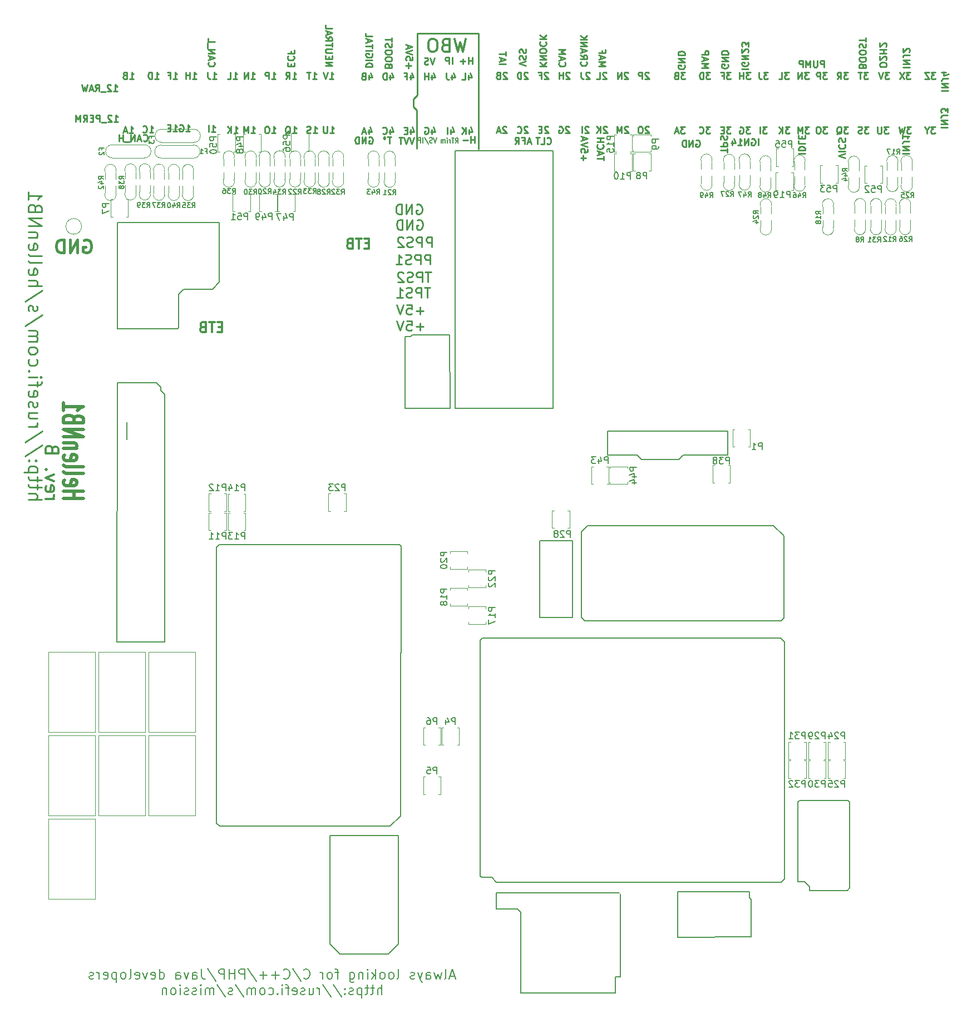
<source format=gbo>
G04 #@! TF.GenerationSoftware,KiCad,Pcbnew,(5.99.0-10559-g8513ca974c)*
G04 #@! TF.CreationDate,2021-11-29T17:43:12+02:00*
G04 #@! TF.ProjectId,hellen64_NB1,68656c6c-656e-4363-945f-4e42312e6b69,b*
G04 #@! TF.SameCoordinates,PX141ef50PYa2cc1bc*
G04 #@! TF.FileFunction,Legend,Bot*
G04 #@! TF.FilePolarity,Positive*
%FSLAX46Y46*%
G04 Gerber Fmt 4.6, Leading zero omitted, Abs format (unit mm)*
G04 Created by KiCad (PCBNEW (5.99.0-10559-g8513ca974c)) date 2021-11-29 17:43:12*
%MOMM*%
%LPD*%
G01*
G04 APERTURE LIST*
%ADD10C,0.250000*%
%ADD11C,0.223520*%
%ADD12C,0.350000*%
%ADD13C,0.375000*%
%ADD14C,0.150000*%
%ADD15C,0.500000*%
%ADD16C,0.200000*%
%ADD17C,0.400000*%
%ADD18C,0.300000*%
%ADD19C,0.127000*%
%ADD20C,0.099060*%
%ADD21C,0.120000*%
G04 APERTURE END LIST*
D10*
X60075000Y150375000D02*
X60075000Y140975000D01*
X59475000Y140375000D02*
X59475000Y139175000D01*
X69375000Y132775000D02*
X69375000Y150375000D01*
X59475000Y139175000D02*
X59975000Y138675000D01*
X60075000Y140975000D02*
X59475000Y140375000D01*
X59975000Y138675000D02*
X59975000Y132875000D01*
X69375000Y150375000D02*
X60075000Y150375000D01*
D11*
X22946013Y135445721D02*
X23526584Y135445721D01*
X23236299Y135445721D02*
X23236299Y136461721D01*
X23333060Y136316579D01*
X23429822Y136219817D01*
X23526584Y136171436D01*
X22510584Y135977912D02*
X22171918Y135977912D01*
X22026775Y135445721D02*
X22510584Y135445721D01*
X22510584Y136461721D01*
X22026775Y136461721D01*
X125611666Y144431381D02*
X124982714Y144431381D01*
X125321380Y144044334D01*
X125176238Y144044334D01*
X125079476Y143995953D01*
X125031095Y143947572D01*
X124982714Y143850810D01*
X124982714Y143608905D01*
X125031095Y143512143D01*
X125079476Y143463762D01*
X125176238Y143415381D01*
X125466523Y143415381D01*
X125563285Y143463762D01*
X125611666Y143512143D01*
X123966714Y143415381D02*
X124305380Y143899191D01*
X124547285Y143415381D02*
X124547285Y144431381D01*
X124160238Y144431381D01*
X124063476Y144383000D01*
X124015095Y144334620D01*
X123966714Y144237858D01*
X123966714Y144092715D01*
X124015095Y143995953D01*
X124063476Y143947572D01*
X124160238Y143899191D01*
X124547285Y143899191D01*
D12*
X67479761Y149570239D02*
X67003571Y147570239D01*
X66622619Y148998810D01*
X66241666Y147570239D01*
X65765476Y149570239D01*
X64336904Y148617858D02*
X64051190Y148522620D01*
X63955952Y148427381D01*
X63860714Y148236905D01*
X63860714Y147951191D01*
X63955952Y147760715D01*
X64051190Y147665477D01*
X64241666Y147570239D01*
X65003571Y147570239D01*
X65003571Y149570239D01*
X64336904Y149570239D01*
X64146428Y149475000D01*
X64051190Y149379762D01*
X63955952Y149189286D01*
X63955952Y148998810D01*
X64051190Y148808334D01*
X64146428Y148713096D01*
X64336904Y148617858D01*
X65003571Y148617858D01*
X62622619Y149570239D02*
X62241666Y149570239D01*
X62051190Y149475000D01*
X61860714Y149284524D01*
X61765476Y148903572D01*
X61765476Y148236905D01*
X61860714Y147855953D01*
X62051190Y147665477D01*
X62241666Y147570239D01*
X62622619Y147570239D01*
X62813095Y147665477D01*
X63003571Y147855953D01*
X63098809Y148236905D01*
X63098809Y148903572D01*
X63003571Y149284524D01*
X62813095Y149475000D01*
X62622619Y149570239D01*
D11*
X62697476Y146681381D02*
X62358809Y145665381D01*
X62020142Y146681381D01*
X61729857Y145713762D02*
X61584714Y145665381D01*
X61342809Y145665381D01*
X61246047Y145713762D01*
X61197666Y145762143D01*
X61149285Y145858905D01*
X61149285Y145955667D01*
X61197666Y146052429D01*
X61246047Y146100810D01*
X61342809Y146149191D01*
X61536333Y146197572D01*
X61633095Y146245953D01*
X61681476Y146294334D01*
X61729857Y146391096D01*
X61729857Y146487858D01*
X61681476Y146584620D01*
X61633095Y146633000D01*
X61536333Y146681381D01*
X61294428Y146681381D01*
X61149285Y146633000D01*
X107334680Y145656245D02*
X107383060Y145559483D01*
X107383060Y145414340D01*
X107334680Y145269198D01*
X107237918Y145172436D01*
X107141156Y145124055D01*
X106947632Y145075674D01*
X106802489Y145075674D01*
X106608965Y145124055D01*
X106512203Y145172436D01*
X106415441Y145269198D01*
X106367060Y145414340D01*
X106367060Y145511102D01*
X106415441Y145656245D01*
X106463822Y145704626D01*
X106802489Y145704626D01*
X106802489Y145511102D01*
X106367060Y146140055D02*
X107383060Y146140055D01*
X106367060Y146720626D01*
X107383060Y146720626D01*
X106367060Y147204436D02*
X107383060Y147204436D01*
X107383060Y147446340D01*
X107334680Y147591483D01*
X107237918Y147688245D01*
X107141156Y147736626D01*
X106947632Y147785007D01*
X106802489Y147785007D01*
X106608965Y147736626D01*
X106512203Y147688245D01*
X106415441Y147591483D01*
X106367060Y147446340D01*
X106367060Y147204436D01*
X59026904Y144017715D02*
X59026904Y143340381D01*
X59268809Y144404762D02*
X59510714Y143679048D01*
X58881761Y143679048D01*
X58156047Y143872572D02*
X58494714Y143872572D01*
X58494714Y143340381D02*
X58494714Y144356381D01*
X58010904Y144356381D01*
X122460857Y136176381D02*
X121831904Y136176381D01*
X122170571Y135789334D01*
X122025428Y135789334D01*
X121928666Y135740953D01*
X121880285Y135692572D01*
X121831904Y135595810D01*
X121831904Y135353905D01*
X121880285Y135257143D01*
X121928666Y135208762D01*
X122025428Y135160381D01*
X122315714Y135160381D01*
X122412476Y135208762D01*
X122460857Y135257143D01*
X121202952Y136176381D02*
X121009428Y136176381D01*
X120912666Y136128000D01*
X120815904Y136031239D01*
X120767523Y135837715D01*
X120767523Y135499048D01*
X120815904Y135305524D01*
X120912666Y135208762D01*
X121009428Y135160381D01*
X121202952Y135160381D01*
X121299714Y135208762D01*
X121396476Y135305524D01*
X121444857Y135499048D01*
X121444857Y135837715D01*
X121396476Y136031239D01*
X121299714Y136128000D01*
X121202952Y136176381D01*
X37931904Y135210381D02*
X38512476Y135210381D01*
X38222190Y135210381D02*
X38222190Y136226381D01*
X38318952Y136081239D01*
X38415714Y135984477D01*
X38512476Y135936096D01*
X37302952Y136226381D02*
X37109428Y136226381D01*
X37012666Y136178000D01*
X36915904Y136081239D01*
X36867523Y135887715D01*
X36867523Y135549048D01*
X36915904Y135355524D01*
X37012666Y135258762D01*
X37109428Y135210381D01*
X37302952Y135210381D01*
X37399714Y135258762D01*
X37496476Y135355524D01*
X37544857Y135549048D01*
X37544857Y135887715D01*
X37496476Y136081239D01*
X37399714Y136178000D01*
X37302952Y136226381D01*
X88408060Y131064436D02*
X88408060Y131645007D01*
X87392060Y131354721D02*
X88408060Y131354721D01*
X87682346Y131935293D02*
X87682346Y132419102D01*
X87392060Y131838531D02*
X88408060Y132177198D01*
X87392060Y132515864D01*
X87488822Y133435102D02*
X87440441Y133386721D01*
X87392060Y133241579D01*
X87392060Y133144817D01*
X87440441Y132999674D01*
X87537203Y132902912D01*
X87633965Y132854531D01*
X87827489Y132806150D01*
X87972632Y132806150D01*
X88166156Y132854531D01*
X88262918Y132902912D01*
X88359680Y132999674D01*
X88408060Y133144817D01*
X88408060Y133241579D01*
X88359680Y133386721D01*
X88311299Y133435102D01*
X87392060Y133870531D02*
X88408060Y133870531D01*
X87924251Y133870531D02*
X87924251Y134451102D01*
X87392060Y134451102D02*
X88408060Y134451102D01*
X32095952Y143465381D02*
X32676523Y143465381D01*
X32386238Y143465381D02*
X32386238Y144481381D01*
X32483000Y144336239D01*
X32579761Y144239477D01*
X32676523Y144191096D01*
X31176714Y143465381D02*
X31660523Y143465381D01*
X31660523Y144481381D01*
X113425714Y144431381D02*
X112796761Y144431381D01*
X113135428Y144044334D01*
X112990285Y144044334D01*
X112893523Y143995953D01*
X112845142Y143947572D01*
X112796761Y143850810D01*
X112796761Y143608905D01*
X112845142Y143512143D01*
X112893523Y143463762D01*
X112990285Y143415381D01*
X113280571Y143415381D01*
X113377333Y143463762D01*
X113425714Y143512143D01*
X112071047Y144431381D02*
X112071047Y143705667D01*
X112119428Y143560524D01*
X112216190Y143463762D01*
X112361333Y143415381D01*
X112458095Y143415381D01*
X79810489Y133617483D02*
X79858870Y133569102D01*
X80004013Y133520721D01*
X80100775Y133520721D01*
X80245918Y133569102D01*
X80342680Y133665864D01*
X80391060Y133762626D01*
X80439441Y133956150D01*
X80439441Y134101293D01*
X80391060Y134294817D01*
X80342680Y134391579D01*
X80245918Y134488340D01*
X80100775Y134536721D01*
X80004013Y134536721D01*
X79858870Y134488340D01*
X79810489Y134439960D01*
X78891251Y133520721D02*
X79375060Y133520721D01*
X79375060Y134536721D01*
X78697727Y134536721D02*
X78117156Y134536721D01*
X78407441Y133520721D02*
X78407441Y134536721D01*
X125635857Y136176381D02*
X125006904Y136176381D01*
X125345571Y135789334D01*
X125200428Y135789334D01*
X125103666Y135740953D01*
X125055285Y135692572D01*
X125006904Y135595810D01*
X125006904Y135353905D01*
X125055285Y135257143D01*
X125103666Y135208762D01*
X125200428Y135160381D01*
X125490714Y135160381D01*
X125587476Y135208762D01*
X125635857Y135257143D01*
X123894142Y135063620D02*
X123990904Y135112000D01*
X124087666Y135208762D01*
X124232809Y135353905D01*
X124329571Y135402286D01*
X124426333Y135402286D01*
X124377952Y135160381D02*
X124474714Y135208762D01*
X124571476Y135305524D01*
X124619857Y135499048D01*
X124619857Y135837715D01*
X124571476Y136031239D01*
X124474714Y136128000D01*
X124377952Y136176381D01*
X124184428Y136176381D01*
X124087666Y136128000D01*
X123990904Y136031239D01*
X123942523Y135837715D01*
X123942523Y135499048D01*
X123990904Y135305524D01*
X124087666Y135208762D01*
X124184428Y135160381D01*
X124377952Y135160381D01*
X40849251Y145419198D02*
X40849251Y145757864D01*
X40317060Y145903007D02*
X40317060Y145419198D01*
X41333060Y145419198D01*
X41333060Y145903007D01*
X40413822Y146919007D02*
X40365441Y146870626D01*
X40317060Y146725483D01*
X40317060Y146628721D01*
X40365441Y146483579D01*
X40462203Y146386817D01*
X40558965Y146338436D01*
X40752489Y146290055D01*
X40897632Y146290055D01*
X41091156Y146338436D01*
X41187918Y146386817D01*
X41284680Y146483579D01*
X41333060Y146628721D01*
X41333060Y146725483D01*
X41284680Y146870626D01*
X41236299Y146919007D01*
X40849251Y147693102D02*
X40849251Y147354436D01*
X40317060Y147354436D02*
X41333060Y147354436D01*
X41333060Y147838245D01*
X20127714Y143465381D02*
X20708285Y143465381D01*
X20418000Y143465381D02*
X20418000Y144481381D01*
X20514761Y144336239D01*
X20611523Y144239477D01*
X20708285Y144191096D01*
X19692285Y143465381D02*
X19692285Y144481381D01*
X19450380Y144481381D01*
X19305238Y144433000D01*
X19208476Y144336239D01*
X19160095Y144239477D01*
X19111714Y144045953D01*
X19111714Y143900810D01*
X19160095Y143707286D01*
X19208476Y143610524D01*
X19305238Y143513762D01*
X19450380Y143465381D01*
X19692285Y143465381D01*
X84988822Y146086198D02*
X84940441Y146037817D01*
X84892060Y145892674D01*
X84892060Y145795912D01*
X84940441Y145650769D01*
X85037203Y145554007D01*
X85133965Y145505626D01*
X85327489Y145457245D01*
X85472632Y145457245D01*
X85666156Y145505626D01*
X85762918Y145554007D01*
X85859680Y145650769D01*
X85908060Y145795912D01*
X85908060Y145892674D01*
X85859680Y146037817D01*
X85811299Y146086198D01*
X84892060Y147102198D02*
X85375870Y146763531D01*
X84892060Y146521626D02*
X85908060Y146521626D01*
X85908060Y146908674D01*
X85859680Y147005436D01*
X85811299Y147053817D01*
X85714537Y147102198D01*
X85569394Y147102198D01*
X85472632Y147053817D01*
X85424251Y147005436D01*
X85375870Y146908674D01*
X85375870Y146521626D01*
X85182346Y147489245D02*
X85182346Y147973055D01*
X84892060Y147392483D02*
X85908060Y147731150D01*
X84892060Y148069817D01*
X84892060Y148408483D02*
X85908060Y148408483D01*
X84892060Y148989055D01*
X85908060Y148989055D01*
X84892060Y149472864D02*
X85908060Y149472864D01*
X84892060Y150053436D02*
X85472632Y149618007D01*
X85908060Y150053436D02*
X85327489Y149472864D01*
D13*
X52744537Y118437483D02*
X52244537Y118437483D01*
X52030251Y117651769D02*
X52744537Y117651769D01*
X52744537Y119151769D01*
X52030251Y119151769D01*
X51601680Y119151769D02*
X50744537Y119151769D01*
X51173108Y117651769D02*
X51173108Y119151769D01*
X49744537Y118437483D02*
X49530251Y118366055D01*
X49458822Y118294626D01*
X49387394Y118151769D01*
X49387394Y117937483D01*
X49458822Y117794626D01*
X49530251Y117723198D01*
X49673108Y117651769D01*
X50244537Y117651769D01*
X50244537Y119151769D01*
X49744537Y119151769D01*
X49601680Y119080340D01*
X49530251Y119008912D01*
X49458822Y118866055D01*
X49458822Y118723198D01*
X49530251Y118580340D01*
X49601680Y118508912D01*
X49744537Y118437483D01*
X50244537Y118437483D01*
D10*
X61055251Y108173198D02*
X59912394Y108173198D01*
X60483822Y107601769D02*
X60483822Y108744626D01*
X58483822Y109101769D02*
X59198108Y109101769D01*
X59269537Y108387483D01*
X59198108Y108458912D01*
X59055251Y108530340D01*
X58698108Y108530340D01*
X58555251Y108458912D01*
X58483822Y108387483D01*
X58412394Y108244626D01*
X58412394Y107887483D01*
X58483822Y107744626D01*
X58555251Y107673198D01*
X58698108Y107601769D01*
X59055251Y107601769D01*
X59198108Y107673198D01*
X59269537Y107744626D01*
X57983822Y109101769D02*
X57483822Y107601769D01*
X56983822Y109101769D01*
D11*
X56129013Y134611721D02*
X55548441Y134611721D01*
X55838727Y133595721D02*
X55838727Y134611721D01*
X55064632Y134611721D02*
X55161394Y134563340D01*
X55209775Y134466579D01*
X55161394Y134369817D01*
X55064632Y134321436D01*
X54967870Y134369817D01*
X54919489Y134466579D01*
X54967870Y134563340D01*
X55064632Y134611721D01*
X100846666Y144431381D02*
X100217714Y144431381D01*
X100556380Y144044334D01*
X100411238Y144044334D01*
X100314476Y143995953D01*
X100266095Y143947572D01*
X100217714Y143850810D01*
X100217714Y143608905D01*
X100266095Y143512143D01*
X100314476Y143463762D01*
X100411238Y143415381D01*
X100701523Y143415381D01*
X100798285Y143463762D01*
X100846666Y143512143D01*
X99443619Y143947572D02*
X99298476Y143899191D01*
X99250095Y143850810D01*
X99201714Y143754048D01*
X99201714Y143608905D01*
X99250095Y143512143D01*
X99298476Y143463762D01*
X99395238Y143415381D01*
X99782285Y143415381D01*
X99782285Y144431381D01*
X99443619Y144431381D01*
X99346857Y144383000D01*
X99298476Y144334620D01*
X99250095Y144237858D01*
X99250095Y144141096D01*
X99298476Y144044334D01*
X99346857Y143995953D01*
X99443619Y143947572D01*
X99782285Y143947572D01*
X67989476Y135762715D02*
X67989476Y135085381D01*
X68231380Y136149762D02*
X68473285Y135424048D01*
X67844333Y135424048D01*
X67457285Y135085381D02*
X67457285Y136101381D01*
X66876714Y135085381D02*
X67312142Y135665953D01*
X66876714Y136101381D02*
X67457285Y135520810D01*
D14*
X63026680Y134518436D02*
X62793346Y133718436D01*
X62560013Y134518436D01*
X62360013Y133756531D02*
X62260013Y133718436D01*
X62093346Y133718436D01*
X62026680Y133756531D01*
X61993346Y133794626D01*
X61960013Y133870817D01*
X61960013Y133947007D01*
X61993346Y134023198D01*
X62026680Y134061293D01*
X62093346Y134099388D01*
X62226680Y134137483D01*
X62293346Y134175579D01*
X62326680Y134213674D01*
X62360013Y134289864D01*
X62360013Y134366055D01*
X62326680Y134442245D01*
X62293346Y134480340D01*
X62226680Y134518436D01*
X62060013Y134518436D01*
X61960013Y134480340D01*
X61160013Y134556531D02*
X61760013Y133527960D01*
X60926680Y133718436D02*
X60926680Y134518436D01*
X60593346Y133718436D02*
X60593346Y134518436D01*
X60326680Y134518436D01*
X60260013Y134480340D01*
X60226680Y134442245D01*
X60193346Y134366055D01*
X60193346Y134251769D01*
X60226680Y134175579D01*
X60260013Y134137483D01*
X60326680Y134099388D01*
X60593346Y134099388D01*
D11*
X102500775Y134088340D02*
X102597537Y134136721D01*
X102742680Y134136721D01*
X102887822Y134088340D01*
X102984584Y133991579D01*
X103032965Y133894817D01*
X103081346Y133701293D01*
X103081346Y133556150D01*
X103032965Y133362626D01*
X102984584Y133265864D01*
X102887822Y133169102D01*
X102742680Y133120721D01*
X102645918Y133120721D01*
X102500775Y133169102D01*
X102452394Y133217483D01*
X102452394Y133556150D01*
X102645918Y133556150D01*
X102016965Y133120721D02*
X102016965Y134136721D01*
X101436394Y133120721D01*
X101436394Y134136721D01*
X100952584Y133120721D02*
X100952584Y134136721D01*
X100710680Y134136721D01*
X100565537Y134088340D01*
X100468775Y133991579D01*
X100420394Y133894817D01*
X100372013Y133701293D01*
X100372013Y133556150D01*
X100420394Y133362626D01*
X100468775Y133265864D01*
X100565537Y133169102D01*
X100710680Y133120721D01*
X100952584Y133120721D01*
D10*
X62058822Y111676769D02*
X61201680Y111676769D01*
X61630251Y110176769D02*
X61630251Y111676769D01*
X60701680Y110176769D02*
X60701680Y111676769D01*
X60130251Y111676769D01*
X59987394Y111605340D01*
X59915965Y111533912D01*
X59844537Y111391055D01*
X59844537Y111176769D01*
X59915965Y111033912D01*
X59987394Y110962483D01*
X60130251Y110891055D01*
X60701680Y110891055D01*
X59273108Y110248198D02*
X59058822Y110176769D01*
X58701680Y110176769D01*
X58558822Y110248198D01*
X58487394Y110319626D01*
X58415965Y110462483D01*
X58415965Y110605340D01*
X58487394Y110748198D01*
X58558822Y110819626D01*
X58701680Y110891055D01*
X58987394Y110962483D01*
X59130251Y111033912D01*
X59201680Y111105340D01*
X59273108Y111248198D01*
X59273108Y111391055D01*
X59201680Y111533912D01*
X59130251Y111605340D01*
X58987394Y111676769D01*
X58630251Y111676769D01*
X58415965Y111605340D01*
X56987394Y110176769D02*
X57844537Y110176769D01*
X57415965Y110176769D02*
X57415965Y111676769D01*
X57558822Y111462483D01*
X57701680Y111319626D01*
X57844537Y111248198D01*
D11*
X109442060Y144947531D02*
X110458060Y144947531D01*
X110409680Y145963531D02*
X110458060Y145866769D01*
X110458060Y145721626D01*
X110409680Y145576483D01*
X110312918Y145479721D01*
X110216156Y145431340D01*
X110022632Y145382960D01*
X109877489Y145382960D01*
X109683965Y145431340D01*
X109587203Y145479721D01*
X109490441Y145576483D01*
X109442060Y145721626D01*
X109442060Y145818388D01*
X109490441Y145963531D01*
X109538822Y146011912D01*
X109877489Y146011912D01*
X109877489Y145818388D01*
X109442060Y146447340D02*
X110458060Y146447340D01*
X109442060Y147027912D01*
X110458060Y147027912D01*
X110361299Y147463340D02*
X110409680Y147511721D01*
X110458060Y147608483D01*
X110458060Y147850388D01*
X110409680Y147947150D01*
X110361299Y147995531D01*
X110264537Y148043912D01*
X110167775Y148043912D01*
X110022632Y147995531D01*
X109442060Y147414960D01*
X109442060Y148043912D01*
X110458060Y148382579D02*
X110458060Y149011531D01*
X110071013Y148672864D01*
X110071013Y148818007D01*
X110022632Y148914769D01*
X109974251Y148963150D01*
X109877489Y149011531D01*
X109635584Y149011531D01*
X109538822Y148963150D01*
X109490441Y148914769D01*
X109442060Y148818007D01*
X109442060Y148527721D01*
X109490441Y148430960D01*
X109538822Y148382579D01*
X52725775Y134563340D02*
X52822537Y134611721D01*
X52967680Y134611721D01*
X53112822Y134563340D01*
X53209584Y134466579D01*
X53257965Y134369817D01*
X53306346Y134176293D01*
X53306346Y134031150D01*
X53257965Y133837626D01*
X53209584Y133740864D01*
X53112822Y133644102D01*
X52967680Y133595721D01*
X52870918Y133595721D01*
X52725775Y133644102D01*
X52677394Y133692483D01*
X52677394Y134031150D01*
X52870918Y134031150D01*
X52241965Y133595721D02*
X52241965Y134611721D01*
X51661394Y133595721D01*
X51661394Y134611721D01*
X51177584Y133595721D02*
X51177584Y134611721D01*
X50935680Y134611721D01*
X50790537Y134563340D01*
X50693775Y134466579D01*
X50645394Y134369817D01*
X50597013Y134176293D01*
X50597013Y134031150D01*
X50645394Y133837626D01*
X50693775Y133740864D01*
X50790537Y133644102D01*
X50935680Y133595721D01*
X51177584Y133595721D01*
X128762476Y136176381D02*
X128133523Y136176381D01*
X128472190Y135789334D01*
X128327047Y135789334D01*
X128230285Y135740953D01*
X128181904Y135692572D01*
X128133523Y135595810D01*
X128133523Y135353905D01*
X128181904Y135257143D01*
X128230285Y135208762D01*
X128327047Y135160381D01*
X128617333Y135160381D01*
X128714095Y135208762D01*
X128762476Y135257143D01*
X127746476Y135208762D02*
X127601333Y135160381D01*
X127359428Y135160381D01*
X127262666Y135208762D01*
X127214285Y135257143D01*
X127165904Y135353905D01*
X127165904Y135450667D01*
X127214285Y135547429D01*
X127262666Y135595810D01*
X127359428Y135644191D01*
X127552952Y135692572D01*
X127649714Y135740953D01*
X127698095Y135789334D01*
X127746476Y135886096D01*
X127746476Y135982858D01*
X127698095Y136079620D01*
X127649714Y136128000D01*
X127552952Y136176381D01*
X127311047Y136176381D01*
X127165904Y136128000D01*
X135209238Y136176381D02*
X134580285Y136176381D01*
X134918952Y135789334D01*
X134773809Y135789334D01*
X134677047Y135740953D01*
X134628666Y135692572D01*
X134580285Y135595810D01*
X134580285Y135353905D01*
X134628666Y135257143D01*
X134677047Y135208762D01*
X134773809Y135160381D01*
X135064095Y135160381D01*
X135160857Y135208762D01*
X135209238Y135257143D01*
X134241619Y136176381D02*
X133999714Y135160381D01*
X133806190Y135886096D01*
X133612666Y135160381D01*
X133370761Y136176381D01*
X116721666Y136176381D02*
X116092714Y136176381D01*
X116431380Y135789334D01*
X116286238Y135789334D01*
X116189476Y135740953D01*
X116141095Y135692572D01*
X116092714Y135595810D01*
X116092714Y135353905D01*
X116141095Y135257143D01*
X116189476Y135208762D01*
X116286238Y135160381D01*
X116576523Y135160381D01*
X116673285Y135208762D01*
X116721666Y135257143D01*
X115657285Y135160381D02*
X115657285Y136176381D01*
X115076714Y135160381D02*
X115512142Y135740953D01*
X115076714Y136176381D02*
X115657285Y135595810D01*
X83257476Y144384620D02*
X83209095Y144433000D01*
X83112333Y144481381D01*
X82870428Y144481381D01*
X82773666Y144433000D01*
X82725285Y144384620D01*
X82676904Y144287858D01*
X82676904Y144191096D01*
X82725285Y144045953D01*
X83305857Y143465381D01*
X82676904Y143465381D01*
X82241476Y143465381D02*
X82241476Y144481381D01*
X82241476Y143997572D02*
X81660904Y143997572D01*
X81660904Y143465381D02*
X81660904Y144481381D01*
X139792060Y136102293D02*
X140808060Y136102293D01*
X139792060Y136586102D02*
X140808060Y136586102D01*
X139792060Y137166674D01*
X140808060Y137166674D01*
X140808060Y137940769D02*
X140082346Y137940769D01*
X139937203Y137892388D01*
X139840441Y137795626D01*
X139792060Y137650483D01*
X139792060Y137553721D01*
X140808060Y138327817D02*
X140808060Y138956769D01*
X140421013Y138618102D01*
X140421013Y138763245D01*
X140372632Y138860007D01*
X140324251Y138908388D01*
X140227489Y138956769D01*
X139985584Y138956769D01*
X139888822Y138908388D01*
X139840441Y138860007D01*
X139792060Y138763245D01*
X139792060Y138472960D01*
X139840441Y138376198D01*
X139888822Y138327817D01*
X110746666Y136131381D02*
X110117714Y136131381D01*
X110456380Y135744334D01*
X110311238Y135744334D01*
X110214476Y135695953D01*
X110166095Y135647572D01*
X110117714Y135550810D01*
X110117714Y135308905D01*
X110166095Y135212143D01*
X110214476Y135163762D01*
X110311238Y135115381D01*
X110601523Y135115381D01*
X110698285Y135163762D01*
X110746666Y135212143D01*
X109150095Y136083000D02*
X109246857Y136131381D01*
X109392000Y136131381D01*
X109537142Y136083000D01*
X109633904Y135986239D01*
X109682285Y135889477D01*
X109730666Y135695953D01*
X109730666Y135550810D01*
X109682285Y135357286D01*
X109633904Y135260524D01*
X109537142Y135163762D01*
X109392000Y135115381D01*
X109295238Y135115381D01*
X109150095Y135163762D01*
X109101714Y135212143D01*
X109101714Y135550810D01*
X109295238Y135550810D01*
X58729108Y145088626D02*
X58729108Y145862721D01*
X58342060Y145475674D02*
X59116156Y145475674D01*
X59358060Y146830340D02*
X59358060Y146346531D01*
X58874251Y146298150D01*
X58922632Y146346531D01*
X58971013Y146443293D01*
X58971013Y146685198D01*
X58922632Y146781960D01*
X58874251Y146830340D01*
X58777489Y146878721D01*
X58535584Y146878721D01*
X58438822Y146830340D01*
X58390441Y146781960D01*
X58342060Y146685198D01*
X58342060Y146443293D01*
X58390441Y146346531D01*
X58438822Y146298150D01*
X59358060Y147169007D02*
X58342060Y147507674D01*
X59358060Y147846340D01*
X58632346Y148136626D02*
X58632346Y148620436D01*
X58342060Y148039864D02*
X59358060Y148378531D01*
X58342060Y148717198D01*
X44136761Y143465381D02*
X44717333Y143465381D01*
X44427047Y143465381D02*
X44427047Y144481381D01*
X44523809Y144336239D01*
X44620571Y144239477D01*
X44717333Y144191096D01*
X43846476Y144481381D02*
X43265904Y144481381D01*
X43556190Y143465381D02*
X43556190Y144481381D01*
X119719238Y136176381D02*
X119090285Y136176381D01*
X119428952Y135789334D01*
X119283809Y135789334D01*
X119187047Y135740953D01*
X119138666Y135692572D01*
X119090285Y135595810D01*
X119090285Y135353905D01*
X119138666Y135257143D01*
X119187047Y135208762D01*
X119283809Y135160381D01*
X119574095Y135160381D01*
X119670857Y135208762D01*
X119719238Y135257143D01*
X118654857Y135160381D02*
X118654857Y136176381D01*
X118316190Y135450667D01*
X117977523Y136176381D01*
X117977523Y135160381D01*
D15*
X6244537Y79567245D02*
X9244537Y79567245D01*
X7815965Y79567245D02*
X7815965Y80710102D01*
X6244537Y80710102D02*
X9244537Y80710102D01*
X6387394Y82424388D02*
X6244537Y82233912D01*
X6244537Y81852960D01*
X6387394Y81662483D01*
X6673108Y81567245D01*
X7815965Y81567245D01*
X8101680Y81662483D01*
X8244537Y81852960D01*
X8244537Y82233912D01*
X8101680Y82424388D01*
X7815965Y82519626D01*
X7530251Y82519626D01*
X7244537Y81567245D01*
X6244537Y83662483D02*
X6387394Y83472007D01*
X6673108Y83376769D01*
X9244537Y83376769D01*
X6244537Y84710102D02*
X6387394Y84519626D01*
X6673108Y84424388D01*
X9244537Y84424388D01*
X6387394Y86233912D02*
X6244537Y86043436D01*
X6244537Y85662483D01*
X6387394Y85472007D01*
X6673108Y85376769D01*
X7815965Y85376769D01*
X8101680Y85472007D01*
X8244537Y85662483D01*
X8244537Y86043436D01*
X8101680Y86233912D01*
X7815965Y86329150D01*
X7530251Y86329150D01*
X7244537Y85376769D01*
X8244537Y87186293D02*
X6244537Y87186293D01*
X7958822Y87186293D02*
X8101680Y87281531D01*
X8244537Y87472007D01*
X8244537Y87757721D01*
X8101680Y87948198D01*
X7815965Y88043436D01*
X6244537Y88043436D01*
X6244537Y88995817D02*
X9244537Y88995817D01*
X6244537Y90138674D01*
X9244537Y90138674D01*
X7815965Y91757721D02*
X7673108Y92043436D01*
X7530251Y92138674D01*
X7244537Y92233912D01*
X6815965Y92233912D01*
X6530251Y92138674D01*
X6387394Y92043436D01*
X6244537Y91852960D01*
X6244537Y91091055D01*
X9244537Y91091055D01*
X9244537Y91757721D01*
X9101680Y91948198D01*
X8958822Y92043436D01*
X8673108Y92138674D01*
X8387394Y92138674D01*
X8101680Y92043436D01*
X7958822Y91948198D01*
X7815965Y91757721D01*
X7815965Y91091055D01*
X6244537Y94138674D02*
X6244537Y92995817D01*
X6244537Y93567245D02*
X9244537Y93567245D01*
X8815965Y93376769D01*
X8530251Y93186293D01*
X8387394Y92995817D01*
D11*
X78692060Y145358864D02*
X79708060Y145358864D01*
X78692060Y145939436D02*
X79272632Y145504007D01*
X79708060Y145939436D02*
X79127489Y145358864D01*
X78692060Y146374864D02*
X79708060Y146374864D01*
X78692060Y146955436D01*
X79708060Y146955436D01*
X79708060Y147632769D02*
X79708060Y147826293D01*
X79659680Y147923055D01*
X79562918Y148019817D01*
X79369394Y148068198D01*
X79030727Y148068198D01*
X78837203Y148019817D01*
X78740441Y147923055D01*
X78692060Y147826293D01*
X78692060Y147632769D01*
X78740441Y147536007D01*
X78837203Y147439245D01*
X79030727Y147390864D01*
X79369394Y147390864D01*
X79562918Y147439245D01*
X79659680Y147536007D01*
X79708060Y147632769D01*
X78788822Y149084198D02*
X78740441Y149035817D01*
X78692060Y148890674D01*
X78692060Y148793912D01*
X78740441Y148648769D01*
X78837203Y148552007D01*
X78933965Y148503626D01*
X79127489Y148455245D01*
X79272632Y148455245D01*
X79466156Y148503626D01*
X79562918Y148552007D01*
X79659680Y148648769D01*
X79708060Y148793912D01*
X79708060Y148890674D01*
X79659680Y149035817D01*
X79611299Y149084198D01*
X78692060Y149519626D02*
X79708060Y149519626D01*
X78692060Y150100198D02*
X79272632Y149664769D01*
X79708060Y150100198D02*
X79127489Y149519626D01*
X62274476Y135762715D02*
X62274476Y135085381D01*
X62516380Y136149762D02*
X62758285Y135424048D01*
X62129333Y135424048D01*
X61210095Y136053000D02*
X61306857Y136101381D01*
X61452000Y136101381D01*
X61597142Y136053000D01*
X61693904Y135956239D01*
X61742285Y135859477D01*
X61790666Y135665953D01*
X61790666Y135520810D01*
X61742285Y135327286D01*
X61693904Y135230524D01*
X61597142Y135133762D01*
X61452000Y135085381D01*
X61355238Y135085381D01*
X61210095Y135133762D01*
X61161714Y135182143D01*
X61161714Y135520810D01*
X61355238Y135520810D01*
X113280571Y136176381D02*
X112651619Y136176381D01*
X112990285Y135789334D01*
X112845142Y135789334D01*
X112748380Y135740953D01*
X112700000Y135692572D01*
X112651619Y135595810D01*
X112651619Y135353905D01*
X112700000Y135257143D01*
X112748380Y135208762D01*
X112845142Y135160381D01*
X113135428Y135160381D01*
X113232190Y135208762D01*
X113280571Y135257143D01*
X112216190Y135160381D02*
X112216190Y136176381D01*
X55722571Y145512334D02*
X55674190Y145657477D01*
X55625809Y145705858D01*
X55529047Y145754239D01*
X55383904Y145754239D01*
X55287142Y145705858D01*
X55238761Y145657477D01*
X55190380Y145560715D01*
X55190380Y145173667D01*
X56206380Y145173667D01*
X56206380Y145512334D01*
X56158000Y145609096D01*
X56109619Y145657477D01*
X56012857Y145705858D01*
X55916095Y145705858D01*
X55819333Y145657477D01*
X55770952Y145609096D01*
X55722571Y145512334D01*
X55722571Y145173667D01*
X56206380Y146383191D02*
X56206380Y146576715D01*
X56158000Y146673477D01*
X56061238Y146770239D01*
X55867714Y146818620D01*
X55529047Y146818620D01*
X55335523Y146770239D01*
X55238761Y146673477D01*
X55190380Y146576715D01*
X55190380Y146383191D01*
X55238761Y146286429D01*
X55335523Y146189667D01*
X55529047Y146141286D01*
X55867714Y146141286D01*
X56061238Y146189667D01*
X56158000Y146286429D01*
X56206380Y146383191D01*
X56206380Y147447572D02*
X56206380Y147641096D01*
X56158000Y147737858D01*
X56061238Y147834620D01*
X55867714Y147883000D01*
X55529047Y147883000D01*
X55335523Y147834620D01*
X55238761Y147737858D01*
X55190380Y147641096D01*
X55190380Y147447572D01*
X55238761Y147350810D01*
X55335523Y147254048D01*
X55529047Y147205667D01*
X55867714Y147205667D01*
X56061238Y147254048D01*
X56158000Y147350810D01*
X56206380Y147447572D01*
X55238761Y148270048D02*
X55190380Y148415191D01*
X55190380Y148657096D01*
X55238761Y148753858D01*
X55287142Y148802239D01*
X55383904Y148850620D01*
X55480666Y148850620D01*
X55577428Y148802239D01*
X55625809Y148753858D01*
X55674190Y148657096D01*
X55722571Y148463572D01*
X55770952Y148366810D01*
X55819333Y148318429D01*
X55916095Y148270048D01*
X56012857Y148270048D01*
X56109619Y148318429D01*
X56158000Y148366810D01*
X56206380Y148463572D01*
X56206380Y148705477D01*
X56158000Y148850620D01*
X56206380Y149140905D02*
X56206380Y149721477D01*
X55190380Y149431191D02*
X56206380Y149431191D01*
D16*
X65798108Y6912840D02*
X65083822Y6912840D01*
X65940965Y6484269D02*
X65440965Y7984269D01*
X64940965Y6484269D01*
X64226680Y6484269D02*
X64369537Y6555698D01*
X64440965Y6698555D01*
X64440965Y7984269D01*
X63798108Y7484269D02*
X63512394Y6484269D01*
X63226680Y7198555D01*
X62940965Y6484269D01*
X62655251Y7484269D01*
X61440965Y6484269D02*
X61440965Y7269983D01*
X61512394Y7412840D01*
X61655251Y7484269D01*
X61940965Y7484269D01*
X62083822Y7412840D01*
X61440965Y6555698D02*
X61583822Y6484269D01*
X61940965Y6484269D01*
X62083822Y6555698D01*
X62155251Y6698555D01*
X62155251Y6841412D01*
X62083822Y6984269D01*
X61940965Y7055698D01*
X61583822Y7055698D01*
X61440965Y7127126D01*
X60869537Y7484269D02*
X60512394Y6484269D01*
X60155251Y7484269D02*
X60512394Y6484269D01*
X60655251Y6127126D01*
X60726680Y6055698D01*
X60869537Y5984269D01*
X59655251Y6555698D02*
X59512394Y6484269D01*
X59226680Y6484269D01*
X59083822Y6555698D01*
X59012394Y6698555D01*
X59012394Y6769983D01*
X59083822Y6912840D01*
X59226680Y6984269D01*
X59440965Y6984269D01*
X59583822Y7055698D01*
X59655251Y7198555D01*
X59655251Y7269983D01*
X59583822Y7412840D01*
X59440965Y7484269D01*
X59226680Y7484269D01*
X59083822Y7412840D01*
X57012394Y6484269D02*
X57155251Y6555698D01*
X57226680Y6698555D01*
X57226680Y7984269D01*
X56226680Y6484269D02*
X56369537Y6555698D01*
X56440965Y6627126D01*
X56512394Y6769983D01*
X56512394Y7198555D01*
X56440965Y7341412D01*
X56369537Y7412840D01*
X56226680Y7484269D01*
X56012394Y7484269D01*
X55869537Y7412840D01*
X55798108Y7341412D01*
X55726680Y7198555D01*
X55726680Y6769983D01*
X55798108Y6627126D01*
X55869537Y6555698D01*
X56012394Y6484269D01*
X56226680Y6484269D01*
X54869537Y6484269D02*
X55012394Y6555698D01*
X55083822Y6627126D01*
X55155251Y6769983D01*
X55155251Y7198555D01*
X55083822Y7341412D01*
X55012394Y7412840D01*
X54869537Y7484269D01*
X54655251Y7484269D01*
X54512394Y7412840D01*
X54440965Y7341412D01*
X54369537Y7198555D01*
X54369537Y6769983D01*
X54440965Y6627126D01*
X54512394Y6555698D01*
X54655251Y6484269D01*
X54869537Y6484269D01*
X53726680Y6484269D02*
X53726680Y7984269D01*
X53583822Y7055698D02*
X53155251Y6484269D01*
X53155251Y7484269D02*
X53726680Y6912840D01*
X52512394Y6484269D02*
X52512394Y7484269D01*
X52512394Y7984269D02*
X52583822Y7912840D01*
X52512394Y7841412D01*
X52440965Y7912840D01*
X52512394Y7984269D01*
X52512394Y7841412D01*
X51798108Y7484269D02*
X51798108Y6484269D01*
X51798108Y7341412D02*
X51726680Y7412840D01*
X51583822Y7484269D01*
X51369537Y7484269D01*
X51226680Y7412840D01*
X51155251Y7269983D01*
X51155251Y6484269D01*
X49798108Y7484269D02*
X49798108Y6269983D01*
X49869537Y6127126D01*
X49940965Y6055698D01*
X50083822Y5984269D01*
X50298108Y5984269D01*
X50440965Y6055698D01*
X49798108Y6555698D02*
X49940965Y6484269D01*
X50226679Y6484269D01*
X50369537Y6555698D01*
X50440965Y6627126D01*
X50512394Y6769983D01*
X50512394Y7198555D01*
X50440965Y7341412D01*
X50369537Y7412840D01*
X50226679Y7484269D01*
X49940965Y7484269D01*
X49798108Y7412840D01*
X48155251Y7484269D02*
X47583822Y7484269D01*
X47940965Y6484269D02*
X47940965Y7769983D01*
X47869537Y7912840D01*
X47726679Y7984269D01*
X47583822Y7984269D01*
X46869537Y6484269D02*
X47012394Y6555698D01*
X47083822Y6627126D01*
X47155251Y6769983D01*
X47155251Y7198555D01*
X47083822Y7341412D01*
X47012394Y7412840D01*
X46869537Y7484269D01*
X46655251Y7484269D01*
X46512394Y7412840D01*
X46440965Y7341412D01*
X46369537Y7198555D01*
X46369537Y6769983D01*
X46440965Y6627126D01*
X46512394Y6555698D01*
X46655251Y6484269D01*
X46869537Y6484269D01*
X45726679Y6484269D02*
X45726679Y7484269D01*
X45726679Y7198555D02*
X45655251Y7341412D01*
X45583822Y7412840D01*
X45440965Y7484269D01*
X45298108Y7484269D01*
X42798108Y6627126D02*
X42869537Y6555698D01*
X43083822Y6484269D01*
X43226679Y6484269D01*
X43440965Y6555698D01*
X43583822Y6698555D01*
X43655251Y6841412D01*
X43726680Y7127126D01*
X43726680Y7341412D01*
X43655251Y7627126D01*
X43583822Y7769983D01*
X43440965Y7912840D01*
X43226679Y7984269D01*
X43083822Y7984269D01*
X42869537Y7912840D01*
X42798108Y7841412D01*
X41083822Y8055698D02*
X42369537Y6127126D01*
X39726680Y6627126D02*
X39798108Y6555698D01*
X40012394Y6484269D01*
X40155251Y6484269D01*
X40369537Y6555698D01*
X40512394Y6698555D01*
X40583822Y6841412D01*
X40655251Y7127126D01*
X40655251Y7341412D01*
X40583822Y7627126D01*
X40512394Y7769983D01*
X40369537Y7912840D01*
X40155251Y7984269D01*
X40012394Y7984269D01*
X39798108Y7912840D01*
X39726680Y7841412D01*
X39083822Y7055698D02*
X37940965Y7055698D01*
X38512394Y6484269D02*
X38512394Y7627126D01*
X37226679Y7055698D02*
X36083822Y7055698D01*
X36655251Y6484269D02*
X36655251Y7627126D01*
X34298108Y8055698D02*
X35583822Y6127126D01*
X33798108Y6484269D02*
X33798108Y7984269D01*
X33226679Y7984269D01*
X33083822Y7912840D01*
X33012394Y7841412D01*
X32940965Y7698555D01*
X32940965Y7484269D01*
X33012394Y7341412D01*
X33083822Y7269983D01*
X33226679Y7198555D01*
X33798108Y7198555D01*
X32298108Y6484269D02*
X32298108Y7984269D01*
X32298108Y7269983D02*
X31440965Y7269983D01*
X31440965Y6484269D02*
X31440965Y7984269D01*
X30726679Y6484269D02*
X30726679Y7984269D01*
X30155251Y7984269D01*
X30012394Y7912840D01*
X29940965Y7841412D01*
X29869537Y7698555D01*
X29869537Y7484269D01*
X29940965Y7341412D01*
X30012394Y7269983D01*
X30155251Y7198555D01*
X30726679Y7198555D01*
X28155251Y8055698D02*
X29440965Y6127126D01*
X27226679Y7984269D02*
X27226679Y6912840D01*
X27298108Y6698555D01*
X27440965Y6555698D01*
X27655251Y6484269D01*
X27798108Y6484269D01*
X25869537Y6484269D02*
X25869537Y7269983D01*
X25940965Y7412840D01*
X26083822Y7484269D01*
X26369537Y7484269D01*
X26512394Y7412840D01*
X25869537Y6555698D02*
X26012394Y6484269D01*
X26369537Y6484269D01*
X26512394Y6555698D01*
X26583822Y6698555D01*
X26583822Y6841412D01*
X26512394Y6984269D01*
X26369537Y7055698D01*
X26012394Y7055698D01*
X25869537Y7127126D01*
X25298108Y7484269D02*
X24940965Y6484269D01*
X24583822Y7484269D01*
X23369537Y6484269D02*
X23369537Y7269983D01*
X23440965Y7412840D01*
X23583822Y7484269D01*
X23869537Y7484269D01*
X24012394Y7412840D01*
X23369537Y6555698D02*
X23512394Y6484269D01*
X23869537Y6484269D01*
X24012394Y6555698D01*
X24083822Y6698555D01*
X24083822Y6841412D01*
X24012394Y6984269D01*
X23869537Y7055698D01*
X23512394Y7055698D01*
X23369537Y7127126D01*
X20869537Y6484269D02*
X20869537Y7984269D01*
X20869537Y6555698D02*
X21012394Y6484269D01*
X21298108Y6484269D01*
X21440965Y6555698D01*
X21512394Y6627126D01*
X21583822Y6769983D01*
X21583822Y7198555D01*
X21512394Y7341412D01*
X21440965Y7412840D01*
X21298108Y7484269D01*
X21012394Y7484269D01*
X20869537Y7412840D01*
X19583822Y6555698D02*
X19726680Y6484269D01*
X20012394Y6484269D01*
X20155251Y6555698D01*
X20226680Y6698555D01*
X20226680Y7269983D01*
X20155251Y7412840D01*
X20012394Y7484269D01*
X19726680Y7484269D01*
X19583822Y7412840D01*
X19512394Y7269983D01*
X19512394Y7127126D01*
X20226680Y6984269D01*
X19012394Y7484269D02*
X18655251Y6484269D01*
X18298108Y7484269D01*
X17155251Y6555698D02*
X17298108Y6484269D01*
X17583822Y6484269D01*
X17726680Y6555698D01*
X17798108Y6698555D01*
X17798108Y7269983D01*
X17726680Y7412840D01*
X17583822Y7484269D01*
X17298108Y7484269D01*
X17155251Y7412840D01*
X17083822Y7269983D01*
X17083822Y7127126D01*
X17798108Y6984269D01*
X16226680Y6484269D02*
X16369537Y6555698D01*
X16440965Y6698555D01*
X16440965Y7984269D01*
X15440965Y6484269D02*
X15583822Y6555698D01*
X15655251Y6627126D01*
X15726680Y6769983D01*
X15726680Y7198555D01*
X15655251Y7341412D01*
X15583822Y7412840D01*
X15440965Y7484269D01*
X15226680Y7484269D01*
X15083822Y7412840D01*
X15012394Y7341412D01*
X14940965Y7198555D01*
X14940965Y6769983D01*
X15012394Y6627126D01*
X15083822Y6555698D01*
X15226680Y6484269D01*
X15440965Y6484269D01*
X14298108Y7484269D02*
X14298108Y5984269D01*
X14298108Y7412840D02*
X14155251Y7484269D01*
X13869537Y7484269D01*
X13726680Y7412840D01*
X13655251Y7341412D01*
X13583822Y7198555D01*
X13583822Y6769983D01*
X13655251Y6627126D01*
X13726680Y6555698D01*
X13869537Y6484269D01*
X14155251Y6484269D01*
X14298108Y6555698D01*
X12369537Y6555698D02*
X12512394Y6484269D01*
X12798108Y6484269D01*
X12940965Y6555698D01*
X13012394Y6698555D01*
X13012394Y7269983D01*
X12940965Y7412840D01*
X12798108Y7484269D01*
X12512394Y7484269D01*
X12369537Y7412840D01*
X12298108Y7269983D01*
X12298108Y7127126D01*
X13012394Y6984269D01*
X11655251Y6484269D02*
X11655251Y7484269D01*
X11655251Y7198555D02*
X11583822Y7341412D01*
X11512394Y7412840D01*
X11369537Y7484269D01*
X11226679Y7484269D01*
X10798108Y6555698D02*
X10655251Y6484269D01*
X10369537Y6484269D01*
X10226679Y6555698D01*
X10155251Y6698555D01*
X10155251Y6769983D01*
X10226679Y6912840D01*
X10369537Y6984269D01*
X10583822Y6984269D01*
X10726679Y7055698D01*
X10798108Y7198555D01*
X10798108Y7269983D01*
X10726679Y7412840D01*
X10583822Y7484269D01*
X10369537Y7484269D01*
X10226679Y7412840D01*
X54690965Y4069269D02*
X54690965Y5569269D01*
X54048108Y4069269D02*
X54048108Y4854983D01*
X54119537Y4997840D01*
X54262394Y5069269D01*
X54476680Y5069269D01*
X54619537Y4997840D01*
X54690965Y4926412D01*
X53548108Y5069269D02*
X52976680Y5069269D01*
X53333822Y5569269D02*
X53333822Y4283555D01*
X53262394Y4140698D01*
X53119537Y4069269D01*
X52976680Y4069269D01*
X52690965Y5069269D02*
X52119537Y5069269D01*
X52476680Y5569269D02*
X52476680Y4283555D01*
X52405251Y4140698D01*
X52262394Y4069269D01*
X52119537Y4069269D01*
X51619537Y5069269D02*
X51619537Y3569269D01*
X51619537Y4997840D02*
X51476680Y5069269D01*
X51190965Y5069269D01*
X51048108Y4997840D01*
X50976680Y4926412D01*
X50905251Y4783555D01*
X50905251Y4354983D01*
X50976680Y4212126D01*
X51048108Y4140698D01*
X51190965Y4069269D01*
X51476680Y4069269D01*
X51619537Y4140698D01*
X50333822Y4140698D02*
X50190965Y4069269D01*
X49905251Y4069269D01*
X49762394Y4140698D01*
X49690965Y4283555D01*
X49690965Y4354983D01*
X49762394Y4497840D01*
X49905251Y4569269D01*
X50119537Y4569269D01*
X50262394Y4640698D01*
X50333822Y4783555D01*
X50333822Y4854983D01*
X50262394Y4997840D01*
X50119537Y5069269D01*
X49905251Y5069269D01*
X49762394Y4997840D01*
X49048108Y4212126D02*
X48976680Y4140698D01*
X49048108Y4069269D01*
X49119537Y4140698D01*
X49048108Y4212126D01*
X49048108Y4069269D01*
X49048108Y4997840D02*
X48976680Y4926412D01*
X49048108Y4854983D01*
X49119537Y4926412D01*
X49048108Y4997840D01*
X49048108Y4854983D01*
X47262394Y5640698D02*
X48548108Y3712126D01*
X45690965Y5640698D02*
X46976680Y3712126D01*
X45190965Y4069269D02*
X45190965Y5069269D01*
X45190965Y4783555D02*
X45119537Y4926412D01*
X45048108Y4997840D01*
X44905251Y5069269D01*
X44762394Y5069269D01*
X43619537Y5069269D02*
X43619537Y4069269D01*
X44262394Y5069269D02*
X44262394Y4283555D01*
X44190965Y4140698D01*
X44048108Y4069269D01*
X43833822Y4069269D01*
X43690965Y4140698D01*
X43619537Y4212126D01*
X42976680Y4140698D02*
X42833822Y4069269D01*
X42548108Y4069269D01*
X42405251Y4140698D01*
X42333822Y4283555D01*
X42333822Y4354983D01*
X42405251Y4497840D01*
X42548108Y4569269D01*
X42762394Y4569269D01*
X42905251Y4640698D01*
X42976680Y4783555D01*
X42976680Y4854983D01*
X42905251Y4997840D01*
X42762394Y5069269D01*
X42548108Y5069269D01*
X42405251Y4997840D01*
X41119537Y4140698D02*
X41262394Y4069269D01*
X41548108Y4069269D01*
X41690965Y4140698D01*
X41762394Y4283555D01*
X41762394Y4854983D01*
X41690965Y4997840D01*
X41548108Y5069269D01*
X41262394Y5069269D01*
X41119537Y4997840D01*
X41048108Y4854983D01*
X41048108Y4712126D01*
X41762394Y4569269D01*
X40619537Y5069269D02*
X40048108Y5069269D01*
X40405251Y4069269D02*
X40405251Y5354983D01*
X40333822Y5497840D01*
X40190965Y5569269D01*
X40048108Y5569269D01*
X39548108Y4069269D02*
X39548108Y5069269D01*
X39548108Y5569269D02*
X39619537Y5497840D01*
X39548108Y5426412D01*
X39476680Y5497840D01*
X39548108Y5569269D01*
X39548108Y5426412D01*
X38833822Y4212126D02*
X38762394Y4140698D01*
X38833822Y4069269D01*
X38905251Y4140698D01*
X38833822Y4212126D01*
X38833822Y4069269D01*
X37476680Y4140698D02*
X37619537Y4069269D01*
X37905251Y4069269D01*
X38048108Y4140698D01*
X38119537Y4212126D01*
X38190965Y4354983D01*
X38190965Y4783555D01*
X38119537Y4926412D01*
X38048108Y4997840D01*
X37905251Y5069269D01*
X37619537Y5069269D01*
X37476680Y4997840D01*
X36619537Y4069269D02*
X36762394Y4140698D01*
X36833822Y4212126D01*
X36905251Y4354983D01*
X36905251Y4783555D01*
X36833822Y4926412D01*
X36762394Y4997840D01*
X36619537Y5069269D01*
X36405251Y5069269D01*
X36262394Y4997840D01*
X36190965Y4926412D01*
X36119537Y4783555D01*
X36119537Y4354983D01*
X36190965Y4212126D01*
X36262394Y4140698D01*
X36405251Y4069269D01*
X36619537Y4069269D01*
X35476680Y4069269D02*
X35476680Y5069269D01*
X35476680Y4926412D02*
X35405251Y4997840D01*
X35262394Y5069269D01*
X35048108Y5069269D01*
X34905251Y4997840D01*
X34833822Y4854983D01*
X34833822Y4069269D01*
X34833822Y4854983D02*
X34762394Y4997840D01*
X34619537Y5069269D01*
X34405251Y5069269D01*
X34262394Y4997840D01*
X34190965Y4854983D01*
X34190965Y4069269D01*
X32405251Y5640698D02*
X33690965Y3712126D01*
X31976680Y4140698D02*
X31833822Y4069269D01*
X31548108Y4069269D01*
X31405251Y4140698D01*
X31333822Y4283555D01*
X31333822Y4354983D01*
X31405251Y4497840D01*
X31548108Y4569269D01*
X31762394Y4569269D01*
X31905251Y4640698D01*
X31976680Y4783555D01*
X31976680Y4854983D01*
X31905251Y4997840D01*
X31762394Y5069269D01*
X31548108Y5069269D01*
X31405251Y4997840D01*
X29619537Y5640698D02*
X30905251Y3712126D01*
X29119537Y4069269D02*
X29119537Y5069269D01*
X29119537Y4926412D02*
X29048108Y4997840D01*
X28905251Y5069269D01*
X28690965Y5069269D01*
X28548108Y4997840D01*
X28476680Y4854983D01*
X28476680Y4069269D01*
X28476680Y4854983D02*
X28405251Y4997840D01*
X28262394Y5069269D01*
X28048108Y5069269D01*
X27905251Y4997840D01*
X27833822Y4854983D01*
X27833822Y4069269D01*
X27119537Y4069269D02*
X27119537Y5069269D01*
X27119537Y5569269D02*
X27190965Y5497840D01*
X27119537Y5426412D01*
X27048108Y5497840D01*
X27119537Y5569269D01*
X27119537Y5426412D01*
X26476680Y4140698D02*
X26333822Y4069269D01*
X26048108Y4069269D01*
X25905251Y4140698D01*
X25833822Y4283555D01*
X25833822Y4354983D01*
X25905251Y4497840D01*
X26048108Y4569269D01*
X26262394Y4569269D01*
X26405251Y4640698D01*
X26476680Y4783555D01*
X26476680Y4854983D01*
X26405251Y4997840D01*
X26262394Y5069269D01*
X26048108Y5069269D01*
X25905251Y4997840D01*
X25262394Y4140698D02*
X25119537Y4069269D01*
X24833822Y4069269D01*
X24690965Y4140698D01*
X24619537Y4283555D01*
X24619537Y4354983D01*
X24690965Y4497840D01*
X24833822Y4569269D01*
X25048108Y4569269D01*
X25190965Y4640698D01*
X25262394Y4783555D01*
X25262394Y4854983D01*
X25190965Y4997840D01*
X25048108Y5069269D01*
X24833822Y5069269D01*
X24690965Y4997840D01*
X23976680Y4069269D02*
X23976680Y5069269D01*
X23976680Y5569269D02*
X24048108Y5497840D01*
X23976680Y5426412D01*
X23905251Y5497840D01*
X23976680Y5569269D01*
X23976680Y5426412D01*
X23048108Y4069269D02*
X23190965Y4140698D01*
X23262394Y4212126D01*
X23333822Y4354983D01*
X23333822Y4783555D01*
X23262394Y4926412D01*
X23190965Y4997840D01*
X23048108Y5069269D01*
X22833822Y5069269D01*
X22690965Y4997840D01*
X22619537Y4926412D01*
X22548108Y4783555D01*
X22548108Y4354983D01*
X22619537Y4212126D01*
X22690965Y4140698D01*
X22833822Y4069269D01*
X23048108Y4069269D01*
X21905251Y5069269D02*
X21905251Y4069269D01*
X21905251Y4926412D02*
X21833822Y4997840D01*
X21690965Y5069269D01*
X21476680Y5069269D01*
X21333822Y4997840D01*
X21262394Y4854983D01*
X21262394Y4069269D01*
D11*
X111959489Y133345721D02*
X111959489Y134361721D01*
X110943489Y134313340D02*
X111040251Y134361721D01*
X111185394Y134361721D01*
X111330537Y134313340D01*
X111427299Y134216579D01*
X111475680Y134119817D01*
X111524060Y133926293D01*
X111524060Y133781150D01*
X111475680Y133587626D01*
X111427299Y133490864D01*
X111330537Y133394102D01*
X111185394Y133345721D01*
X111088632Y133345721D01*
X110943489Y133394102D01*
X110895108Y133442483D01*
X110895108Y133781150D01*
X111088632Y133781150D01*
X110459680Y133345721D02*
X110459680Y134361721D01*
X109879108Y133345721D01*
X109879108Y134361721D01*
X108863108Y133345721D02*
X109443680Y133345721D01*
X109153394Y133345721D02*
X109153394Y134361721D01*
X109250156Y134216579D01*
X109346918Y134119817D01*
X109443680Y134071436D01*
X107992251Y134023055D02*
X107992251Y133345721D01*
X108234156Y134410102D02*
X108476060Y133684388D01*
X107847108Y133684388D01*
X139842060Y141677293D02*
X140858060Y141677293D01*
X139842060Y142161102D02*
X140858060Y142161102D01*
X139842060Y142741674D01*
X140858060Y142741674D01*
X140858060Y143515769D02*
X140132346Y143515769D01*
X139987203Y143467388D01*
X139890441Y143370626D01*
X139842060Y143225483D01*
X139842060Y143128721D01*
X140519394Y144435007D02*
X139842060Y144435007D01*
X140906441Y144193102D02*
X140180727Y143951198D01*
X140180727Y144580150D01*
D10*
X62048108Y115226769D02*
X62048108Y116726769D01*
X61476680Y116726769D01*
X61333822Y116655340D01*
X61262394Y116583912D01*
X61190965Y116441055D01*
X61190965Y116226769D01*
X61262394Y116083912D01*
X61333822Y116012483D01*
X61476680Y115941055D01*
X62048108Y115941055D01*
X60548108Y115226769D02*
X60548108Y116726769D01*
X59976680Y116726769D01*
X59833822Y116655340D01*
X59762394Y116583912D01*
X59690965Y116441055D01*
X59690965Y116226769D01*
X59762394Y116083912D01*
X59833822Y116012483D01*
X59976680Y115941055D01*
X60548108Y115941055D01*
X59119537Y115298198D02*
X58905251Y115226769D01*
X58548108Y115226769D01*
X58405251Y115298198D01*
X58333822Y115369626D01*
X58262394Y115512483D01*
X58262394Y115655340D01*
X58333822Y115798198D01*
X58405251Y115869626D01*
X58548108Y115941055D01*
X58833822Y116012483D01*
X58976680Y116083912D01*
X59048108Y116155340D01*
X59119537Y116298198D01*
X59119537Y116441055D01*
X59048108Y116583912D01*
X58976680Y116655340D01*
X58833822Y116726769D01*
X58476680Y116726769D01*
X58262394Y116655340D01*
X56833822Y115226769D02*
X57690965Y115226769D01*
X57262394Y115226769D02*
X57262394Y116726769D01*
X57405251Y116512483D01*
X57548108Y116369626D01*
X57690965Y116298198D01*
D11*
X55924476Y135762715D02*
X55924476Y135085381D01*
X56166380Y136149762D02*
X56408285Y135424048D01*
X55779333Y135424048D01*
X54811714Y135182143D02*
X54860095Y135133762D01*
X55005238Y135085381D01*
X55102000Y135085381D01*
X55247142Y135133762D01*
X55343904Y135230524D01*
X55392285Y135327286D01*
X55440666Y135520810D01*
X55440666Y135665953D01*
X55392285Y135859477D01*
X55343904Y135956239D01*
X55247142Y136053000D01*
X55102000Y136101381D01*
X55005238Y136101381D01*
X54860095Y136053000D01*
X54811714Y136004620D01*
X92195857Y136129620D02*
X92147476Y136178000D01*
X92050714Y136226381D01*
X91808809Y136226381D01*
X91712047Y136178000D01*
X91663666Y136129620D01*
X91615285Y136032858D01*
X91615285Y135936096D01*
X91663666Y135790953D01*
X92244238Y135210381D01*
X91615285Y135210381D01*
X91179857Y135210381D02*
X91179857Y136226381D01*
X90841190Y135500667D01*
X90502523Y136226381D01*
X90502523Y135210381D01*
X28896761Y143465381D02*
X29477333Y143465381D01*
X29187047Y143465381D02*
X29187047Y144481381D01*
X29283809Y144336239D01*
X29380571Y144239477D01*
X29477333Y144191096D01*
X28171047Y144481381D02*
X28171047Y143755667D01*
X28219428Y143610524D01*
X28316190Y143513762D01*
X28461333Y143465381D01*
X28558095Y143465381D01*
X131483060Y145508769D02*
X131483060Y145702293D01*
X131434680Y145799055D01*
X131337918Y145895817D01*
X131144394Y145944198D01*
X130805727Y145944198D01*
X130612203Y145895817D01*
X130515441Y145799055D01*
X130467060Y145702293D01*
X130467060Y145508769D01*
X130515441Y145412007D01*
X130612203Y145315245D01*
X130805727Y145266864D01*
X131144394Y145266864D01*
X131337918Y145315245D01*
X131434680Y145412007D01*
X131483060Y145508769D01*
X131386299Y146331245D02*
X131434680Y146379626D01*
X131483060Y146476388D01*
X131483060Y146718293D01*
X131434680Y146815055D01*
X131386299Y146863436D01*
X131289537Y146911817D01*
X131192775Y146911817D01*
X131047632Y146863436D01*
X130467060Y146282864D01*
X130467060Y146911817D01*
X130467060Y147347245D02*
X131483060Y147347245D01*
X130999251Y147347245D02*
X130999251Y147927817D01*
X130467060Y147927817D02*
X131483060Y147927817D01*
X131386299Y148363245D02*
X131434680Y148411626D01*
X131483060Y148508388D01*
X131483060Y148750293D01*
X131434680Y148847055D01*
X131386299Y148895436D01*
X131289537Y148943817D01*
X131192775Y148943817D01*
X131047632Y148895436D01*
X130467060Y148314864D01*
X130467060Y148943817D01*
D10*
X62298108Y117876769D02*
X62298108Y119376769D01*
X61726680Y119376769D01*
X61583822Y119305340D01*
X61512394Y119233912D01*
X61440965Y119091055D01*
X61440965Y118876769D01*
X61512394Y118733912D01*
X61583822Y118662483D01*
X61726680Y118591055D01*
X62298108Y118591055D01*
X60798108Y117876769D02*
X60798108Y119376769D01*
X60226680Y119376769D01*
X60083822Y119305340D01*
X60012394Y119233912D01*
X59940965Y119091055D01*
X59940965Y118876769D01*
X60012394Y118733912D01*
X60083822Y118662483D01*
X60226680Y118591055D01*
X60798108Y118591055D01*
X59369537Y117948198D02*
X59155251Y117876769D01*
X58798108Y117876769D01*
X58655251Y117948198D01*
X58583822Y118019626D01*
X58512394Y118162483D01*
X58512394Y118305340D01*
X58583822Y118448198D01*
X58655251Y118519626D01*
X58798108Y118591055D01*
X59083822Y118662483D01*
X59226680Y118733912D01*
X59298108Y118805340D01*
X59369537Y118948198D01*
X59369537Y119091055D01*
X59298108Y119233912D01*
X59226680Y119305340D01*
X59083822Y119376769D01*
X58726680Y119376769D01*
X58512394Y119305340D01*
X57940965Y119233912D02*
X57869537Y119305340D01*
X57726680Y119376769D01*
X57369537Y119376769D01*
X57226680Y119305340D01*
X57155251Y119233912D01*
X57083822Y119091055D01*
X57083822Y118948198D01*
X57155251Y118733912D01*
X58012394Y117876769D01*
X57083822Y117876769D01*
D11*
X55924476Y144017715D02*
X55924476Y143340381D01*
X56166380Y144404762D02*
X56408285Y143679048D01*
X55779333Y143679048D01*
X55392285Y143340381D02*
X55392285Y144356381D01*
X55150380Y144356381D01*
X55005238Y144308000D01*
X54908476Y144211239D01*
X54860095Y144114477D01*
X54811714Y143920953D01*
X54811714Y143775810D01*
X54860095Y143582286D01*
X54908476Y143485524D01*
X55005238Y143388762D01*
X55150380Y143340381D01*
X55392285Y143340381D01*
X59051095Y135762715D02*
X59051095Y135085381D01*
X59293000Y136149762D02*
X59534904Y135424048D01*
X58905952Y135424048D01*
X58518904Y135617572D02*
X58180238Y135617572D01*
X58035095Y135085381D02*
X58518904Y135085381D01*
X58518904Y136101381D01*
X58035095Y136101381D01*
X110770857Y144431381D02*
X110141904Y144431381D01*
X110480571Y144044334D01*
X110335428Y144044334D01*
X110238666Y143995953D01*
X110190285Y143947572D01*
X110141904Y143850810D01*
X110141904Y143608905D01*
X110190285Y143512143D01*
X110238666Y143463762D01*
X110335428Y143415381D01*
X110625714Y143415381D01*
X110722476Y143463762D01*
X110770857Y143512143D01*
X109706476Y143415381D02*
X109706476Y144431381D01*
X109706476Y143947572D02*
X109125904Y143947572D01*
X109125904Y143415381D02*
X109125904Y144431381D01*
X46821904Y135210381D02*
X47402476Y135210381D01*
X47112190Y135210381D02*
X47112190Y136226381D01*
X47208952Y136081239D01*
X47305714Y135984477D01*
X47402476Y135936096D01*
X46386476Y136226381D02*
X46386476Y135403905D01*
X46338095Y135307143D01*
X46289714Y135258762D01*
X46192952Y135210381D01*
X45999428Y135210381D01*
X45902666Y135258762D01*
X45854285Y135307143D01*
X45805904Y135403905D01*
X45805904Y136226381D01*
X62298666Y144017715D02*
X62298666Y143340381D01*
X62540571Y144404762D02*
X62782476Y143679048D01*
X62153523Y143679048D01*
X61766476Y143340381D02*
X61766476Y144356381D01*
X61766476Y143872572D02*
X61185904Y143872572D01*
X61185904Y143340381D02*
X61185904Y144356381D01*
X79985714Y144384620D02*
X79937333Y144433000D01*
X79840571Y144481381D01*
X79598666Y144481381D01*
X79501904Y144433000D01*
X79453523Y144384620D01*
X79405142Y144287858D01*
X79405142Y144191096D01*
X79453523Y144045953D01*
X80034095Y143465381D01*
X79405142Y143465381D01*
X78631047Y143997572D02*
X78969714Y143997572D01*
X78969714Y143465381D02*
X78969714Y144481381D01*
X78485904Y144481381D01*
X125208060Y131382960D02*
X124192060Y131721626D01*
X125208060Y132060293D01*
X124192060Y132398960D02*
X125208060Y132398960D01*
X124288822Y133463340D02*
X124240441Y133414960D01*
X124192060Y133269817D01*
X124192060Y133173055D01*
X124240441Y133027912D01*
X124337203Y132931150D01*
X124433965Y132882769D01*
X124627489Y132834388D01*
X124772632Y132834388D01*
X124966156Y132882769D01*
X125062918Y132931150D01*
X125159680Y133027912D01*
X125208060Y133173055D01*
X125208060Y133269817D01*
X125159680Y133414960D01*
X125111299Y133463340D01*
X124240441Y133850388D02*
X124192060Y133995531D01*
X124192060Y134237436D01*
X124240441Y134334198D01*
X124288822Y134382579D01*
X124385584Y134430960D01*
X124482346Y134430960D01*
X124579108Y134382579D01*
X124627489Y134334198D01*
X124675870Y134237436D01*
X124724251Y134043912D01*
X124772632Y133947150D01*
X124821013Y133898769D01*
X124917775Y133850388D01*
X125014537Y133850388D01*
X125111299Y133898769D01*
X125159680Y133947150D01*
X125208060Y134043912D01*
X125208060Y134285817D01*
X125159680Y134430960D01*
X104656666Y136176381D02*
X104027714Y136176381D01*
X104366380Y135789334D01*
X104221238Y135789334D01*
X104124476Y135740953D01*
X104076095Y135692572D01*
X104027714Y135595810D01*
X104027714Y135353905D01*
X104076095Y135257143D01*
X104124476Y135208762D01*
X104221238Y135160381D01*
X104511523Y135160381D01*
X104608285Y135208762D01*
X104656666Y135257143D01*
X103011714Y135257143D02*
X103060095Y135208762D01*
X103205238Y135160381D01*
X103302000Y135160381D01*
X103447142Y135208762D01*
X103543904Y135305524D01*
X103592285Y135402286D01*
X103640666Y135595810D01*
X103640666Y135740953D01*
X103592285Y135934477D01*
X103543904Y136031239D01*
X103447142Y136128000D01*
X103302000Y136176381D01*
X103205238Y136176381D01*
X103060095Y136128000D01*
X103011714Y136079620D01*
X77312013Y133861007D02*
X76828203Y133861007D01*
X77408775Y133570721D02*
X77070108Y134586721D01*
X76731441Y133570721D01*
X76054108Y134102912D02*
X76392775Y134102912D01*
X76392775Y133570721D02*
X76392775Y134586721D01*
X75908965Y134586721D01*
X74941346Y133570721D02*
X75280013Y134054531D01*
X75521918Y133570721D02*
X75521918Y134586721D01*
X75134870Y134586721D01*
X75038108Y134538340D01*
X74989727Y134489960D01*
X74941346Y134393198D01*
X74941346Y134248055D01*
X74989727Y134151293D01*
X75038108Y134102912D01*
X75134870Y134054531D01*
X75521918Y134054531D01*
X88851523Y144384620D02*
X88803142Y144433000D01*
X88706380Y144481381D01*
X88464476Y144481381D01*
X88367714Y144433000D01*
X88319333Y144384620D01*
X88270952Y144287858D01*
X88270952Y144191096D01*
X88319333Y144045953D01*
X88899904Y143465381D01*
X88270952Y143465381D01*
X87351714Y143465381D02*
X87835523Y143465381D01*
X87835523Y144481381D01*
X83199965Y136139960D02*
X83151584Y136188340D01*
X83054822Y136236721D01*
X82812918Y136236721D01*
X82716156Y136188340D01*
X82667775Y136139960D01*
X82619394Y136043198D01*
X82619394Y135946436D01*
X82667775Y135801293D01*
X83248346Y135220721D01*
X82619394Y135220721D01*
X81651775Y136188340D02*
X81748537Y136236721D01*
X81893680Y136236721D01*
X82038822Y136188340D01*
X82135584Y136091579D01*
X82183965Y135994817D01*
X82232346Y135801293D01*
X82232346Y135656150D01*
X82183965Y135462626D01*
X82135584Y135365864D01*
X82038822Y135269102D01*
X81893680Y135220721D01*
X81796918Y135220721D01*
X81651775Y135269102D01*
X81603394Y135317483D01*
X81603394Y135656150D01*
X81796918Y135656150D01*
X52240380Y145283381D02*
X53256380Y145283381D01*
X53256380Y145525286D01*
X53208000Y145670429D01*
X53111238Y145767191D01*
X53014476Y145815572D01*
X52820952Y145863953D01*
X52675809Y145863953D01*
X52482285Y145815572D01*
X52385523Y145767191D01*
X52288761Y145670429D01*
X52240380Y145525286D01*
X52240380Y145283381D01*
X52240380Y146299381D02*
X53256380Y146299381D01*
X53208000Y147315381D02*
X53256380Y147218620D01*
X53256380Y147073477D01*
X53208000Y146928334D01*
X53111238Y146831572D01*
X53014476Y146783191D01*
X52820952Y146734810D01*
X52675809Y146734810D01*
X52482285Y146783191D01*
X52385523Y146831572D01*
X52288761Y146928334D01*
X52240380Y147073477D01*
X52240380Y147170239D01*
X52288761Y147315381D01*
X52337142Y147363762D01*
X52675809Y147363762D01*
X52675809Y147170239D01*
X52240380Y147799191D02*
X53256380Y147799191D01*
X53256380Y148137858D02*
X53256380Y148718429D01*
X52240380Y148428143D02*
X53256380Y148428143D01*
X52530666Y149008715D02*
X52530666Y149492524D01*
X52240380Y148911953D02*
X53256380Y149250620D01*
X52240380Y149589286D01*
X52240380Y150411762D02*
X52240380Y149927953D01*
X53256380Y149927953D01*
X133967060Y145252293D02*
X134983060Y145252293D01*
X133967060Y145736102D02*
X134983060Y145736102D01*
X133967060Y146316674D01*
X134983060Y146316674D01*
X134983060Y147090769D02*
X134257346Y147090769D01*
X134112203Y147042388D01*
X134015441Y146945626D01*
X133967060Y146800483D01*
X133967060Y146703721D01*
X134886299Y147526198D02*
X134934680Y147574579D01*
X134983060Y147671340D01*
X134983060Y147913245D01*
X134934680Y148010007D01*
X134886299Y148058388D01*
X134789537Y148106769D01*
X134692775Y148106769D01*
X134547632Y148058388D01*
X133967060Y147477817D01*
X133967060Y148106769D01*
D10*
X60069537Y121955340D02*
X60212394Y122026769D01*
X60426680Y122026769D01*
X60640965Y121955340D01*
X60783822Y121812483D01*
X60855251Y121669626D01*
X60926680Y121383912D01*
X60926680Y121169626D01*
X60855251Y120883912D01*
X60783822Y120741055D01*
X60640965Y120598198D01*
X60426680Y120526769D01*
X60283822Y120526769D01*
X60069537Y120598198D01*
X59998108Y120669626D01*
X59998108Y121169626D01*
X60283822Y121169626D01*
X59355251Y120526769D02*
X59355251Y122026769D01*
X58498108Y120526769D01*
X58498108Y122026769D01*
X57783822Y120526769D02*
X57783822Y122026769D01*
X57426680Y122026769D01*
X57212394Y121955340D01*
X57069537Y121812483D01*
X56998108Y121669626D01*
X56926680Y121383912D01*
X56926680Y121169626D01*
X56998108Y120883912D01*
X57069537Y120741055D01*
X57212394Y120598198D01*
X57426680Y120526769D01*
X57783822Y120526769D01*
D11*
X34756904Y143465381D02*
X35337476Y143465381D01*
X35047190Y143465381D02*
X35047190Y144481381D01*
X35143952Y144336239D01*
X35240714Y144239477D01*
X35337476Y144191096D01*
X34321476Y143465381D02*
X34321476Y144481381D01*
X33740904Y143465381D01*
X33740904Y144481381D01*
X103367060Y145148245D02*
X104383060Y145148245D01*
X103657346Y145486912D01*
X104383060Y145825579D01*
X103367060Y145825579D01*
X103657346Y146261007D02*
X103657346Y146744817D01*
X103367060Y146164245D02*
X104383060Y146502912D01*
X103367060Y146841579D01*
X103367060Y147180245D02*
X104383060Y147180245D01*
X104383060Y147567293D01*
X104334680Y147664055D01*
X104286299Y147712436D01*
X104189537Y147760817D01*
X104044394Y147760817D01*
X103947632Y147712436D01*
X103899251Y147664055D01*
X103850870Y147567293D01*
X103850870Y147180245D01*
X52749476Y144017715D02*
X52749476Y143340381D01*
X52991380Y144404762D02*
X53233285Y143679048D01*
X52604333Y143679048D01*
X51878619Y143872572D02*
X51733476Y143824191D01*
X51685095Y143775810D01*
X51636714Y143679048D01*
X51636714Y143533905D01*
X51685095Y143437143D01*
X51733476Y143388762D01*
X51830238Y143340381D01*
X52217285Y143340381D01*
X52217285Y144356381D01*
X51878619Y144356381D01*
X51781857Y144308000D01*
X51733476Y144259620D01*
X51685095Y144162858D01*
X51685095Y144066096D01*
X51733476Y143969334D01*
X51781857Y143920953D01*
X51878619Y143872572D01*
X52217285Y143872572D01*
X127874251Y145467674D02*
X127825870Y145612817D01*
X127777489Y145661198D01*
X127680727Y145709579D01*
X127535584Y145709579D01*
X127438822Y145661198D01*
X127390441Y145612817D01*
X127342060Y145516055D01*
X127342060Y145129007D01*
X128358060Y145129007D01*
X128358060Y145467674D01*
X128309680Y145564436D01*
X128261299Y145612817D01*
X128164537Y145661198D01*
X128067775Y145661198D01*
X127971013Y145612817D01*
X127922632Y145564436D01*
X127874251Y145467674D01*
X127874251Y145129007D01*
X128358060Y146338531D02*
X128358060Y146532055D01*
X128309680Y146628817D01*
X128212918Y146725579D01*
X128019394Y146773960D01*
X127680727Y146773960D01*
X127487203Y146725579D01*
X127390441Y146628817D01*
X127342060Y146532055D01*
X127342060Y146338531D01*
X127390441Y146241769D01*
X127487203Y146145007D01*
X127680727Y146096626D01*
X128019394Y146096626D01*
X128212918Y146145007D01*
X128309680Y146241769D01*
X128358060Y146338531D01*
X128358060Y147402912D02*
X128358060Y147596436D01*
X128309680Y147693198D01*
X128212918Y147789960D01*
X128019394Y147838340D01*
X127680727Y147838340D01*
X127487203Y147789960D01*
X127390441Y147693198D01*
X127342060Y147596436D01*
X127342060Y147402912D01*
X127390441Y147306150D01*
X127487203Y147209388D01*
X127680727Y147161007D01*
X128019394Y147161007D01*
X128212918Y147209388D01*
X128309680Y147306150D01*
X128358060Y147402912D01*
X127390441Y148225388D02*
X127342060Y148370531D01*
X127342060Y148612436D01*
X127390441Y148709198D01*
X127438822Y148757579D01*
X127535584Y148805960D01*
X127632346Y148805960D01*
X127729108Y148757579D01*
X127777489Y148709198D01*
X127825870Y148612436D01*
X127874251Y148418912D01*
X127922632Y148322150D01*
X127971013Y148273769D01*
X128067775Y148225388D01*
X128164537Y148225388D01*
X128261299Y148273769D01*
X128309680Y148322150D01*
X128358060Y148418912D01*
X128358060Y148660817D01*
X128309680Y148805960D01*
X128358060Y149096245D02*
X128358060Y149676817D01*
X127342060Y149386531D02*
X128358060Y149386531D01*
X68820918Y133720721D02*
X68820918Y134736721D01*
X68820918Y134252912D02*
X68240346Y134252912D01*
X68240346Y133720721D02*
X68240346Y134736721D01*
X67756537Y134107769D02*
X66982441Y134107769D01*
X13856251Y141570721D02*
X14436822Y141570721D01*
X14146537Y141570721D02*
X14146537Y142586721D01*
X14243299Y142441579D01*
X14340060Y142344817D01*
X14436822Y142296436D01*
X13469203Y142489960D02*
X13420822Y142538340D01*
X13324060Y142586721D01*
X13082156Y142586721D01*
X12985394Y142538340D01*
X12937013Y142489960D01*
X12888632Y142393198D01*
X12888632Y142296436D01*
X12937013Y142151293D01*
X13517584Y141570721D01*
X12888632Y141570721D01*
X12695108Y141473960D02*
X11921013Y141473960D01*
X11098537Y141570721D02*
X11437203Y142054531D01*
X11679108Y141570721D02*
X11679108Y142586721D01*
X11292060Y142586721D01*
X11195299Y142538340D01*
X11146918Y142489960D01*
X11098537Y142393198D01*
X11098537Y142248055D01*
X11146918Y142151293D01*
X11195299Y142102912D01*
X11292060Y142054531D01*
X11679108Y142054531D01*
X10711489Y141861007D02*
X10227680Y141861007D01*
X10808251Y141570721D02*
X10469584Y142586721D01*
X10130918Y141570721D01*
X9889013Y142586721D02*
X9647108Y141570721D01*
X9453584Y142296436D01*
X9260060Y141570721D01*
X9018156Y142586721D01*
X41082714Y143465381D02*
X41663285Y143465381D01*
X41373000Y143465381D02*
X41373000Y144481381D01*
X41469761Y144336239D01*
X41566523Y144239477D01*
X41663285Y144191096D01*
X40066714Y143465381D02*
X40405380Y143949191D01*
X40647285Y143465381D02*
X40647285Y144481381D01*
X40260238Y144481381D01*
X40163476Y144433000D01*
X40115095Y144384620D01*
X40066714Y144287858D01*
X40066714Y144142715D01*
X40115095Y144045953D01*
X40163476Y143997572D01*
X40260238Y143949191D01*
X40647285Y143949191D01*
X44233523Y135210381D02*
X44814095Y135210381D01*
X44523809Y135210381D02*
X44523809Y136226381D01*
X44620571Y136081239D01*
X44717333Y135984477D01*
X44814095Y135936096D01*
X43846476Y135258762D02*
X43701333Y135210381D01*
X43459428Y135210381D01*
X43362666Y135258762D01*
X43314285Y135307143D01*
X43265904Y135403905D01*
X43265904Y135500667D01*
X43314285Y135597429D01*
X43362666Y135645810D01*
X43459428Y135694191D01*
X43652952Y135742572D01*
X43749714Y135790953D01*
X43798095Y135839334D01*
X43846476Y135936096D01*
X43846476Y136032858D01*
X43798095Y136129620D01*
X43749714Y136178000D01*
X43652952Y136226381D01*
X43411047Y136226381D01*
X43265904Y136178000D01*
X41106904Y135210381D02*
X41687476Y135210381D01*
X41397190Y135210381D02*
X41397190Y136226381D01*
X41493952Y136081239D01*
X41590714Y135984477D01*
X41687476Y135936096D01*
X39994142Y135113620D02*
X40090904Y135162000D01*
X40187666Y135258762D01*
X40332809Y135403905D01*
X40429571Y135452286D01*
X40526333Y135452286D01*
X40477952Y135210381D02*
X40574714Y135258762D01*
X40671476Y135355524D01*
X40719857Y135549048D01*
X40719857Y135887715D01*
X40671476Y136081239D01*
X40574714Y136178000D01*
X40477952Y136226381D01*
X40284428Y136226381D01*
X40187666Y136178000D01*
X40090904Y136081239D01*
X40042523Y135887715D01*
X40042523Y135549048D01*
X40090904Y135355524D01*
X40187666Y135258762D01*
X40284428Y135210381D01*
X40477952Y135210381D01*
X68444238Y145740381D02*
X68444238Y146756381D01*
X68444238Y146272572D02*
X67863666Y146272572D01*
X67863666Y145740381D02*
X67863666Y146756381D01*
X67379857Y146127429D02*
X66605761Y146127429D01*
X66992809Y145740381D02*
X66992809Y146514477D01*
X73708285Y144384620D02*
X73659904Y144433000D01*
X73563142Y144481381D01*
X73321238Y144481381D01*
X73224476Y144433000D01*
X73176095Y144384620D01*
X73127714Y144287858D01*
X73127714Y144191096D01*
X73176095Y144045953D01*
X73756666Y143465381D01*
X73127714Y143465381D01*
X72353619Y143997572D02*
X72208476Y143949191D01*
X72160095Y143900810D01*
X72111714Y143804048D01*
X72111714Y143658905D01*
X72160095Y143562143D01*
X72208476Y143513762D01*
X72305238Y143465381D01*
X72692285Y143465381D01*
X72692285Y144481381D01*
X72353619Y144481381D01*
X72256857Y144433000D01*
X72208476Y144384620D01*
X72160095Y144287858D01*
X72160095Y144191096D01*
X72208476Y144094334D01*
X72256857Y144045953D01*
X72353619Y143997572D01*
X72692285Y143997572D01*
D10*
X59969537Y124280340D02*
X60112394Y124351769D01*
X60326680Y124351769D01*
X60540965Y124280340D01*
X60683822Y124137483D01*
X60755251Y123994626D01*
X60826680Y123708912D01*
X60826680Y123494626D01*
X60755251Y123208912D01*
X60683822Y123066055D01*
X60540965Y122923198D01*
X60326680Y122851769D01*
X60183822Y122851769D01*
X59969537Y122923198D01*
X59898108Y122994626D01*
X59898108Y123494626D01*
X60183822Y123494626D01*
X59255251Y122851769D02*
X59255251Y124351769D01*
X58398108Y122851769D01*
X58398108Y124351769D01*
X57683822Y122851769D02*
X57683822Y124351769D01*
X57326680Y124351769D01*
X57112394Y124280340D01*
X56969537Y124137483D01*
X56898108Y123994626D01*
X56826680Y123708912D01*
X56826680Y123494626D01*
X56898108Y123208912D01*
X56969537Y123066055D01*
X57112394Y122923198D01*
X57326680Y122851769D01*
X57683822Y122851769D01*
D11*
X81713822Y145978817D02*
X81665441Y145930436D01*
X81617060Y145785293D01*
X81617060Y145688531D01*
X81665441Y145543388D01*
X81762203Y145446626D01*
X81858965Y145398245D01*
X82052489Y145349864D01*
X82197632Y145349864D01*
X82391156Y145398245D01*
X82487918Y145446626D01*
X82584680Y145543388D01*
X82633060Y145688531D01*
X82633060Y145785293D01*
X82584680Y145930436D01*
X82536299Y145978817D01*
X81907346Y146365864D02*
X81907346Y146849674D01*
X81617060Y146269102D02*
X82633060Y146607769D01*
X81617060Y146946436D01*
X81617060Y147285102D02*
X82633060Y147285102D01*
X81907346Y147623769D01*
X82633060Y147962436D01*
X81617060Y147962436D01*
X131770857Y136131381D02*
X131141904Y136131381D01*
X131480571Y135744334D01*
X131335428Y135744334D01*
X131238666Y135695953D01*
X131190285Y135647572D01*
X131141904Y135550810D01*
X131141904Y135308905D01*
X131190285Y135212143D01*
X131238666Y135163762D01*
X131335428Y135115381D01*
X131625714Y135115381D01*
X131722476Y135163762D01*
X131770857Y135212143D01*
X130706476Y136131381D02*
X130706476Y135308905D01*
X130658095Y135212143D01*
X130609714Y135163762D01*
X130512952Y135115381D01*
X130319428Y135115381D01*
X130222666Y135163762D01*
X130174285Y135212143D01*
X130125904Y135308905D01*
X130125904Y136131381D01*
X65328523Y144017715D02*
X65328523Y143340381D01*
X65570428Y144404762D02*
X65812333Y143679048D01*
X65183380Y143679048D01*
X64506047Y144356381D02*
X64506047Y143630667D01*
X64554428Y143485524D01*
X64651190Y143388762D01*
X64796333Y143340381D01*
X64893095Y143340381D01*
X22945142Y143465381D02*
X23525714Y143465381D01*
X23235428Y143465381D02*
X23235428Y144481381D01*
X23332190Y144336239D01*
X23428952Y144239477D01*
X23525714Y144191096D01*
X22171047Y143997572D02*
X22509714Y143997572D01*
X22509714Y143465381D02*
X22509714Y144481381D01*
X22025904Y144481381D01*
D10*
X61055251Y105723198D02*
X59912394Y105723198D01*
X60483822Y105151769D02*
X60483822Y106294626D01*
X58483822Y106651769D02*
X59198108Y106651769D01*
X59269537Y105937483D01*
X59198108Y106008912D01*
X59055251Y106080340D01*
X58698108Y106080340D01*
X58555251Y106008912D01*
X58483822Y105937483D01*
X58412394Y105794626D01*
X58412394Y105437483D01*
X58483822Y105294626D01*
X58555251Y105223198D01*
X58698108Y105151769D01*
X59055251Y105151769D01*
X59198108Y105223198D01*
X59269537Y105294626D01*
X57983822Y106651769D02*
X57483822Y105151769D01*
X56983822Y106651769D01*
D11*
X133917060Y132127293D02*
X134933060Y132127293D01*
X133917060Y132611102D02*
X134933060Y132611102D01*
X133917060Y133191674D01*
X134933060Y133191674D01*
X134933060Y133965769D02*
X134207346Y133965769D01*
X134062203Y133917388D01*
X133965441Y133820626D01*
X133917060Y133675483D01*
X133917060Y133578721D01*
X133917060Y134981769D02*
X133917060Y134401198D01*
X133917060Y134691483D02*
X134933060Y134691483D01*
X134787918Y134594721D01*
X134691156Y134497960D01*
X134642775Y134401198D01*
X46725142Y143465381D02*
X47305714Y143465381D01*
X47015428Y143465381D02*
X47015428Y144481381D01*
X47112190Y144336239D01*
X47208952Y144239477D01*
X47305714Y144191096D01*
X46434857Y144481381D02*
X46096190Y143465381D01*
X45757523Y144481381D01*
X59612822Y134586721D02*
X59274156Y133570721D01*
X58935489Y134586721D01*
X58741965Y134586721D02*
X58403299Y133570721D01*
X58064632Y134586721D01*
X57871108Y134586721D02*
X57290537Y134586721D01*
X57580822Y133570721D02*
X57580822Y134586721D01*
X95322476Y136129620D02*
X95274095Y136178000D01*
X95177333Y136226381D01*
X94935428Y136226381D01*
X94838666Y136178000D01*
X94790285Y136129620D01*
X94741904Y136032858D01*
X94741904Y135936096D01*
X94790285Y135790953D01*
X95370857Y135210381D01*
X94741904Y135210381D01*
X94112952Y136226381D02*
X93919428Y136226381D01*
X93822666Y136178000D01*
X93725904Y136081239D01*
X93677523Y135887715D01*
X93677523Y135549048D01*
X93725904Y135355524D01*
X93822666Y135258762D01*
X93919428Y135210381D01*
X94112952Y135210381D01*
X94209714Y135258762D01*
X94306476Y135355524D01*
X94354857Y135549048D01*
X94354857Y135887715D01*
X94306476Y136081239D01*
X94209714Y136178000D01*
X94112952Y136226381D01*
X92147476Y144384620D02*
X92099095Y144433000D01*
X92002333Y144481381D01*
X91760428Y144481381D01*
X91663666Y144433000D01*
X91615285Y144384620D01*
X91566904Y144287858D01*
X91566904Y144191096D01*
X91615285Y144045953D01*
X92195857Y143465381D01*
X91566904Y143465381D01*
X91131476Y143465381D02*
X91131476Y144481381D01*
X90550904Y143465381D01*
X90550904Y144481381D01*
X65383000Y145740381D02*
X65383000Y146756381D01*
X64899190Y145740381D02*
X64899190Y146756381D01*
X64512142Y146756381D01*
X64415380Y146708000D01*
X64367000Y146659620D01*
X64318619Y146562858D01*
X64318619Y146417715D01*
X64367000Y146320953D01*
X64415380Y146272572D01*
X64512142Y146224191D01*
X64899190Y146224191D01*
X116624904Y144431381D02*
X115995952Y144431381D01*
X116334619Y144044334D01*
X116189476Y144044334D01*
X116092714Y143995953D01*
X116044333Y143947572D01*
X115995952Y143850810D01*
X115995952Y143608905D01*
X116044333Y143512143D01*
X116092714Y143463762D01*
X116189476Y143415381D01*
X116479761Y143415381D01*
X116576523Y143463762D01*
X116624904Y143512143D01*
X115076714Y143415381D02*
X115560523Y143415381D01*
X115560523Y144431381D01*
X76633060Y145474055D02*
X75617060Y145812721D01*
X76633060Y146151388D01*
X75665441Y146441674D02*
X75617060Y146586817D01*
X75617060Y146828721D01*
X75665441Y146925483D01*
X75713822Y146973864D01*
X75810584Y147022245D01*
X75907346Y147022245D01*
X76004108Y146973864D01*
X76052489Y146925483D01*
X76100870Y146828721D01*
X76149251Y146635198D01*
X76197632Y146538436D01*
X76246013Y146490055D01*
X76342775Y146441674D01*
X76439537Y146441674D01*
X76536299Y146490055D01*
X76584680Y146538436D01*
X76633060Y146635198D01*
X76633060Y146877102D01*
X76584680Y147022245D01*
X75665441Y147409293D02*
X75617060Y147554436D01*
X75617060Y147796340D01*
X75665441Y147893102D01*
X75713822Y147941483D01*
X75810584Y147989864D01*
X75907346Y147989864D01*
X76004108Y147941483D01*
X76052489Y147893102D01*
X76100870Y147796340D01*
X76149251Y147602817D01*
X76197632Y147506055D01*
X76246013Y147457674D01*
X76342775Y147409293D01*
X76439537Y147409293D01*
X76536299Y147457674D01*
X76584680Y147506055D01*
X76633060Y147602817D01*
X76633060Y147844721D01*
X76584680Y147989864D01*
X86287333Y144384620D02*
X86238952Y144433000D01*
X86142190Y144481381D01*
X85900285Y144481381D01*
X85803523Y144433000D01*
X85755142Y144384620D01*
X85706761Y144287858D01*
X85706761Y144191096D01*
X85755142Y144045953D01*
X86335714Y143465381D01*
X85706761Y143465381D01*
X84981047Y144481381D02*
X84981047Y143755667D01*
X85029428Y143610524D01*
X85126190Y143513762D01*
X85271333Y143465381D01*
X85368095Y143465381D01*
X88948285Y136129620D02*
X88899904Y136178000D01*
X88803142Y136226381D01*
X88561238Y136226381D01*
X88464476Y136178000D01*
X88416095Y136129620D01*
X88367714Y136032858D01*
X88367714Y135936096D01*
X88416095Y135790953D01*
X88996666Y135210381D01*
X88367714Y135210381D01*
X87932285Y135210381D02*
X87932285Y136226381D01*
X87351714Y135210381D02*
X87787142Y135790953D01*
X87351714Y136226381D02*
X87932285Y135645810D01*
X138874095Y136176381D02*
X138245142Y136176381D01*
X138583809Y135789334D01*
X138438666Y135789334D01*
X138341904Y135740953D01*
X138293523Y135692572D01*
X138245142Y135595810D01*
X138245142Y135353905D01*
X138293523Y135257143D01*
X138341904Y135208762D01*
X138438666Y135160381D01*
X138728952Y135160381D01*
X138825714Y135208762D01*
X138874095Y135257143D01*
X137616190Y135644191D02*
X137616190Y135160381D01*
X137954857Y136176381D02*
X137616190Y135644191D01*
X137277523Y136176381D01*
X19319394Y135295721D02*
X19899965Y135295721D01*
X19609680Y135295721D02*
X19609680Y136311721D01*
X19706441Y136166579D01*
X19803203Y136069817D01*
X19899965Y136021436D01*
X18303394Y135392483D02*
X18351775Y135344102D01*
X18496918Y135295721D01*
X18593680Y135295721D01*
X18738822Y135344102D01*
X18835584Y135440864D01*
X18883965Y135537626D01*
X18932346Y135731150D01*
X18932346Y135876293D01*
X18883965Y136069817D01*
X18835584Y136166579D01*
X18738822Y136263340D01*
X18593680Y136311721D01*
X18496918Y136311721D01*
X18351775Y136263340D01*
X18303394Y136214960D01*
X76883285Y136129620D02*
X76834904Y136178000D01*
X76738142Y136226381D01*
X76496238Y136226381D01*
X76399476Y136178000D01*
X76351095Y136129620D01*
X76302714Y136032858D01*
X76302714Y135936096D01*
X76351095Y135790953D01*
X76931666Y135210381D01*
X76302714Y135210381D01*
X75286714Y135307143D02*
X75335095Y135258762D01*
X75480238Y135210381D01*
X75577000Y135210381D01*
X75722142Y135258762D01*
X75818904Y135355524D01*
X75867285Y135452286D01*
X75915666Y135645810D01*
X75915666Y135790953D01*
X75867285Y135984477D01*
X75818904Y136081239D01*
X75722142Y136178000D01*
X75577000Y136226381D01*
X75480238Y136226381D01*
X75335095Y136178000D01*
X75286714Y136129620D01*
X65183380Y135762715D02*
X65183380Y135085381D01*
X65425285Y136149762D02*
X65667190Y135424048D01*
X65038238Y135424048D01*
X64651190Y135085381D02*
X64651190Y136101381D01*
X32192714Y135210381D02*
X32773285Y135210381D01*
X32483000Y135210381D02*
X32483000Y136226381D01*
X32579761Y136081239D01*
X32676523Y135984477D01*
X32773285Y135936096D01*
X31757285Y135210381D02*
X31757285Y136226381D01*
X31176714Y135210381D02*
X31612142Y135790953D01*
X31176714Y136226381D02*
X31757285Y135645810D01*
X119670857Y144431381D02*
X119041904Y144431381D01*
X119380571Y144044334D01*
X119235428Y144044334D01*
X119138666Y143995953D01*
X119090285Y143947572D01*
X119041904Y143850810D01*
X119041904Y143608905D01*
X119090285Y143512143D01*
X119138666Y143463762D01*
X119235428Y143415381D01*
X119525714Y143415381D01*
X119622476Y143463762D01*
X119670857Y143512143D01*
X118606476Y143415381D02*
X118606476Y144431381D01*
X118025904Y143415381D01*
X118025904Y144431381D01*
X16245142Y135210381D02*
X16825714Y135210381D01*
X16535428Y135210381D02*
X16535428Y136226381D01*
X16632190Y136081239D01*
X16728952Y135984477D01*
X16825714Y135936096D01*
X15858095Y135500667D02*
X15374285Y135500667D01*
X15954857Y135210381D02*
X15616190Y136226381D01*
X15277523Y135210381D01*
D10*
X62158822Y114051769D02*
X61301680Y114051769D01*
X61730251Y112551769D02*
X61730251Y114051769D01*
X60801680Y112551769D02*
X60801680Y114051769D01*
X60230251Y114051769D01*
X60087394Y113980340D01*
X60015965Y113908912D01*
X59944537Y113766055D01*
X59944537Y113551769D01*
X60015965Y113408912D01*
X60087394Y113337483D01*
X60230251Y113266055D01*
X60801680Y113266055D01*
X59373108Y112623198D02*
X59158822Y112551769D01*
X58801680Y112551769D01*
X58658822Y112623198D01*
X58587394Y112694626D01*
X58515965Y112837483D01*
X58515965Y112980340D01*
X58587394Y113123198D01*
X58658822Y113194626D01*
X58801680Y113266055D01*
X59087394Y113337483D01*
X59230251Y113408912D01*
X59301680Y113480340D01*
X59373108Y113623198D01*
X59373108Y113766055D01*
X59301680Y113908912D01*
X59230251Y113980340D01*
X59087394Y114051769D01*
X58730251Y114051769D01*
X58515965Y113980340D01*
X57944537Y113908912D02*
X57873108Y113980340D01*
X57730251Y114051769D01*
X57373108Y114051769D01*
X57230251Y113980340D01*
X57158822Y113908912D01*
X57087394Y113766055D01*
X57087394Y113623198D01*
X57158822Y113408912D01*
X58015965Y112551769D01*
X57087394Y112551769D01*
D11*
X118092060Y132101483D02*
X119108060Y132101483D01*
X118092060Y132585293D02*
X119108060Y132585293D01*
X119108060Y132827198D01*
X119059680Y132972340D01*
X118962918Y133069102D01*
X118866156Y133117483D01*
X118672632Y133165864D01*
X118527489Y133165864D01*
X118333965Y133117483D01*
X118237203Y133069102D01*
X118140441Y132972340D01*
X118092060Y132827198D01*
X118092060Y132585293D01*
X118092060Y134085102D02*
X118092060Y133601293D01*
X119108060Y133601293D01*
X118624251Y134423769D02*
X118624251Y134762436D01*
X118092060Y134907579D02*
X118092060Y134423769D01*
X119108060Y134423769D01*
X119108060Y134907579D01*
D17*
X9325489Y118905340D02*
X9515965Y119000579D01*
X9801680Y119000579D01*
X10087394Y118905340D01*
X10277870Y118714864D01*
X10373108Y118524388D01*
X10468346Y118143436D01*
X10468346Y117857721D01*
X10373108Y117476769D01*
X10277870Y117286293D01*
X10087394Y117095817D01*
X9801680Y117000579D01*
X9611203Y117000579D01*
X9325489Y117095817D01*
X9230251Y117191055D01*
X9230251Y117857721D01*
X9611203Y117857721D01*
X8373108Y117000579D02*
X8373108Y119000579D01*
X7230251Y117000579D01*
X7230251Y119000579D01*
X6277870Y117000579D02*
X6277870Y119000579D01*
X5801680Y119000579D01*
X5515965Y118905340D01*
X5325489Y118714864D01*
X5230251Y118524388D01*
X5135013Y118143436D01*
X5135013Y117857721D01*
X5230251Y117476769D01*
X5325489Y117286293D01*
X5515965Y117095817D01*
X5801680Y117000579D01*
X6277870Y117000579D01*
D11*
X28728299Y135370721D02*
X29308870Y135370721D01*
X29018584Y135370721D02*
X29018584Y136386721D01*
X29115346Y136241579D01*
X29212108Y136144817D01*
X29308870Y136096436D01*
X28292870Y135370721D02*
X28292870Y136386721D01*
X73635714Y136129620D02*
X73587333Y136178000D01*
X73490571Y136226381D01*
X73248666Y136226381D01*
X73151904Y136178000D01*
X73103523Y136129620D01*
X73055142Y136032858D01*
X73055142Y135936096D01*
X73103523Y135790953D01*
X73684095Y135210381D01*
X73055142Y135210381D01*
X72668095Y135500667D02*
X72184285Y135500667D01*
X72764857Y135210381D02*
X72426190Y136226381D01*
X72087523Y135210381D01*
D13*
X30394537Y105687483D02*
X29894537Y105687483D01*
X29680251Y104901769D02*
X30394537Y104901769D01*
X30394537Y106401769D01*
X29680251Y106401769D01*
X29251680Y106401769D02*
X28394537Y106401769D01*
X28823108Y104901769D02*
X28823108Y106401769D01*
X27394537Y105687483D02*
X27180251Y105616055D01*
X27108822Y105544626D01*
X27037394Y105401769D01*
X27037394Y105187483D01*
X27108822Y105044626D01*
X27180251Y104973198D01*
X27323108Y104901769D01*
X27894537Y104901769D01*
X27894537Y106401769D01*
X27394537Y106401769D01*
X27251680Y106330340D01*
X27180251Y106258912D01*
X27108822Y106116055D01*
X27108822Y105973198D01*
X27180251Y105830340D01*
X27251680Y105758912D01*
X27394537Y105687483D01*
X27894537Y105687483D01*
D11*
X122436666Y144431381D02*
X121807714Y144431381D01*
X122146380Y144044334D01*
X122001238Y144044334D01*
X121904476Y143995953D01*
X121856095Y143947572D01*
X121807714Y143850810D01*
X121807714Y143608905D01*
X121856095Y143512143D01*
X121904476Y143463762D01*
X122001238Y143415381D01*
X122291523Y143415381D01*
X122388285Y143463762D01*
X122436666Y143512143D01*
X121372285Y143415381D02*
X121372285Y144431381D01*
X120985238Y144431381D01*
X120888476Y144383000D01*
X120840095Y144334620D01*
X120791714Y144237858D01*
X120791714Y144092715D01*
X120840095Y143995953D01*
X120888476Y143947572D01*
X120985238Y143899191D01*
X121372285Y143899191D01*
X104656666Y144431381D02*
X104027714Y144431381D01*
X104366380Y144044334D01*
X104221238Y144044334D01*
X104124476Y143995953D01*
X104076095Y143947572D01*
X104027714Y143850810D01*
X104027714Y143608905D01*
X104076095Y143512143D01*
X104124476Y143463762D01*
X104221238Y143415381D01*
X104511523Y143415381D01*
X104608285Y143463762D01*
X104656666Y143512143D01*
X103592285Y143415381D02*
X103592285Y144431381D01*
X103350380Y144431381D01*
X103205238Y144383000D01*
X103108476Y144286239D01*
X103060095Y144189477D01*
X103011714Y143995953D01*
X103011714Y143850810D01*
X103060095Y143657286D01*
X103108476Y143560524D01*
X103205238Y143463762D01*
X103350380Y143415381D01*
X103592285Y143415381D01*
D10*
X896918Y79472007D02*
X2896918Y79472007D01*
X896918Y80329150D02*
X1944537Y80329150D01*
X2135013Y80233912D01*
X2230251Y80043436D01*
X2230251Y79757721D01*
X2135013Y79567245D01*
X2039775Y79472007D01*
X2230251Y80995817D02*
X2230251Y81757721D01*
X2896918Y81281531D02*
X1182632Y81281531D01*
X992156Y81376769D01*
X896918Y81567245D01*
X896918Y81757721D01*
X2230251Y82138674D02*
X2230251Y82900579D01*
X2896918Y82424388D02*
X1182632Y82424388D01*
X992156Y82519626D01*
X896918Y82710102D01*
X896918Y82900579D01*
X2230251Y83567245D02*
X230251Y83567245D01*
X2135013Y83567245D02*
X2230251Y83757721D01*
X2230251Y84138674D01*
X2135013Y84329150D01*
X2039775Y84424388D01*
X1849299Y84519626D01*
X1277870Y84519626D01*
X1087394Y84424388D01*
X992156Y84329150D01*
X896918Y84138674D01*
X896918Y83757721D01*
X992156Y83567245D01*
X1087394Y85376769D02*
X992156Y85472007D01*
X896918Y85376769D01*
X992156Y85281531D01*
X1087394Y85376769D01*
X896918Y85376769D01*
X2135013Y85376769D02*
X2039775Y85472007D01*
X1944537Y85376769D01*
X2039775Y85281531D01*
X2135013Y85376769D01*
X1944537Y85376769D01*
X2992156Y87757721D02*
X420727Y86043436D01*
X2992156Y89852960D02*
X420727Y88138674D01*
X896918Y90519626D02*
X2230251Y90519626D01*
X1849299Y90519626D02*
X2039775Y90614864D01*
X2135013Y90710102D01*
X2230251Y90900579D01*
X2230251Y91091055D01*
X2230251Y92614864D02*
X896918Y92614864D01*
X2230251Y91757721D02*
X1182632Y91757721D01*
X992156Y91852960D01*
X896918Y92043436D01*
X896918Y92329150D01*
X992156Y92519626D01*
X1087394Y92614864D01*
X992156Y93472007D02*
X896918Y93662483D01*
X896918Y94043436D01*
X992156Y94233912D01*
X1182632Y94329150D01*
X1277870Y94329150D01*
X1468346Y94233912D01*
X1563584Y94043436D01*
X1563584Y93757721D01*
X1658822Y93567245D01*
X1849299Y93472007D01*
X1944537Y93472007D01*
X2135013Y93567245D01*
X2230251Y93757721D01*
X2230251Y94043436D01*
X2135013Y94233912D01*
X992156Y95948198D02*
X896918Y95757721D01*
X896918Y95376769D01*
X992156Y95186293D01*
X1182632Y95091055D01*
X1944537Y95091055D01*
X2135013Y95186293D01*
X2230251Y95376769D01*
X2230251Y95757721D01*
X2135013Y95948198D01*
X1944537Y96043436D01*
X1754060Y96043436D01*
X1563584Y95091055D01*
X2230251Y96614864D02*
X2230251Y97376769D01*
X896918Y96900579D02*
X2611203Y96900579D01*
X2801680Y96995817D01*
X2896918Y97186293D01*
X2896918Y97376769D01*
X896918Y98043436D02*
X2230251Y98043436D01*
X2896918Y98043436D02*
X2801680Y97948198D01*
X2706441Y98043436D01*
X2801680Y98138674D01*
X2896918Y98043436D01*
X2706441Y98043436D01*
X1087394Y98995817D02*
X992156Y99091055D01*
X896918Y98995817D01*
X992156Y98900579D01*
X1087394Y98995817D01*
X896918Y98995817D01*
X992156Y100805340D02*
X896918Y100614864D01*
X896918Y100233912D01*
X992156Y100043436D01*
X1087394Y99948198D01*
X1277870Y99852960D01*
X1849299Y99852960D01*
X2039775Y99948198D01*
X2135013Y100043436D01*
X2230251Y100233912D01*
X2230251Y100614864D01*
X2135013Y100805340D01*
X896918Y101948198D02*
X992156Y101757721D01*
X1087394Y101662483D01*
X1277870Y101567245D01*
X1849299Y101567245D01*
X2039775Y101662483D01*
X2135013Y101757721D01*
X2230251Y101948198D01*
X2230251Y102233912D01*
X2135013Y102424388D01*
X2039775Y102519626D01*
X1849299Y102614864D01*
X1277870Y102614864D01*
X1087394Y102519626D01*
X992156Y102424388D01*
X896918Y102233912D01*
X896918Y101948198D01*
X896918Y103472007D02*
X2230251Y103472007D01*
X2039775Y103472007D02*
X2135013Y103567245D01*
X2230251Y103757721D01*
X2230251Y104043436D01*
X2135013Y104233912D01*
X1944537Y104329150D01*
X896918Y104329150D01*
X1944537Y104329150D02*
X2135013Y104424388D01*
X2230251Y104614864D01*
X2230251Y104900579D01*
X2135013Y105091055D01*
X1944537Y105186293D01*
X896918Y105186293D01*
X2992156Y107567245D02*
X420727Y105852960D01*
X992156Y108138674D02*
X896918Y108329150D01*
X896918Y108710102D01*
X992156Y108900579D01*
X1182632Y108995817D01*
X1277870Y108995817D01*
X1468346Y108900579D01*
X1563584Y108710102D01*
X1563584Y108424388D01*
X1658822Y108233912D01*
X1849299Y108138674D01*
X1944537Y108138674D01*
X2135013Y108233912D01*
X2230251Y108424388D01*
X2230251Y108710102D01*
X2135013Y108900579D01*
X2992156Y111281531D02*
X420727Y109567245D01*
X896918Y111948198D02*
X2896918Y111948198D01*
X896918Y112805340D02*
X1944537Y112805340D01*
X2135013Y112710102D01*
X2230251Y112519626D01*
X2230251Y112233912D01*
X2135013Y112043436D01*
X2039775Y111948198D01*
X992156Y114519626D02*
X896918Y114329150D01*
X896918Y113948198D01*
X992156Y113757721D01*
X1182632Y113662483D01*
X1944537Y113662483D01*
X2135013Y113757721D01*
X2230251Y113948198D01*
X2230251Y114329150D01*
X2135013Y114519626D01*
X1944537Y114614864D01*
X1754060Y114614864D01*
X1563584Y113662483D01*
X896918Y115757721D02*
X992156Y115567245D01*
X1182632Y115472007D01*
X2896918Y115472007D01*
X896918Y116805340D02*
X992156Y116614864D01*
X1182632Y116519626D01*
X2896918Y116519626D01*
X992156Y118329150D02*
X896918Y118138674D01*
X896918Y117757721D01*
X992156Y117567245D01*
X1182632Y117472007D01*
X1944537Y117472007D01*
X2135013Y117567245D01*
X2230251Y117757721D01*
X2230251Y118138674D01*
X2135013Y118329150D01*
X1944537Y118424388D01*
X1754060Y118424388D01*
X1563584Y117472007D01*
X2230251Y119281531D02*
X896918Y119281531D01*
X2039775Y119281531D02*
X2135013Y119376769D01*
X2230251Y119567245D01*
X2230251Y119852960D01*
X2135013Y120043436D01*
X1944537Y120138674D01*
X896918Y120138674D01*
X896918Y121091055D02*
X2896918Y121091055D01*
X896918Y122233912D01*
X2896918Y122233912D01*
X1944537Y123852960D02*
X1849299Y124138674D01*
X1754060Y124233912D01*
X1563584Y124329150D01*
X1277870Y124329150D01*
X1087394Y124233912D01*
X992156Y124138674D01*
X896918Y123948198D01*
X896918Y123186293D01*
X2896918Y123186293D01*
X2896918Y123852960D01*
X2801680Y124043436D01*
X2706441Y124138674D01*
X2515965Y124233912D01*
X2325489Y124233912D01*
X2135013Y124138674D01*
X2039775Y124043436D01*
X1944537Y123852960D01*
X1944537Y123186293D01*
X896918Y126233912D02*
X896918Y125091055D01*
X896918Y125662483D02*
X2896918Y125662483D01*
X2611203Y125472007D01*
X2420727Y125281531D01*
X2325489Y125091055D01*
D11*
X95298285Y144384620D02*
X95249904Y144433000D01*
X95153142Y144481381D01*
X94911238Y144481381D01*
X94814476Y144433000D01*
X94766095Y144384620D01*
X94717714Y144287858D01*
X94717714Y144191096D01*
X94766095Y144045953D01*
X95346666Y143465381D01*
X94717714Y143465381D01*
X94282285Y143465381D02*
X94282285Y144481381D01*
X93895238Y144481381D01*
X93798476Y144433000D01*
X93750095Y144384620D01*
X93701714Y144287858D01*
X93701714Y144142715D01*
X93750095Y144045953D01*
X93798476Y143997572D01*
X93895238Y143949191D01*
X94282285Y143949191D01*
X87667060Y145395817D02*
X88683060Y145395817D01*
X87957346Y145734483D01*
X88683060Y146073150D01*
X87667060Y146073150D01*
X87957346Y146508579D02*
X87957346Y146992388D01*
X87667060Y146411817D02*
X88683060Y146750483D01*
X87667060Y147089150D01*
X88199251Y147766483D02*
X88199251Y147427817D01*
X87667060Y147427817D02*
X88683060Y147427817D01*
X88683060Y147911626D01*
X107208060Y132298245D02*
X107208060Y132878817D01*
X106192060Y132588531D02*
X107208060Y132588531D01*
X106192060Y133217483D02*
X107208060Y133217483D01*
X107208060Y133604531D01*
X107159680Y133701293D01*
X107111299Y133749674D01*
X107014537Y133798055D01*
X106869394Y133798055D01*
X106772632Y133749674D01*
X106724251Y133701293D01*
X106675870Y133604531D01*
X106675870Y133217483D01*
X106240441Y134185102D02*
X106192060Y134330245D01*
X106192060Y134572150D01*
X106240441Y134668912D01*
X106288822Y134717293D01*
X106385584Y134765674D01*
X106482346Y134765674D01*
X106579108Y134717293D01*
X106627489Y134668912D01*
X106675870Y134572150D01*
X106724251Y134378626D01*
X106772632Y134281864D01*
X106821013Y134233483D01*
X106917775Y134185102D01*
X107014537Y134185102D01*
X107111299Y134233483D01*
X107159680Y134281864D01*
X107208060Y134378626D01*
X107208060Y134620531D01*
X107159680Y134765674D01*
X37907714Y143465381D02*
X38488285Y143465381D01*
X38198000Y143465381D02*
X38198000Y144481381D01*
X38294761Y144336239D01*
X38391523Y144239477D01*
X38488285Y144191096D01*
X37472285Y143465381D02*
X37472285Y144481381D01*
X37085238Y144481381D01*
X36988476Y144433000D01*
X36940095Y144384620D01*
X36891714Y144287858D01*
X36891714Y144142715D01*
X36940095Y144045953D01*
X36988476Y143997572D01*
X37085238Y143949191D01*
X37472285Y143949191D01*
X28338822Y146003912D02*
X28290441Y145955531D01*
X28242060Y145810388D01*
X28242060Y145713626D01*
X28290441Y145568483D01*
X28387203Y145471721D01*
X28483965Y145423340D01*
X28677489Y145374960D01*
X28822632Y145374960D01*
X29016156Y145423340D01*
X29112918Y145471721D01*
X29209680Y145568483D01*
X29258060Y145713626D01*
X29258060Y145810388D01*
X29209680Y145955531D01*
X29161299Y146003912D01*
X28532346Y146390960D02*
X28532346Y146874769D01*
X28242060Y146294198D02*
X29258060Y146632864D01*
X28242060Y146971531D01*
X28242060Y147310198D02*
X29258060Y147310198D01*
X28242060Y147890769D01*
X29258060Y147890769D01*
X28145299Y148132674D02*
X28145299Y148906769D01*
X28242060Y149632483D02*
X28242060Y149148674D01*
X29258060Y149148674D01*
X34805285Y135210381D02*
X35385857Y135210381D01*
X35095571Y135210381D02*
X35095571Y136226381D01*
X35192333Y136081239D01*
X35289095Y135984477D01*
X35385857Y135936096D01*
X34369857Y135210381D02*
X34369857Y136226381D01*
X34031190Y135500667D01*
X33692523Y136226381D01*
X33692523Y135210381D01*
X86142190Y136129620D02*
X86093809Y136178000D01*
X85997047Y136226381D01*
X85755142Y136226381D01*
X85658380Y136178000D01*
X85610000Y136129620D01*
X85561619Y136032858D01*
X85561619Y135936096D01*
X85610000Y135790953D01*
X86190571Y135210381D01*
X85561619Y135210381D01*
X85126190Y135210381D02*
X85126190Y136226381D01*
X100774095Y136176381D02*
X100145142Y136176381D01*
X100483809Y135789334D01*
X100338666Y135789334D01*
X100241904Y135740953D01*
X100193523Y135692572D01*
X100145142Y135595810D01*
X100145142Y135353905D01*
X100193523Y135257143D01*
X100241904Y135208762D01*
X100338666Y135160381D01*
X100628952Y135160381D01*
X100725714Y135208762D01*
X100774095Y135257143D01*
X99758095Y135450667D02*
X99274285Y135450667D01*
X99854857Y135160381D02*
X99516190Y136176381D01*
X99177523Y135160381D01*
X46092060Y145431531D02*
X47108060Y145431531D01*
X46092060Y146012102D01*
X47108060Y146012102D01*
X46624251Y146495912D02*
X46624251Y146834579D01*
X46092060Y146979721D02*
X46092060Y146495912D01*
X47108060Y146495912D01*
X47108060Y146979721D01*
X47108060Y147415150D02*
X46285584Y147415150D01*
X46188822Y147463531D01*
X46140441Y147511912D01*
X46092060Y147608674D01*
X46092060Y147802198D01*
X46140441Y147898960D01*
X46188822Y147947340D01*
X46285584Y147995721D01*
X47108060Y147995721D01*
X47108060Y148334388D02*
X47108060Y148914960D01*
X46092060Y148624674D02*
X47108060Y148624674D01*
X46092060Y149834198D02*
X46575870Y149495531D01*
X46092060Y149253626D02*
X47108060Y149253626D01*
X47108060Y149640674D01*
X47059680Y149737436D01*
X47011299Y149785817D01*
X46914537Y149834198D01*
X46769394Y149834198D01*
X46672632Y149785817D01*
X46624251Y149737436D01*
X46575870Y149640674D01*
X46575870Y149253626D01*
X46382346Y150221245D02*
X46382346Y150705055D01*
X46092060Y150124483D02*
X47108060Y150463150D01*
X46092060Y150801817D01*
X46092060Y151624293D02*
X46092060Y151140483D01*
X47108060Y151140483D01*
X138922476Y144431381D02*
X138293523Y144431381D01*
X138632190Y144044334D01*
X138487047Y144044334D01*
X138390285Y143995953D01*
X138341904Y143947572D01*
X138293523Y143850810D01*
X138293523Y143608905D01*
X138341904Y143512143D01*
X138390285Y143463762D01*
X138487047Y143415381D01*
X138777333Y143415381D01*
X138874095Y143463762D01*
X138922476Y143512143D01*
X137954857Y144431381D02*
X137277523Y144431381D01*
X137954857Y143415381D01*
X137277523Y143415381D01*
X80009904Y136129620D02*
X79961523Y136178000D01*
X79864761Y136226381D01*
X79622857Y136226381D01*
X79526095Y136178000D01*
X79477714Y136129620D01*
X79429333Y136032858D01*
X79429333Y135936096D01*
X79477714Y135790953D01*
X80058285Y135210381D01*
X79429333Y135210381D01*
X78993904Y135742572D02*
X78655238Y135742572D01*
X78510095Y135210381D02*
X78993904Y135210381D01*
X78993904Y136226381D01*
X78510095Y136226381D01*
X128665714Y144431381D02*
X128036761Y144431381D01*
X128375428Y144044334D01*
X128230285Y144044334D01*
X128133523Y143995953D01*
X128085142Y143947572D01*
X128036761Y143850810D01*
X128036761Y143608905D01*
X128085142Y143512143D01*
X128133523Y143463762D01*
X128230285Y143415381D01*
X128520571Y143415381D01*
X128617333Y143463762D01*
X128665714Y143512143D01*
X127746476Y144431381D02*
X127165904Y144431381D01*
X127456190Y143415381D02*
X127456190Y144431381D01*
X52676904Y135762715D02*
X52676904Y135085381D01*
X52918809Y136149762D02*
X53160714Y135424048D01*
X52531761Y135424048D01*
X52193095Y135375667D02*
X51709285Y135375667D01*
X52289857Y135085381D02*
X51951190Y136101381D01*
X51612523Y135085381D01*
X107783285Y136176381D02*
X107154333Y136176381D01*
X107493000Y135789334D01*
X107347857Y135789334D01*
X107251095Y135740953D01*
X107202714Y135692572D01*
X107154333Y135595810D01*
X107154333Y135353905D01*
X107202714Y135257143D01*
X107251095Y135208762D01*
X107347857Y135160381D01*
X107638142Y135160381D01*
X107734904Y135208762D01*
X107783285Y135257143D01*
X106718904Y135692572D02*
X106380238Y135692572D01*
X106235095Y135160381D02*
X106718904Y135160381D01*
X106718904Y136176381D01*
X106235095Y136176381D01*
X100734680Y145531245D02*
X100783060Y145434483D01*
X100783060Y145289340D01*
X100734680Y145144198D01*
X100637918Y145047436D01*
X100541156Y144999055D01*
X100347632Y144950674D01*
X100202489Y144950674D01*
X100008965Y144999055D01*
X99912203Y145047436D01*
X99815441Y145144198D01*
X99767060Y145289340D01*
X99767060Y145386102D01*
X99815441Y145531245D01*
X99863822Y145579626D01*
X100202489Y145579626D01*
X100202489Y145386102D01*
X99767060Y146015055D02*
X100783060Y146015055D01*
X99767060Y146595626D01*
X100783060Y146595626D01*
X99767060Y147079436D02*
X100783060Y147079436D01*
X100783060Y147321340D01*
X100734680Y147466483D01*
X100637918Y147563245D01*
X100541156Y147611626D01*
X100347632Y147660007D01*
X100202489Y147660007D01*
X100008965Y147611626D01*
X99912203Y147563245D01*
X99815441Y147466483D01*
X99767060Y147321340D01*
X99767060Y147079436D01*
X121963537Y145245721D02*
X121963537Y146261721D01*
X121576489Y146261721D01*
X121479727Y146213340D01*
X121431346Y146164960D01*
X121382965Y146068198D01*
X121382965Y145923055D01*
X121431346Y145826293D01*
X121479727Y145777912D01*
X121576489Y145729531D01*
X121963537Y145729531D01*
X120947537Y146261721D02*
X120947537Y145439245D01*
X120899156Y145342483D01*
X120850775Y145294102D01*
X120754013Y145245721D01*
X120560489Y145245721D01*
X120463727Y145294102D01*
X120415346Y145342483D01*
X120366965Y145439245D01*
X120366965Y146261721D01*
X119883156Y145245721D02*
X119883156Y146261721D01*
X119544489Y145536007D01*
X119205822Y146261721D01*
X119205822Y145245721D01*
X118722013Y145245721D02*
X118722013Y146261721D01*
X118334965Y146261721D01*
X118238203Y146213340D01*
X118189822Y146164960D01*
X118141441Y146068198D01*
X118141441Y145923055D01*
X118189822Y145826293D01*
X118238203Y145777912D01*
X118334965Y145729531D01*
X118722013Y145729531D01*
X135112476Y144431381D02*
X134483523Y144431381D01*
X134822190Y144044334D01*
X134677047Y144044334D01*
X134580285Y143995953D01*
X134531904Y143947572D01*
X134483523Y143850810D01*
X134483523Y143608905D01*
X134531904Y143512143D01*
X134580285Y143463762D01*
X134677047Y143415381D01*
X134967333Y143415381D01*
X135064095Y143463762D01*
X135112476Y143512143D01*
X134144857Y144431381D02*
X133467523Y143415381D01*
X133467523Y144431381D02*
X134144857Y143415381D01*
X25866904Y143465381D02*
X26447476Y143465381D01*
X26157190Y143465381D02*
X26157190Y144481381D01*
X26253952Y144336239D01*
X26350714Y144239477D01*
X26447476Y144191096D01*
X25431476Y143465381D02*
X25431476Y144481381D01*
X25431476Y143997572D02*
X24850904Y143997572D01*
X24850904Y143465381D02*
X24850904Y144481381D01*
X107759095Y144431381D02*
X107130142Y144431381D01*
X107468809Y144044334D01*
X107323666Y144044334D01*
X107226904Y143995953D01*
X107178523Y143947572D01*
X107130142Y143850810D01*
X107130142Y143608905D01*
X107178523Y143512143D01*
X107226904Y143463762D01*
X107323666Y143415381D01*
X107613952Y143415381D01*
X107710714Y143463762D01*
X107759095Y143512143D01*
X106356047Y143947572D02*
X106694714Y143947572D01*
X106694714Y143415381D02*
X106694714Y144431381D01*
X106210904Y144431381D01*
X72517060Y145757864D02*
X73533060Y145757864D01*
X72807346Y146193293D02*
X72807346Y146677102D01*
X72517060Y146096531D02*
X73533060Y146435198D01*
X72517060Y146773864D01*
X73533060Y146967388D02*
X73533060Y147547960D01*
X72517060Y147257674D02*
X73533060Y147257674D01*
X131874095Y144431381D02*
X131245142Y144431381D01*
X131583809Y144044334D01*
X131438666Y144044334D01*
X131341904Y143995953D01*
X131293523Y143947572D01*
X131245142Y143850810D01*
X131245142Y143608905D01*
X131293523Y143512143D01*
X131341904Y143463762D01*
X131438666Y143415381D01*
X131728952Y143415381D01*
X131825714Y143463762D01*
X131874095Y143512143D01*
X130954857Y144431381D02*
X130616190Y143415381D01*
X130277523Y144431381D01*
X76883285Y144384620D02*
X76834904Y144433000D01*
X76738142Y144481381D01*
X76496238Y144481381D01*
X76399476Y144433000D01*
X76351095Y144384620D01*
X76302714Y144287858D01*
X76302714Y144191096D01*
X76351095Y144045953D01*
X76931666Y143465381D01*
X76302714Y143465381D01*
X75867285Y143465381D02*
X75867285Y144481381D01*
X75625380Y144481381D01*
X75480238Y144433000D01*
X75383476Y144336239D01*
X75335095Y144239477D01*
X75286714Y144045953D01*
X75286714Y143900810D01*
X75335095Y143707286D01*
X75383476Y143610524D01*
X75480238Y143513762D01*
X75625380Y143465381D01*
X75867285Y143465381D01*
X85329108Y131063626D02*
X85329108Y131837721D01*
X84942060Y131450674D02*
X85716156Y131450674D01*
X85958060Y132805340D02*
X85958060Y132321531D01*
X85474251Y132273150D01*
X85522632Y132321531D01*
X85571013Y132418293D01*
X85571013Y132660198D01*
X85522632Y132756960D01*
X85474251Y132805340D01*
X85377489Y132853721D01*
X85135584Y132853721D01*
X85038822Y132805340D01*
X84990441Y132756960D01*
X84942060Y132660198D01*
X84942060Y132418293D01*
X84990441Y132321531D01*
X85038822Y132273150D01*
X85958060Y133144007D02*
X84942060Y133482674D01*
X85958060Y133821340D01*
X85232346Y134111626D02*
X85232346Y134595436D01*
X84942060Y134014864D02*
X85958060Y134353531D01*
X84942060Y134692198D01*
X18399060Y134067483D02*
X18447441Y134019102D01*
X18592584Y133970721D01*
X18689346Y133970721D01*
X18834489Y134019102D01*
X18931251Y134115864D01*
X18979632Y134212626D01*
X19028013Y134406150D01*
X19028013Y134551293D01*
X18979632Y134744817D01*
X18931251Y134841579D01*
X18834489Y134938340D01*
X18689346Y134986721D01*
X18592584Y134986721D01*
X18447441Y134938340D01*
X18399060Y134889960D01*
X18012013Y134261007D02*
X17528203Y134261007D01*
X18108775Y133970721D02*
X17770108Y134986721D01*
X17431441Y133970721D01*
X17092775Y133970721D02*
X17092775Y134986721D01*
X16512203Y133970721D01*
X16512203Y134986721D01*
X16270299Y133873960D02*
X15496203Y133873960D01*
X15254299Y133970721D02*
X15254299Y134986721D01*
X15254299Y134502912D02*
X14673727Y134502912D01*
X14673727Y133970721D02*
X14673727Y134986721D01*
X67892714Y144017715D02*
X67892714Y143340381D01*
X68134619Y144404762D02*
X68376523Y143679048D01*
X67747571Y143679048D01*
X66876714Y143340381D02*
X67360523Y143340381D01*
X67360523Y144356381D01*
D18*
X3496918Y79505340D02*
X4830251Y79505340D01*
X4449299Y79505340D02*
X4639775Y79600579D01*
X4735013Y79695817D01*
X4830251Y79886293D01*
X4830251Y80076769D01*
X3592156Y81505340D02*
X3496918Y81314864D01*
X3496918Y80933912D01*
X3592156Y80743436D01*
X3782632Y80648198D01*
X4544537Y80648198D01*
X4735013Y80743436D01*
X4830251Y80933912D01*
X4830251Y81314864D01*
X4735013Y81505340D01*
X4544537Y81600579D01*
X4354060Y81600579D01*
X4163584Y80648198D01*
X4830251Y82267245D02*
X3496918Y82743436D01*
X4830251Y83219626D01*
X3687394Y83981531D02*
X3592156Y84076769D01*
X3496918Y83981531D01*
X3592156Y83886293D01*
X3687394Y83981531D01*
X3496918Y83981531D01*
X4544537Y87124388D02*
X4449299Y87410102D01*
X4354060Y87505340D01*
X4163584Y87600579D01*
X3877870Y87600579D01*
X3687394Y87505340D01*
X3592156Y87410102D01*
X3496918Y87219626D01*
X3496918Y86457721D01*
X5496918Y86457721D01*
X5496918Y87124388D01*
X5401680Y87314864D01*
X5306441Y87410102D01*
X5115965Y87505340D01*
X4925489Y87505340D01*
X4735013Y87410102D01*
X4639775Y87314864D01*
X4544537Y87124388D01*
X4544537Y86457721D01*
D11*
X16317714Y143465381D02*
X16898285Y143465381D01*
X16608000Y143465381D02*
X16608000Y144481381D01*
X16704761Y144336239D01*
X16801523Y144239477D01*
X16898285Y144191096D01*
X15543619Y143997572D02*
X15398476Y143949191D01*
X15350095Y143900810D01*
X15301714Y143804048D01*
X15301714Y143658905D01*
X15350095Y143562143D01*
X15398476Y143513762D01*
X15495238Y143465381D01*
X15882285Y143465381D01*
X15882285Y144481381D01*
X15543619Y144481381D01*
X15446857Y144433000D01*
X15398476Y144384620D01*
X15350095Y144287858D01*
X15350095Y144191096D01*
X15398476Y144094334D01*
X15446857Y144045953D01*
X15543619Y143997572D01*
X15882285Y143997572D01*
X13938441Y136945721D02*
X14519013Y136945721D01*
X14228727Y136945721D02*
X14228727Y137961721D01*
X14325489Y137816579D01*
X14422251Y137719817D01*
X14519013Y137671436D01*
X13551394Y137864960D02*
X13503013Y137913340D01*
X13406251Y137961721D01*
X13164346Y137961721D01*
X13067584Y137913340D01*
X13019203Y137864960D01*
X12970822Y137768198D01*
X12970822Y137671436D01*
X13019203Y137526293D01*
X13599775Y136945721D01*
X12970822Y136945721D01*
X12777299Y136848960D02*
X12003203Y136848960D01*
X11761299Y136945721D02*
X11761299Y137961721D01*
X11374251Y137961721D01*
X11277489Y137913340D01*
X11229108Y137864960D01*
X11180727Y137768198D01*
X11180727Y137623055D01*
X11229108Y137526293D01*
X11277489Y137477912D01*
X11374251Y137429531D01*
X11761299Y137429531D01*
X10745299Y137477912D02*
X10406632Y137477912D01*
X10261489Y136945721D02*
X10745299Y136945721D01*
X10745299Y137961721D01*
X10261489Y137961721D01*
X9245489Y136945721D02*
X9584156Y137429531D01*
X9826060Y136945721D02*
X9826060Y137961721D01*
X9439013Y137961721D01*
X9342251Y137913340D01*
X9293870Y137864960D01*
X9245489Y137768198D01*
X9245489Y137623055D01*
X9293870Y137526293D01*
X9342251Y137477912D01*
X9439013Y137429531D01*
X9826060Y137429531D01*
X8810060Y136945721D02*
X8810060Y137961721D01*
X8471394Y137236007D01*
X8132727Y137961721D01*
X8132727Y136945721D01*
X24894394Y135470721D02*
X25474965Y135470721D01*
X25184680Y135470721D02*
X25184680Y136486721D01*
X25281441Y136341579D01*
X25378203Y136244817D01*
X25474965Y136196436D01*
X23926775Y136438340D02*
X24023537Y136486721D01*
X24168680Y136486721D01*
X24313822Y136438340D01*
X24410584Y136341579D01*
X24458965Y136244817D01*
X24507346Y136051293D01*
X24507346Y135906150D01*
X24458965Y135712626D01*
X24410584Y135615864D01*
X24313822Y135519102D01*
X24168680Y135470721D01*
X24071918Y135470721D01*
X23926775Y135519102D01*
X23878394Y135567483D01*
X23878394Y135906150D01*
X24071918Y135906150D01*
D14*
X65901680Y133693436D02*
X66135013Y134074388D01*
X66301680Y133693436D02*
X66301680Y134493436D01*
X66035013Y134493436D01*
X65968346Y134455340D01*
X65935013Y134417245D01*
X65901680Y134341055D01*
X65901680Y134226769D01*
X65935013Y134150579D01*
X65968346Y134112483D01*
X66035013Y134074388D01*
X66301680Y134074388D01*
X65701680Y134493436D02*
X65301680Y134493436D01*
X65501680Y133693436D02*
X65501680Y134493436D01*
X65068346Y133693436D02*
X65068346Y134226769D01*
X65068346Y134074388D02*
X65035013Y134150579D01*
X65001680Y134188674D01*
X64935013Y134226769D01*
X64868346Y134226769D01*
X64635013Y133693436D02*
X64635013Y134226769D01*
X64635013Y134493436D02*
X64668346Y134455340D01*
X64635013Y134417245D01*
X64601680Y134455340D01*
X64635013Y134493436D01*
X64635013Y134417245D01*
X64301680Y133693436D02*
X64301680Y134226769D01*
X64301680Y134150579D02*
X64268346Y134188674D01*
X64201680Y134226769D01*
X64101680Y134226769D01*
X64035013Y134188674D01*
X64001680Y134112483D01*
X64001680Y133693436D01*
X64001680Y134112483D02*
X63968346Y134188674D01*
X63901680Y134226769D01*
X63801680Y134226769D01*
X63735013Y134188674D01*
X63701680Y134112483D01*
X63701680Y133693436D01*
D19*
G04 #@! TO.C,R8*
X127577000Y118655286D02*
X127831000Y119018143D01*
X128012428Y118655286D02*
X128012428Y119417286D01*
X127722142Y119417286D01*
X127649571Y119381000D01*
X127613285Y119344715D01*
X127577000Y119272143D01*
X127577000Y119163286D01*
X127613285Y119090715D01*
X127649571Y119054429D01*
X127722142Y119018143D01*
X128012428Y119018143D01*
X127141571Y119090715D02*
X127214142Y119127000D01*
X127250428Y119163286D01*
X127286714Y119235858D01*
X127286714Y119272143D01*
X127250428Y119344715D01*
X127214142Y119381000D01*
X127141571Y119417286D01*
X126996428Y119417286D01*
X126923857Y119381000D01*
X126887571Y119344715D01*
X126851285Y119272143D01*
X126851285Y119235858D01*
X126887571Y119163286D01*
X126923857Y119127000D01*
X126996428Y119090715D01*
X127141571Y119090715D01*
X127214142Y119054429D01*
X127250428Y119018143D01*
X127286714Y118945572D01*
X127286714Y118800429D01*
X127250428Y118727858D01*
X127214142Y118691572D01*
X127141571Y118655286D01*
X126996428Y118655286D01*
X126923857Y118691572D01*
X126887571Y118727858D01*
X126851285Y118800429D01*
X126851285Y118945572D01*
X126887571Y119018143D01*
X126923857Y119054429D01*
X126996428Y119090715D01*
G04 #@! TO.C,R32*
X48514285Y125885626D02*
X48768285Y126248483D01*
X48949713Y125885626D02*
X48949713Y126647626D01*
X48659428Y126647626D01*
X48586856Y126611340D01*
X48550570Y126575055D01*
X48514285Y126502483D01*
X48514285Y126393626D01*
X48550570Y126321055D01*
X48586856Y126284769D01*
X48659428Y126248483D01*
X48949713Y126248483D01*
X48260285Y126647626D02*
X47788570Y126647626D01*
X48042570Y126357340D01*
X47933713Y126357340D01*
X47861142Y126321055D01*
X47824856Y126284769D01*
X47788570Y126212198D01*
X47788570Y126030769D01*
X47824856Y125958198D01*
X47861142Y125921912D01*
X47933713Y125885626D01*
X48151428Y125885626D01*
X48223999Y125921912D01*
X48260285Y125958198D01*
X47498285Y126575055D02*
X47461999Y126611340D01*
X47389428Y126647626D01*
X47207999Y126647626D01*
X47135428Y126611340D01*
X47099142Y126575055D01*
X47062856Y126502483D01*
X47062856Y126429912D01*
X47099142Y126321055D01*
X47534570Y125885626D01*
X47062856Y125885626D01*
D14*
G04 #@! TO.C,P5*
X63040475Y37707840D02*
X63040475Y38707840D01*
X62659522Y38707840D01*
X62564284Y38660220D01*
X62516665Y38612601D01*
X62469046Y38517363D01*
X62469046Y38374506D01*
X62516665Y38279268D01*
X62564284Y38231649D01*
X62659522Y38184030D01*
X63040475Y38184030D01*
X61564284Y38707840D02*
X62040475Y38707840D01*
X62088094Y38231649D01*
X62040475Y38279268D01*
X61945237Y38326887D01*
X61707141Y38326887D01*
X61611903Y38279268D01*
X61564284Y38231649D01*
X61516665Y38136411D01*
X61516665Y37898316D01*
X61564284Y37803078D01*
X61611903Y37755459D01*
X61707141Y37707840D01*
X61945237Y37707840D01*
X62040475Y37755459D01*
X62088094Y37803078D01*
G04 #@! TO.C,P6*
X63040475Y45210020D02*
X63040475Y46210020D01*
X62659522Y46210020D01*
X62564284Y46162400D01*
X62516665Y46114781D01*
X62469046Y46019543D01*
X62469046Y45876686D01*
X62516665Y45781448D01*
X62564284Y45733829D01*
X62659522Y45686210D01*
X63040475Y45686210D01*
X61611903Y46210020D02*
X61802380Y46210020D01*
X61897618Y46162400D01*
X61945237Y46114781D01*
X62040475Y45971924D01*
X62088094Y45781448D01*
X62088094Y45400496D01*
X62040475Y45305258D01*
X61992856Y45257639D01*
X61897618Y45210020D01*
X61707141Y45210020D01*
X61611903Y45257639D01*
X61564284Y45305258D01*
X61516665Y45400496D01*
X61516665Y45638591D01*
X61564284Y45733829D01*
X61611903Y45781448D01*
X61707141Y45829067D01*
X61897618Y45829067D01*
X61992856Y45781448D01*
X62040475Y45733829D01*
X62088094Y45638591D01*
G04 #@! TO.C,P47*
X41215965Y121977960D02*
X41215965Y122977960D01*
X40835013Y122977960D01*
X40739775Y122930340D01*
X40692156Y122882721D01*
X40644537Y122787483D01*
X40644537Y122644626D01*
X40692156Y122549388D01*
X40739775Y122501769D01*
X40835013Y122454150D01*
X41215965Y122454150D01*
X39787394Y122644626D02*
X39787394Y121977960D01*
X40025489Y123025579D02*
X40263584Y122311293D01*
X39644537Y122311293D01*
X39358822Y122977960D02*
X38692156Y122977960D01*
X39120727Y121977960D01*
G04 #@! TO.C,P19*
X116840965Y125377960D02*
X116840965Y126377960D01*
X116460013Y126377960D01*
X116364775Y126330340D01*
X116317156Y126282721D01*
X116269537Y126187483D01*
X116269537Y126044626D01*
X116317156Y125949388D01*
X116364775Y125901769D01*
X116460013Y125854150D01*
X116840965Y125854150D01*
X115317156Y125377960D02*
X115888584Y125377960D01*
X115602870Y125377960D02*
X115602870Y126377960D01*
X115698108Y126235102D01*
X115793346Y126139864D01*
X115888584Y126092245D01*
X114840965Y125377960D02*
X114650489Y125377960D01*
X114555251Y125425579D01*
X114507632Y125473198D01*
X114412394Y125616055D01*
X114364775Y125806531D01*
X114364775Y126187483D01*
X114412394Y126282721D01*
X114460013Y126330340D01*
X114555251Y126377960D01*
X114745727Y126377960D01*
X114840965Y126330340D01*
X114888584Y126282721D01*
X114936203Y126187483D01*
X114936203Y125949388D01*
X114888584Y125854150D01*
X114840965Y125806531D01*
X114745727Y125758912D01*
X114555251Y125758912D01*
X114460013Y125806531D01*
X114412394Y125854150D01*
X114364775Y125949388D01*
G04 #@! TO.C,P10*
X92540965Y128227960D02*
X92540965Y129227960D01*
X92160013Y129227960D01*
X92064775Y129180340D01*
X92017156Y129132721D01*
X91969537Y129037483D01*
X91969537Y128894626D01*
X92017156Y128799388D01*
X92064775Y128751769D01*
X92160013Y128704150D01*
X92540965Y128704150D01*
X91017156Y128227960D02*
X91588584Y128227960D01*
X91302870Y128227960D02*
X91302870Y129227960D01*
X91398108Y129085102D01*
X91493346Y128989864D01*
X91588584Y128942245D01*
X90398108Y129227960D02*
X90302870Y129227960D01*
X90207632Y129180340D01*
X90160013Y129132721D01*
X90112394Y129037483D01*
X90064775Y128847007D01*
X90064775Y128608912D01*
X90112394Y128418436D01*
X90160013Y128323198D01*
X90207632Y128275579D01*
X90302870Y128227960D01*
X90398108Y128227960D01*
X90493346Y128275579D01*
X90540965Y128323198D01*
X90588584Y128418436D01*
X90636203Y128608912D01*
X90636203Y128847007D01*
X90588584Y129037483D01*
X90540965Y129132721D01*
X90493346Y129180340D01*
X90398108Y129227960D01*
D19*
G04 #@! TO.C,R21*
X56366537Y125860605D02*
X56620537Y126223462D01*
X56801965Y125860605D02*
X56801965Y126622605D01*
X56511680Y126622605D01*
X56439108Y126586319D01*
X56402822Y126550034D01*
X56366537Y126477462D01*
X56366537Y126368605D01*
X56402822Y126296034D01*
X56439108Y126259748D01*
X56511680Y126223462D01*
X56801965Y126223462D01*
X56076251Y126550034D02*
X56039965Y126586319D01*
X55967394Y126622605D01*
X55785965Y126622605D01*
X55713394Y126586319D01*
X55677108Y126550034D01*
X55640822Y126477462D01*
X55640822Y126404891D01*
X55677108Y126296034D01*
X56112537Y125860605D01*
X55640822Y125860605D01*
X54915108Y125860605D02*
X55350537Y125860605D01*
X55132822Y125860605D02*
X55132822Y126622605D01*
X55205394Y126513748D01*
X55277965Y126441177D01*
X55350537Y126404891D01*
D14*
G04 #@! TO.C,P12*
X30915965Y80802960D02*
X30915965Y81802960D01*
X30535013Y81802960D01*
X30439775Y81755340D01*
X30392156Y81707721D01*
X30344537Y81612483D01*
X30344537Y81469626D01*
X30392156Y81374388D01*
X30439775Y81326769D01*
X30535013Y81279150D01*
X30915965Y81279150D01*
X29392156Y80802960D02*
X29963584Y80802960D01*
X29677870Y80802960D02*
X29677870Y81802960D01*
X29773108Y81660102D01*
X29868346Y81564864D01*
X29963584Y81517245D01*
X29011203Y81707721D02*
X28963584Y81755340D01*
X28868346Y81802960D01*
X28630251Y81802960D01*
X28535013Y81755340D01*
X28487394Y81707721D01*
X28439775Y81612483D01*
X28439775Y81517245D01*
X28487394Y81374388D01*
X29058822Y80802960D01*
X28439775Y80802960D01*
D19*
G04 #@! TO.C,R36*
X31930577Y126035626D02*
X32184577Y126398483D01*
X32366005Y126035626D02*
X32366005Y126797626D01*
X32075720Y126797626D01*
X32003148Y126761340D01*
X31966862Y126725055D01*
X31930577Y126652483D01*
X31930577Y126543626D01*
X31966862Y126471055D01*
X32003148Y126434769D01*
X32075720Y126398483D01*
X32366005Y126398483D01*
X31676577Y126797626D02*
X31204862Y126797626D01*
X31458862Y126507340D01*
X31350005Y126507340D01*
X31277434Y126471055D01*
X31241148Y126434769D01*
X31204862Y126362198D01*
X31204862Y126180769D01*
X31241148Y126108198D01*
X31277434Y126071912D01*
X31350005Y126035626D01*
X31567720Y126035626D01*
X31640291Y126071912D01*
X31676577Y126108198D01*
X30551720Y126797626D02*
X30696862Y126797626D01*
X30769434Y126761340D01*
X30805720Y126725055D01*
X30878291Y126616198D01*
X30914577Y126471055D01*
X30914577Y126180769D01*
X30878291Y126108198D01*
X30842005Y126071912D01*
X30769434Y126035626D01*
X30624291Y126035626D01*
X30551720Y126071912D01*
X30515434Y126108198D01*
X30479148Y126180769D01*
X30479148Y126362198D01*
X30515434Y126434769D01*
X30551720Y126471055D01*
X30624291Y126507340D01*
X30769434Y126507340D01*
X30842005Y126471055D01*
X30878291Y126434769D01*
X30914577Y126362198D01*
G04 #@! TO.C,R48*
X113441537Y125410626D02*
X113695537Y125773483D01*
X113876965Y125410626D02*
X113876965Y126172626D01*
X113586680Y126172626D01*
X113514108Y126136340D01*
X113477822Y126100055D01*
X113441537Y126027483D01*
X113441537Y125918626D01*
X113477822Y125846055D01*
X113514108Y125809769D01*
X113586680Y125773483D01*
X113876965Y125773483D01*
X112788394Y125918626D02*
X112788394Y125410626D01*
X112969822Y126208912D02*
X113151251Y125664626D01*
X112679537Y125664626D01*
X112280394Y125846055D02*
X112352965Y125882340D01*
X112389251Y125918626D01*
X112425537Y125991198D01*
X112425537Y126027483D01*
X112389251Y126100055D01*
X112352965Y126136340D01*
X112280394Y126172626D01*
X112135251Y126172626D01*
X112062680Y126136340D01*
X112026394Y126100055D01*
X111990108Y126027483D01*
X111990108Y125991198D01*
X112026394Y125918626D01*
X112062680Y125882340D01*
X112135251Y125846055D01*
X112280394Y125846055D01*
X112352965Y125809769D01*
X112389251Y125773483D01*
X112425537Y125700912D01*
X112425537Y125555769D01*
X112389251Y125483198D01*
X112352965Y125446912D01*
X112280394Y125410626D01*
X112135251Y125410626D01*
X112062680Y125446912D01*
X112026394Y125483198D01*
X111990108Y125555769D01*
X111990108Y125700912D01*
X112026394Y125773483D01*
X112062680Y125809769D01*
X112135251Y125846055D01*
D14*
G04 #@! TO.C,P15*
X89929060Y134744626D02*
X88929060Y134744626D01*
X88929060Y134363674D01*
X88976680Y134268436D01*
X89024299Y134220817D01*
X89119537Y134173198D01*
X89262394Y134173198D01*
X89357632Y134220817D01*
X89405251Y134268436D01*
X89452870Y134363674D01*
X89452870Y134744626D01*
X89929060Y133220817D02*
X89929060Y133792245D01*
X89929060Y133506531D02*
X88929060Y133506531D01*
X89071918Y133601769D01*
X89167156Y133697007D01*
X89214775Y133792245D01*
X88929060Y132316055D02*
X88929060Y132792245D01*
X89405251Y132839864D01*
X89357632Y132792245D01*
X89310013Y132697007D01*
X89310013Y132458912D01*
X89357632Y132363674D01*
X89405251Y132316055D01*
X89500489Y132268436D01*
X89738584Y132268436D01*
X89833822Y132316055D01*
X89881441Y132363674D01*
X89929060Y132458912D01*
X89929060Y132697007D01*
X89881441Y132792245D01*
X89833822Y132839864D01*
D19*
G04 #@! TO.C,R24*
X111960434Y122950197D02*
X111597577Y123204197D01*
X111960434Y123385625D02*
X111198434Y123385625D01*
X111198434Y123095339D01*
X111234720Y123022768D01*
X111271005Y122986482D01*
X111343577Y122950197D01*
X111452434Y122950197D01*
X111525005Y122986482D01*
X111561291Y123022768D01*
X111597577Y123095339D01*
X111597577Y123385625D01*
X111271005Y122659911D02*
X111234720Y122623625D01*
X111198434Y122551054D01*
X111198434Y122369625D01*
X111234720Y122297054D01*
X111271005Y122260768D01*
X111343577Y122224482D01*
X111416148Y122224482D01*
X111525005Y122260768D01*
X111960434Y122696197D01*
X111960434Y122224482D01*
X111452434Y121571339D02*
X111960434Y121571339D01*
X111162148Y121752768D02*
X111706434Y121934197D01*
X111706434Y121462482D01*
G04 #@! TO.C,R33*
X44230577Y126035626D02*
X44484577Y126398483D01*
X44666005Y126035626D02*
X44666005Y126797626D01*
X44375720Y126797626D01*
X44303148Y126761340D01*
X44266862Y126725055D01*
X44230577Y126652483D01*
X44230577Y126543626D01*
X44266862Y126471055D01*
X44303148Y126434769D01*
X44375720Y126398483D01*
X44666005Y126398483D01*
X43976577Y126797626D02*
X43504862Y126797626D01*
X43758862Y126507340D01*
X43650005Y126507340D01*
X43577434Y126471055D01*
X43541148Y126434769D01*
X43504862Y126362198D01*
X43504862Y126180769D01*
X43541148Y126108198D01*
X43577434Y126071912D01*
X43650005Y126035626D01*
X43867720Y126035626D01*
X43940291Y126071912D01*
X43976577Y126108198D01*
X43250862Y126797626D02*
X42779148Y126797626D01*
X43033148Y126507340D01*
X42924291Y126507340D01*
X42851720Y126471055D01*
X42815434Y126434769D01*
X42779148Y126362198D01*
X42779148Y126180769D01*
X42815434Y126108198D01*
X42851720Y126071912D01*
X42924291Y126035626D01*
X43142005Y126035626D01*
X43214577Y126071912D01*
X43250862Y126108198D01*
G04 #@! TO.C,R42*
X12321394Y128195198D02*
X11958537Y128449198D01*
X12321394Y128630626D02*
X11559394Y128630626D01*
X11559394Y128340340D01*
X11595680Y128267769D01*
X11631965Y128231483D01*
X11704537Y128195198D01*
X11813394Y128195198D01*
X11885965Y128231483D01*
X11922251Y128267769D01*
X11958537Y128340340D01*
X11958537Y128630626D01*
X11813394Y127542055D02*
X12321394Y127542055D01*
X11523108Y127723483D02*
X12067394Y127904912D01*
X12067394Y127433198D01*
X11631965Y127179198D02*
X11595680Y127142912D01*
X11559394Y127070340D01*
X11559394Y126888912D01*
X11595680Y126816340D01*
X11631965Y126780055D01*
X11704537Y126743769D01*
X11777108Y126743769D01*
X11885965Y126780055D01*
X12321394Y127215483D01*
X12321394Y126743769D01*
D14*
G04 #@! TO.C,P56*
X40704060Y134894626D02*
X39704060Y134894626D01*
X39704060Y134513674D01*
X39751680Y134418436D01*
X39799299Y134370817D01*
X39894537Y134323198D01*
X40037394Y134323198D01*
X40132632Y134370817D01*
X40180251Y134418436D01*
X40227870Y134513674D01*
X40227870Y134894626D01*
X39704060Y133418436D02*
X39704060Y133894626D01*
X40180251Y133942245D01*
X40132632Y133894626D01*
X40085013Y133799388D01*
X40085013Y133561293D01*
X40132632Y133466055D01*
X40180251Y133418436D01*
X40275489Y133370817D01*
X40513584Y133370817D01*
X40608822Y133418436D01*
X40656441Y133466055D01*
X40704060Y133561293D01*
X40704060Y133799388D01*
X40656441Y133894626D01*
X40608822Y133942245D01*
X39704060Y132513674D02*
X39704060Y132704150D01*
X39751680Y132799388D01*
X39799299Y132847007D01*
X39942156Y132942245D01*
X40132632Y132989864D01*
X40513584Y132989864D01*
X40608822Y132942245D01*
X40656441Y132894626D01*
X40704060Y132799388D01*
X40704060Y132608912D01*
X40656441Y132513674D01*
X40608822Y132466055D01*
X40513584Y132418436D01*
X40275489Y132418436D01*
X40180251Y132466055D01*
X40132632Y132513674D01*
X40085013Y132608912D01*
X40085013Y132799388D01*
X40132632Y132894626D01*
X40180251Y132942245D01*
X40275489Y132989864D01*
G04 #@! TO.C,P52*
X130708764Y126197620D02*
X130708764Y127197620D01*
X130327812Y127197620D01*
X130232574Y127150000D01*
X130184955Y127102381D01*
X130137336Y127007143D01*
X130137336Y126864286D01*
X130184955Y126769048D01*
X130232574Y126721429D01*
X130327812Y126673810D01*
X130708764Y126673810D01*
X129232574Y127197620D02*
X129708764Y127197620D01*
X129756383Y126721429D01*
X129708764Y126769048D01*
X129613526Y126816667D01*
X129375431Y126816667D01*
X129280193Y126769048D01*
X129232574Y126721429D01*
X129184955Y126626191D01*
X129184955Y126388096D01*
X129232574Y126292858D01*
X129280193Y126245239D01*
X129375431Y126197620D01*
X129613526Y126197620D01*
X129708764Y126245239D01*
X129756383Y126292858D01*
X128804002Y127102381D02*
X128756383Y127150000D01*
X128661145Y127197620D01*
X128423050Y127197620D01*
X128327812Y127150000D01*
X128280193Y127102381D01*
X128232574Y127007143D01*
X128232574Y126911905D01*
X128280193Y126769048D01*
X128851621Y126197620D01*
X128232574Y126197620D01*
G04 #@! TO.C,P44*
X93429060Y84344626D02*
X92429060Y84344626D01*
X92429060Y83963674D01*
X92476680Y83868436D01*
X92524299Y83820817D01*
X92619537Y83773198D01*
X92762394Y83773198D01*
X92857632Y83820817D01*
X92905251Y83868436D01*
X92952870Y83963674D01*
X92952870Y84344626D01*
X92762394Y82916055D02*
X93429060Y82916055D01*
X92381441Y83154150D02*
X93095727Y83392245D01*
X93095727Y82773198D01*
X92762394Y81963674D02*
X93429060Y81963674D01*
X92381441Y82201769D02*
X93095727Y82439864D01*
X93095727Y81820817D01*
G04 #@! TO.C,P13*
X33815965Y73402960D02*
X33815965Y74402960D01*
X33435013Y74402960D01*
X33339775Y74355340D01*
X33292156Y74307721D01*
X33244537Y74212483D01*
X33244537Y74069626D01*
X33292156Y73974388D01*
X33339775Y73926769D01*
X33435013Y73879150D01*
X33815965Y73879150D01*
X32292156Y73402960D02*
X32863584Y73402960D01*
X32577870Y73402960D02*
X32577870Y74402960D01*
X32673108Y74260102D01*
X32768346Y74164864D01*
X32863584Y74117245D01*
X31958822Y74402960D02*
X31339775Y74402960D01*
X31673108Y74022007D01*
X31530251Y74022007D01*
X31435013Y73974388D01*
X31387394Y73926769D01*
X31339775Y73831531D01*
X31339775Y73593436D01*
X31387394Y73498198D01*
X31435013Y73450579D01*
X31530251Y73402960D01*
X31815965Y73402960D01*
X31911203Y73450579D01*
X31958822Y73498198D01*
G04 #@! TO.C,P29*
X122115965Y43002960D02*
X122115965Y44002960D01*
X121735013Y44002960D01*
X121639775Y43955340D01*
X121592156Y43907721D01*
X121544537Y43812483D01*
X121544537Y43669626D01*
X121592156Y43574388D01*
X121639775Y43526769D01*
X121735013Y43479150D01*
X122115965Y43479150D01*
X121163584Y43907721D02*
X121115965Y43955340D01*
X121020727Y44002960D01*
X120782632Y44002960D01*
X120687394Y43955340D01*
X120639775Y43907721D01*
X120592156Y43812483D01*
X120592156Y43717245D01*
X120639775Y43574388D01*
X121211203Y43002960D01*
X120592156Y43002960D01*
X120115965Y43002960D02*
X119925489Y43002960D01*
X119830251Y43050579D01*
X119782632Y43098198D01*
X119687394Y43241055D01*
X119639775Y43431531D01*
X119639775Y43812483D01*
X119687394Y43907721D01*
X119735013Y43955340D01*
X119830251Y44002960D01*
X120020727Y44002960D01*
X120115965Y43955340D01*
X120163584Y43907721D01*
X120211203Y43812483D01*
X120211203Y43574388D01*
X120163584Y43479150D01*
X120115965Y43431531D01*
X120020727Y43383912D01*
X119830251Y43383912D01*
X119735013Y43431531D01*
X119687394Y43479150D01*
X119639775Y43574388D01*
D19*
G04 #@! TO.C,R43*
X53916537Y125885626D02*
X54170537Y126248483D01*
X54351965Y125885626D02*
X54351965Y126647626D01*
X54061680Y126647626D01*
X53989108Y126611340D01*
X53952822Y126575055D01*
X53916537Y126502483D01*
X53916537Y126393626D01*
X53952822Y126321055D01*
X53989108Y126284769D01*
X54061680Y126248483D01*
X54351965Y126248483D01*
X53263394Y126393626D02*
X53263394Y125885626D01*
X53444822Y126683912D02*
X53626251Y126139626D01*
X53154537Y126139626D01*
X52936822Y126647626D02*
X52465108Y126647626D01*
X52719108Y126357340D01*
X52610251Y126357340D01*
X52537680Y126321055D01*
X52501394Y126284769D01*
X52465108Y126212198D01*
X52465108Y126030769D01*
X52501394Y125958198D01*
X52537680Y125921912D01*
X52610251Y125885626D01*
X52827965Y125885626D01*
X52900537Y125921912D01*
X52936822Y125958198D01*
D14*
G04 #@! TO.C,P30*
X122115965Y35667840D02*
X122115965Y36667840D01*
X121735013Y36667840D01*
X121639775Y36620220D01*
X121592156Y36572601D01*
X121544537Y36477363D01*
X121544537Y36334506D01*
X121592156Y36239268D01*
X121639775Y36191649D01*
X121735013Y36144030D01*
X122115965Y36144030D01*
X121211203Y36667840D02*
X120592156Y36667840D01*
X120925489Y36286887D01*
X120782632Y36286887D01*
X120687394Y36239268D01*
X120639775Y36191649D01*
X120592156Y36096411D01*
X120592156Y35858316D01*
X120639775Y35763078D01*
X120687394Y35715459D01*
X120782632Y35667840D01*
X121068346Y35667840D01*
X121163584Y35715459D01*
X121211203Y35763078D01*
X119973108Y36667840D02*
X119877870Y36667840D01*
X119782632Y36620220D01*
X119735013Y36572601D01*
X119687394Y36477363D01*
X119639775Y36286887D01*
X119639775Y36048792D01*
X119687394Y35858316D01*
X119735013Y35763078D01*
X119782632Y35715459D01*
X119877870Y35667840D01*
X119973108Y35667840D01*
X120068346Y35715459D01*
X120115965Y35763078D01*
X120163584Y35858316D01*
X120211203Y36048792D01*
X120211203Y36286887D01*
X120163584Y36477363D01*
X120115965Y36572601D01*
X120068346Y36620220D01*
X119973108Y36667840D01*
G04 #@! TO.C,P4*
X65850735Y45207840D02*
X65850735Y46207840D01*
X65469782Y46207840D01*
X65374544Y46160220D01*
X65326925Y46112601D01*
X65279306Y46017363D01*
X65279306Y45874506D01*
X65326925Y45779268D01*
X65374544Y45731649D01*
X65469782Y45684030D01*
X65850735Y45684030D01*
X64422163Y45874506D02*
X64422163Y45207840D01*
X64660259Y46255459D02*
X64898354Y45541173D01*
X64279306Y45541173D01*
G04 #@! TO.C,P25*
X125115965Y35667840D02*
X125115965Y36667840D01*
X124735013Y36667840D01*
X124639775Y36620220D01*
X124592156Y36572601D01*
X124544537Y36477363D01*
X124544537Y36334506D01*
X124592156Y36239268D01*
X124639775Y36191649D01*
X124735013Y36144030D01*
X125115965Y36144030D01*
X124163584Y36572601D02*
X124115965Y36620220D01*
X124020727Y36667840D01*
X123782632Y36667840D01*
X123687394Y36620220D01*
X123639775Y36572601D01*
X123592156Y36477363D01*
X123592156Y36382125D01*
X123639775Y36239268D01*
X124211203Y35667840D01*
X123592156Y35667840D01*
X122687394Y36667840D02*
X123163584Y36667840D01*
X123211203Y36191649D01*
X123163584Y36239268D01*
X123068346Y36286887D01*
X122830251Y36286887D01*
X122735013Y36239268D01*
X122687394Y36191649D01*
X122639775Y36096411D01*
X122639775Y35858316D01*
X122687394Y35763078D01*
X122735013Y35715459D01*
X122830251Y35667840D01*
X123068346Y35667840D01*
X123163584Y35715459D01*
X123211203Y35763078D01*
D19*
G04 #@! TO.C,R17*
X133041537Y132010626D02*
X133295537Y132373483D01*
X133476965Y132010626D02*
X133476965Y132772626D01*
X133186680Y132772626D01*
X133114108Y132736340D01*
X133077822Y132700055D01*
X133041537Y132627483D01*
X133041537Y132518626D01*
X133077822Y132446055D01*
X133114108Y132409769D01*
X133186680Y132373483D01*
X133476965Y132373483D01*
X132315822Y132010626D02*
X132751251Y132010626D01*
X132533537Y132010626D02*
X132533537Y132772626D01*
X132606108Y132663769D01*
X132678680Y132591198D01*
X132751251Y132554912D01*
X132061822Y132772626D02*
X131553822Y132772626D01*
X131880394Y132010626D01*
D14*
G04 #@! TO.C,P55*
X117090965Y133052960D02*
X117090965Y134052960D01*
X116710013Y134052960D01*
X116614775Y134005340D01*
X116567156Y133957721D01*
X116519537Y133862483D01*
X116519537Y133719626D01*
X116567156Y133624388D01*
X116614775Y133576769D01*
X116710013Y133529150D01*
X117090965Y133529150D01*
X115614775Y134052960D02*
X116090965Y134052960D01*
X116138584Y133576769D01*
X116090965Y133624388D01*
X115995727Y133672007D01*
X115757632Y133672007D01*
X115662394Y133624388D01*
X115614775Y133576769D01*
X115567156Y133481531D01*
X115567156Y133243436D01*
X115614775Y133148198D01*
X115662394Y133100579D01*
X115757632Y133052960D01*
X115995727Y133052960D01*
X116090965Y133100579D01*
X116138584Y133148198D01*
X114662394Y134052960D02*
X115138584Y134052960D01*
X115186203Y133576769D01*
X115138584Y133624388D01*
X115043346Y133672007D01*
X114805251Y133672007D01*
X114710013Y133624388D01*
X114662394Y133576769D01*
X114614775Y133481531D01*
X114614775Y133243436D01*
X114662394Y133148198D01*
X114710013Y133100579D01*
X114805251Y133052960D01*
X115043346Y133052960D01*
X115138584Y133100579D01*
X115186203Y133148198D01*
G04 #@! TO.C,P17*
X71904060Y63019626D02*
X70904060Y63019626D01*
X70904060Y62638674D01*
X70951680Y62543436D01*
X70999299Y62495817D01*
X71094537Y62448198D01*
X71237394Y62448198D01*
X71332632Y62495817D01*
X71380251Y62543436D01*
X71427870Y62638674D01*
X71427870Y63019626D01*
X71904060Y61495817D02*
X71904060Y62067245D01*
X71904060Y61781531D02*
X70904060Y61781531D01*
X71046918Y61876769D01*
X71142156Y61972007D01*
X71189775Y62067245D01*
X70904060Y61162483D02*
X70904060Y60495817D01*
X71904060Y60924388D01*
G04 #@! TO.C,P11*
X30915965Y73402960D02*
X30915965Y74402960D01*
X30535013Y74402960D01*
X30439775Y74355340D01*
X30392156Y74307721D01*
X30344537Y74212483D01*
X30344537Y74069626D01*
X30392156Y73974388D01*
X30439775Y73926769D01*
X30535013Y73879150D01*
X30915965Y73879150D01*
X29392156Y73402960D02*
X29963584Y73402960D01*
X29677870Y73402960D02*
X29677870Y74402960D01*
X29773108Y74260102D01*
X29868346Y74164864D01*
X29963584Y74117245D01*
X28439775Y73402960D02*
X29011203Y73402960D01*
X28725489Y73402960D02*
X28725489Y74402960D01*
X28820727Y74260102D01*
X28915965Y74164864D01*
X29011203Y74117245D01*
G04 #@! TO.C,P50*
X29529060Y134594626D02*
X28529060Y134594626D01*
X28529060Y134213674D01*
X28576680Y134118436D01*
X28624299Y134070817D01*
X28719537Y134023198D01*
X28862394Y134023198D01*
X28957632Y134070817D01*
X29005251Y134118436D01*
X29052870Y134213674D01*
X29052870Y134594626D01*
X28529060Y133118436D02*
X28529060Y133594626D01*
X29005251Y133642245D01*
X28957632Y133594626D01*
X28910013Y133499388D01*
X28910013Y133261293D01*
X28957632Y133166055D01*
X29005251Y133118436D01*
X29100489Y133070817D01*
X29338584Y133070817D01*
X29433822Y133118436D01*
X29481441Y133166055D01*
X29529060Y133261293D01*
X29529060Y133499388D01*
X29481441Y133594626D01*
X29433822Y133642245D01*
X28529060Y132451769D02*
X28529060Y132356531D01*
X28576680Y132261293D01*
X28624299Y132213674D01*
X28719537Y132166055D01*
X28910013Y132118436D01*
X29148108Y132118436D01*
X29338584Y132166055D01*
X29433822Y132213674D01*
X29481441Y132261293D01*
X29529060Y132356531D01*
X29529060Y132451769D01*
X29481441Y132547007D01*
X29433822Y132594626D01*
X29338584Y132642245D01*
X29148108Y132689864D01*
X28910013Y132689864D01*
X28719537Y132642245D01*
X28624299Y132594626D01*
X28576680Y132547007D01*
X28529060Y132451769D01*
D19*
G04 #@! TO.C,R40*
X23531078Y123859724D02*
X23785078Y124222581D01*
X23966506Y123859724D02*
X23966506Y124621724D01*
X23676221Y124621724D01*
X23603649Y124585438D01*
X23567363Y124549153D01*
X23531078Y124476581D01*
X23531078Y124367724D01*
X23567363Y124295153D01*
X23603649Y124258867D01*
X23676221Y124222581D01*
X23966506Y124222581D01*
X22877935Y124367724D02*
X22877935Y123859724D01*
X23059363Y124658010D02*
X23240792Y124113724D01*
X22769078Y124113724D01*
X22333649Y124621724D02*
X22261078Y124621724D01*
X22188506Y124585438D01*
X22152221Y124549153D01*
X22115935Y124476581D01*
X22079649Y124331438D01*
X22079649Y124150010D01*
X22115935Y124004867D01*
X22152221Y123932296D01*
X22188506Y123896010D01*
X22261078Y123859724D01*
X22333649Y123859724D01*
X22406221Y123896010D01*
X22442506Y123932296D01*
X22478792Y124004867D01*
X22515078Y124150010D01*
X22515078Y124331438D01*
X22478792Y124476581D01*
X22442506Y124549153D01*
X22406221Y124585438D01*
X22333649Y124621724D01*
D14*
G04 #@! TO.C,P28*
X83365965Y73703840D02*
X83365965Y74703840D01*
X82985013Y74703840D01*
X82889775Y74656220D01*
X82842156Y74608601D01*
X82794537Y74513363D01*
X82794537Y74370506D01*
X82842156Y74275268D01*
X82889775Y74227649D01*
X82985013Y74180030D01*
X83365965Y74180030D01*
X82413584Y74608601D02*
X82365965Y74656220D01*
X82270727Y74703840D01*
X82032632Y74703840D01*
X81937394Y74656220D01*
X81889775Y74608601D01*
X81842156Y74513363D01*
X81842156Y74418125D01*
X81889775Y74275268D01*
X82461203Y73703840D01*
X81842156Y73703840D01*
X81270727Y74275268D02*
X81365965Y74322887D01*
X81413584Y74370506D01*
X81461203Y74465744D01*
X81461203Y74513363D01*
X81413584Y74608601D01*
X81365965Y74656220D01*
X81270727Y74703840D01*
X81080251Y74703840D01*
X80985013Y74656220D01*
X80937394Y74608601D01*
X80889775Y74513363D01*
X80889775Y74465744D01*
X80937394Y74370506D01*
X80985013Y74322887D01*
X81080251Y74275268D01*
X81270727Y74275268D01*
X81365965Y74227649D01*
X81413584Y74180030D01*
X81461203Y74084792D01*
X81461203Y73894316D01*
X81413584Y73799078D01*
X81365965Y73751459D01*
X81270727Y73703840D01*
X81080251Y73703840D01*
X80985013Y73751459D01*
X80937394Y73799078D01*
X80889775Y73894316D01*
X80889775Y74084792D01*
X80937394Y74180030D01*
X80985013Y74227649D01*
X81080251Y74275268D01*
G04 #@! TO.C,P24*
X125115965Y43002960D02*
X125115965Y44002960D01*
X124735013Y44002960D01*
X124639775Y43955340D01*
X124592156Y43907721D01*
X124544537Y43812483D01*
X124544537Y43669626D01*
X124592156Y43574388D01*
X124639775Y43526769D01*
X124735013Y43479150D01*
X125115965Y43479150D01*
X124163584Y43907721D02*
X124115965Y43955340D01*
X124020727Y44002960D01*
X123782632Y44002960D01*
X123687394Y43955340D01*
X123639775Y43907721D01*
X123592156Y43812483D01*
X123592156Y43717245D01*
X123639775Y43574388D01*
X124211203Y43002960D01*
X123592156Y43002960D01*
X122735013Y43669626D02*
X122735013Y43002960D01*
X122973108Y44050579D02*
X123211203Y43336293D01*
X122592156Y43336293D01*
G04 #@! TO.C,P8*
X94989775Y128252960D02*
X94989775Y129252960D01*
X94608822Y129252960D01*
X94513584Y129205340D01*
X94465965Y129157721D01*
X94418346Y129062483D01*
X94418346Y128919626D01*
X94465965Y128824388D01*
X94513584Y128776769D01*
X94608822Y128729150D01*
X94989775Y128729150D01*
X93846918Y128824388D02*
X93942156Y128872007D01*
X93989775Y128919626D01*
X94037394Y129014864D01*
X94037394Y129062483D01*
X93989775Y129157721D01*
X93942156Y129205340D01*
X93846918Y129252960D01*
X93656441Y129252960D01*
X93561203Y129205340D01*
X93513584Y129157721D01*
X93465965Y129062483D01*
X93465965Y129014864D01*
X93513584Y128919626D01*
X93561203Y128872007D01*
X93656441Y128824388D01*
X93846918Y128824388D01*
X93942156Y128776769D01*
X93989775Y128729150D01*
X94037394Y128633912D01*
X94037394Y128443436D01*
X93989775Y128348198D01*
X93942156Y128300579D01*
X93846918Y128252960D01*
X93656441Y128252960D01*
X93561203Y128300579D01*
X93513584Y128348198D01*
X93465965Y128443436D01*
X93465965Y128633912D01*
X93513584Y128729150D01*
X93561203Y128776769D01*
X93656441Y128824388D01*
D19*
G04 #@! TO.C,R38*
X15446394Y128220198D02*
X15083537Y128474198D01*
X15446394Y128655626D02*
X14684394Y128655626D01*
X14684394Y128365340D01*
X14720680Y128292769D01*
X14756965Y128256483D01*
X14829537Y128220198D01*
X14938394Y128220198D01*
X15010965Y128256483D01*
X15047251Y128292769D01*
X15083537Y128365340D01*
X15083537Y128655626D01*
X14684394Y127966198D02*
X14684394Y127494483D01*
X14974680Y127748483D01*
X14974680Y127639626D01*
X15010965Y127567055D01*
X15047251Y127530769D01*
X15119822Y127494483D01*
X15301251Y127494483D01*
X15373822Y127530769D01*
X15410108Y127567055D01*
X15446394Y127639626D01*
X15446394Y127857340D01*
X15410108Y127929912D01*
X15373822Y127966198D01*
X15010965Y127059055D02*
X14974680Y127131626D01*
X14938394Y127167912D01*
X14865822Y127204198D01*
X14829537Y127204198D01*
X14756965Y127167912D01*
X14720680Y127131626D01*
X14684394Y127059055D01*
X14684394Y126913912D01*
X14720680Y126841340D01*
X14756965Y126805055D01*
X14829537Y126768769D01*
X14865822Y126768769D01*
X14938394Y126805055D01*
X14974680Y126841340D01*
X15010965Y126913912D01*
X15010965Y127059055D01*
X15047251Y127131626D01*
X15083537Y127167912D01*
X15156108Y127204198D01*
X15301251Y127204198D01*
X15373822Y127167912D01*
X15410108Y127131626D01*
X15446394Y127059055D01*
X15446394Y126913912D01*
X15410108Y126841340D01*
X15373822Y126805055D01*
X15301251Y126768769D01*
X15156108Y126768769D01*
X15083537Y126805055D01*
X15047251Y126841340D01*
X15010965Y126913912D01*
G04 #@! TO.C,R44*
X125521394Y129395198D02*
X125158537Y129649198D01*
X125521394Y129830626D02*
X124759394Y129830626D01*
X124759394Y129540340D01*
X124795680Y129467769D01*
X124831965Y129431483D01*
X124904537Y129395198D01*
X125013394Y129395198D01*
X125085965Y129431483D01*
X125122251Y129467769D01*
X125158537Y129540340D01*
X125158537Y129830626D01*
X125013394Y128742055D02*
X125521394Y128742055D01*
X124723108Y128923483D02*
X125267394Y129104912D01*
X125267394Y128633198D01*
X125013394Y128016340D02*
X125521394Y128016340D01*
X124723108Y128197769D02*
X125267394Y128379198D01*
X125267394Y127907483D01*
G04 #@! TO.C,R30*
X35216537Y125885626D02*
X35470537Y126248483D01*
X35651965Y125885626D02*
X35651965Y126647626D01*
X35361680Y126647626D01*
X35289108Y126611340D01*
X35252822Y126575055D01*
X35216537Y126502483D01*
X35216537Y126393626D01*
X35252822Y126321055D01*
X35289108Y126284769D01*
X35361680Y126248483D01*
X35651965Y126248483D01*
X34962537Y126647626D02*
X34490822Y126647626D01*
X34744822Y126357340D01*
X34635965Y126357340D01*
X34563394Y126321055D01*
X34527108Y126284769D01*
X34490822Y126212198D01*
X34490822Y126030769D01*
X34527108Y125958198D01*
X34563394Y125921912D01*
X34635965Y125885626D01*
X34853680Y125885626D01*
X34926251Y125921912D01*
X34962537Y125958198D01*
X34019108Y126647626D02*
X33946537Y126647626D01*
X33873965Y126611340D01*
X33837680Y126575055D01*
X33801394Y126502483D01*
X33765108Y126357340D01*
X33765108Y126175912D01*
X33801394Y126030769D01*
X33837680Y125958198D01*
X33873965Y125921912D01*
X33946537Y125885626D01*
X34019108Y125885626D01*
X34091680Y125921912D01*
X34127965Y125958198D01*
X34164251Y126030769D01*
X34200537Y126175912D01*
X34200537Y126357340D01*
X34164251Y126502483D01*
X34127965Y126575055D01*
X34091680Y126611340D01*
X34019108Y126647626D01*
D14*
G04 #@! TO.C,P48*
X33579060Y134644626D02*
X32579060Y134644626D01*
X32579060Y134263674D01*
X32626680Y134168436D01*
X32674299Y134120817D01*
X32769537Y134073198D01*
X32912394Y134073198D01*
X33007632Y134120817D01*
X33055251Y134168436D01*
X33102870Y134263674D01*
X33102870Y134644626D01*
X32912394Y133216055D02*
X33579060Y133216055D01*
X32531441Y133454150D02*
X33245727Y133692245D01*
X33245727Y133073198D01*
X33007632Y132549388D02*
X32960013Y132644626D01*
X32912394Y132692245D01*
X32817156Y132739864D01*
X32769537Y132739864D01*
X32674299Y132692245D01*
X32626680Y132644626D01*
X32579060Y132549388D01*
X32579060Y132358912D01*
X32626680Y132263674D01*
X32674299Y132216055D01*
X32769537Y132168436D01*
X32817156Y132168436D01*
X32912394Y132216055D01*
X32960013Y132263674D01*
X33007632Y132358912D01*
X33007632Y132549388D01*
X33055251Y132644626D01*
X33102870Y132692245D01*
X33198108Y132739864D01*
X33388584Y132739864D01*
X33483822Y132692245D01*
X33531441Y132644626D01*
X33579060Y132549388D01*
X33579060Y132358912D01*
X33531441Y132263674D01*
X33483822Y132216055D01*
X33388584Y132168436D01*
X33198108Y132168436D01*
X33102870Y132216055D01*
X33055251Y132263674D01*
X33007632Y132358912D01*
D19*
G04 #@! TO.C,R31*
X130141537Y118635626D02*
X130395537Y118998483D01*
X130576965Y118635626D02*
X130576965Y119397626D01*
X130286680Y119397626D01*
X130214108Y119361340D01*
X130177822Y119325055D01*
X130141537Y119252483D01*
X130141537Y119143626D01*
X130177822Y119071055D01*
X130214108Y119034769D01*
X130286680Y118998483D01*
X130576965Y118998483D01*
X129887537Y119397626D02*
X129415822Y119397626D01*
X129669822Y119107340D01*
X129560965Y119107340D01*
X129488394Y119071055D01*
X129452108Y119034769D01*
X129415822Y118962198D01*
X129415822Y118780769D01*
X129452108Y118708198D01*
X129488394Y118671912D01*
X129560965Y118635626D01*
X129778680Y118635626D01*
X129851251Y118671912D01*
X129887537Y118708198D01*
X128690108Y118635626D02*
X129125537Y118635626D01*
X128907822Y118635626D02*
X128907822Y119397626D01*
X128980394Y119288769D01*
X129052965Y119216198D01*
X129125537Y119179912D01*
D14*
G04 #@! TO.C,P32*
X119115965Y35667840D02*
X119115965Y36667840D01*
X118735013Y36667840D01*
X118639775Y36620220D01*
X118592156Y36572601D01*
X118544537Y36477363D01*
X118544537Y36334506D01*
X118592156Y36239268D01*
X118639775Y36191649D01*
X118735013Y36144030D01*
X119115965Y36144030D01*
X118211203Y36667840D02*
X117592156Y36667840D01*
X117925489Y36286887D01*
X117782632Y36286887D01*
X117687394Y36239268D01*
X117639775Y36191649D01*
X117592156Y36096411D01*
X117592156Y35858316D01*
X117639775Y35763078D01*
X117687394Y35715459D01*
X117782632Y35667840D01*
X118068346Y35667840D01*
X118163584Y35715459D01*
X118211203Y35763078D01*
X117211203Y36572601D02*
X117163584Y36620220D01*
X117068346Y36667840D01*
X116830251Y36667840D01*
X116735013Y36620220D01*
X116687394Y36572601D01*
X116639775Y36477363D01*
X116639775Y36382125D01*
X116687394Y36239268D01*
X117258822Y35667840D01*
X116639775Y35667840D01*
G04 #@! TO.C,P9*
X96804060Y134268436D02*
X95804060Y134268436D01*
X95804060Y133887483D01*
X95851680Y133792245D01*
X95899299Y133744626D01*
X95994537Y133697007D01*
X96137394Y133697007D01*
X96232632Y133744626D01*
X96280251Y133792245D01*
X96327870Y133887483D01*
X96327870Y134268436D01*
X96804060Y133220817D02*
X96804060Y133030340D01*
X96756441Y132935102D01*
X96708822Y132887483D01*
X96565965Y132792245D01*
X96375489Y132744626D01*
X95994537Y132744626D01*
X95899299Y132792245D01*
X95851680Y132839864D01*
X95804060Y132935102D01*
X95804060Y133125579D01*
X95851680Y133220817D01*
X95899299Y133268436D01*
X95994537Y133316055D01*
X96232632Y133316055D01*
X96327870Y133268436D01*
X96375489Y133220817D01*
X96423108Y133125579D01*
X96423108Y132935102D01*
X96375489Y132839864D01*
X96327870Y132792245D01*
X96232632Y132744626D01*
G04 #@! TO.C,P23*
X49115965Y80802960D02*
X49115965Y81802960D01*
X48735013Y81802960D01*
X48639775Y81755340D01*
X48592156Y81707721D01*
X48544537Y81612483D01*
X48544537Y81469626D01*
X48592156Y81374388D01*
X48639775Y81326769D01*
X48735013Y81279150D01*
X49115965Y81279150D01*
X48163584Y81707721D02*
X48115965Y81755340D01*
X48020727Y81802960D01*
X47782632Y81802960D01*
X47687394Y81755340D01*
X47639775Y81707721D01*
X47592156Y81612483D01*
X47592156Y81517245D01*
X47639775Y81374388D01*
X48211203Y80802960D01*
X47592156Y80802960D01*
X47258822Y81802960D02*
X46639775Y81802960D01*
X46973108Y81422007D01*
X46830251Y81422007D01*
X46735013Y81374388D01*
X46687394Y81326769D01*
X46639775Y81231531D01*
X46639775Y80993436D01*
X46687394Y80898198D01*
X46735013Y80850579D01*
X46830251Y80802960D01*
X47115965Y80802960D01*
X47211203Y80850579D01*
X47258822Y80898198D01*
D19*
G04 #@! TO.C,R47*
X110436884Y125531691D02*
X110690884Y125894548D01*
X110872312Y125531691D02*
X110872312Y126293691D01*
X110582027Y126293691D01*
X110509455Y126257405D01*
X110473169Y126221120D01*
X110436884Y126148548D01*
X110436884Y126039691D01*
X110473169Y125967120D01*
X110509455Y125930834D01*
X110582027Y125894548D01*
X110872312Y125894548D01*
X109783741Y126039691D02*
X109783741Y125531691D01*
X109965169Y126329977D02*
X110146598Y125785691D01*
X109674884Y125785691D01*
X109457169Y126293691D02*
X108949169Y126293691D01*
X109275741Y125531691D01*
G04 #@! TO.C,F1*
X27830680Y132459769D02*
X28084680Y132459769D01*
X28084680Y132060626D02*
X28084680Y132822626D01*
X27721822Y132822626D01*
X27032394Y132060626D02*
X27467822Y132060626D01*
X27250108Y132060626D02*
X27250108Y132822626D01*
X27322680Y132713769D01*
X27395251Y132641198D01*
X27467822Y132604912D01*
G04 #@! TO.C,F3*
X19597251Y134459340D02*
X19597251Y134713340D01*
X19996394Y134713340D02*
X19234394Y134713340D01*
X19234394Y134350483D01*
X19234394Y134132769D02*
X19234394Y133661055D01*
X19524680Y133915055D01*
X19524680Y133806198D01*
X19560965Y133733626D01*
X19597251Y133697340D01*
X19669822Y133661055D01*
X19851251Y133661055D01*
X19923822Y133697340D01*
X19960108Y133733626D01*
X19996394Y133806198D01*
X19996394Y134023912D01*
X19960108Y134096483D01*
X19923822Y134132769D01*
G04 #@! TO.C,R34*
X39612605Y125913845D02*
X39866605Y126276702D01*
X40048033Y125913845D02*
X40048033Y126675845D01*
X39757748Y126675845D01*
X39685176Y126639559D01*
X39648890Y126603274D01*
X39612605Y126530702D01*
X39612605Y126421845D01*
X39648890Y126349274D01*
X39685176Y126312988D01*
X39757748Y126276702D01*
X40048033Y126276702D01*
X39358605Y126675845D02*
X38886890Y126675845D01*
X39140890Y126385559D01*
X39032033Y126385559D01*
X38959462Y126349274D01*
X38923176Y126312988D01*
X38886890Y126240417D01*
X38886890Y126058988D01*
X38923176Y125986417D01*
X38959462Y125950131D01*
X39032033Y125913845D01*
X39249748Y125913845D01*
X39322319Y125950131D01*
X39358605Y125986417D01*
X38233748Y126421845D02*
X38233748Y125913845D01*
X38415176Y126712131D02*
X38596605Y126167845D01*
X38124890Y126167845D01*
G04 #@! TO.C,R35*
X25816537Y123860626D02*
X26070537Y124223483D01*
X26251965Y123860626D02*
X26251965Y124622626D01*
X25961680Y124622626D01*
X25889108Y124586340D01*
X25852822Y124550055D01*
X25816537Y124477483D01*
X25816537Y124368626D01*
X25852822Y124296055D01*
X25889108Y124259769D01*
X25961680Y124223483D01*
X26251965Y124223483D01*
X25562537Y124622626D02*
X25090822Y124622626D01*
X25344822Y124332340D01*
X25235965Y124332340D01*
X25163394Y124296055D01*
X25127108Y124259769D01*
X25090822Y124187198D01*
X25090822Y124005769D01*
X25127108Y123933198D01*
X25163394Y123896912D01*
X25235965Y123860626D01*
X25453680Y123860626D01*
X25526251Y123896912D01*
X25562537Y123933198D01*
X24401394Y124622626D02*
X24764251Y124622626D01*
X24800537Y124259769D01*
X24764251Y124296055D01*
X24691680Y124332340D01*
X24510251Y124332340D01*
X24437680Y124296055D01*
X24401394Y124259769D01*
X24365108Y124187198D01*
X24365108Y124005769D01*
X24401394Y123933198D01*
X24437680Y123896912D01*
X24510251Y123860626D01*
X24691680Y123860626D01*
X24764251Y123896912D01*
X24800537Y123933198D01*
D14*
G04 #@! TO.C,P14*
X33815965Y80781840D02*
X33815965Y81781840D01*
X33435013Y81781840D01*
X33339775Y81734220D01*
X33292156Y81686601D01*
X33244537Y81591363D01*
X33244537Y81448506D01*
X33292156Y81353268D01*
X33339775Y81305649D01*
X33435013Y81258030D01*
X33815965Y81258030D01*
X32292156Y80781840D02*
X32863584Y80781840D01*
X32577870Y80781840D02*
X32577870Y81781840D01*
X32673108Y81638982D01*
X32768346Y81543744D01*
X32863584Y81496125D01*
X31435013Y81448506D02*
X31435013Y80781840D01*
X31673108Y81829459D02*
X31911203Y81115173D01*
X31292156Y81115173D01*
D19*
G04 #@! TO.C,R22*
X41962605Y125910626D02*
X42216605Y126273483D01*
X42398033Y125910626D02*
X42398033Y126672626D01*
X42107748Y126672626D01*
X42035176Y126636340D01*
X41998890Y126600055D01*
X41962605Y126527483D01*
X41962605Y126418626D01*
X41998890Y126346055D01*
X42035176Y126309769D01*
X42107748Y126273483D01*
X42398033Y126273483D01*
X41672319Y126600055D02*
X41636033Y126636340D01*
X41563462Y126672626D01*
X41382033Y126672626D01*
X41309462Y126636340D01*
X41273176Y126600055D01*
X41236890Y126527483D01*
X41236890Y126454912D01*
X41273176Y126346055D01*
X41708605Y125910626D01*
X41236890Y125910626D01*
X40946605Y126600055D02*
X40910319Y126636340D01*
X40837748Y126672626D01*
X40656319Y126672626D01*
X40583748Y126636340D01*
X40547462Y126600055D01*
X40511176Y126527483D01*
X40511176Y126454912D01*
X40547462Y126346055D01*
X40982890Y125910626D01*
X40511176Y125910626D01*
G04 #@! TO.C,R37*
X21241537Y123910626D02*
X21495537Y124273483D01*
X21676965Y123910626D02*
X21676965Y124672626D01*
X21386680Y124672626D01*
X21314108Y124636340D01*
X21277822Y124600055D01*
X21241537Y124527483D01*
X21241537Y124418626D01*
X21277822Y124346055D01*
X21314108Y124309769D01*
X21386680Y124273483D01*
X21676965Y124273483D01*
X20987537Y124672626D02*
X20515822Y124672626D01*
X20769822Y124382340D01*
X20660965Y124382340D01*
X20588394Y124346055D01*
X20552108Y124309769D01*
X20515822Y124237198D01*
X20515822Y124055769D01*
X20552108Y123983198D01*
X20588394Y123946912D01*
X20660965Y123910626D01*
X20878680Y123910626D01*
X20951251Y123946912D01*
X20987537Y123983198D01*
X20261822Y124672626D02*
X19753822Y124672626D01*
X20080394Y123910626D01*
G04 #@! TO.C,R28*
X46339285Y125885626D02*
X46593285Y126248483D01*
X46774713Y125885626D02*
X46774713Y126647626D01*
X46484428Y126647626D01*
X46411856Y126611340D01*
X46375570Y126575055D01*
X46339285Y126502483D01*
X46339285Y126393626D01*
X46375570Y126321055D01*
X46411856Y126284769D01*
X46484428Y126248483D01*
X46774713Y126248483D01*
X46048999Y126575055D02*
X46012713Y126611340D01*
X45940142Y126647626D01*
X45758713Y126647626D01*
X45686142Y126611340D01*
X45649856Y126575055D01*
X45613570Y126502483D01*
X45613570Y126429912D01*
X45649856Y126321055D01*
X46085285Y125885626D01*
X45613570Y125885626D01*
X45178142Y126321055D02*
X45250713Y126357340D01*
X45286999Y126393626D01*
X45323285Y126466198D01*
X45323285Y126502483D01*
X45286999Y126575055D01*
X45250713Y126611340D01*
X45178142Y126647626D01*
X45032999Y126647626D01*
X44960428Y126611340D01*
X44924142Y126575055D01*
X44887856Y126502483D01*
X44887856Y126466198D01*
X44924142Y126393626D01*
X44960428Y126357340D01*
X45032999Y126321055D01*
X45178142Y126321055D01*
X45250713Y126284769D01*
X45286999Y126248483D01*
X45323285Y126175912D01*
X45323285Y126030769D01*
X45286999Y125958198D01*
X45250713Y125921912D01*
X45178142Y125885626D01*
X45032999Y125885626D01*
X44960428Y125921912D01*
X44924142Y125958198D01*
X44887856Y126030769D01*
X44887856Y126175912D01*
X44924142Y126248483D01*
X44960428Y126284769D01*
X45032999Y126321055D01*
G04 #@! TO.C,R26*
X134916537Y118735626D02*
X135170537Y119098483D01*
X135351965Y118735626D02*
X135351965Y119497626D01*
X135061680Y119497626D01*
X134989108Y119461340D01*
X134952822Y119425055D01*
X134916537Y119352483D01*
X134916537Y119243626D01*
X134952822Y119171055D01*
X134989108Y119134769D01*
X135061680Y119098483D01*
X135351965Y119098483D01*
X134626251Y119425055D02*
X134589965Y119461340D01*
X134517394Y119497626D01*
X134335965Y119497626D01*
X134263394Y119461340D01*
X134227108Y119425055D01*
X134190822Y119352483D01*
X134190822Y119279912D01*
X134227108Y119171055D01*
X134662537Y118735626D01*
X134190822Y118735626D01*
X133537680Y119497626D02*
X133682822Y119497626D01*
X133755394Y119461340D01*
X133791680Y119425055D01*
X133864251Y119316198D01*
X133900537Y119171055D01*
X133900537Y118880769D01*
X133864251Y118808198D01*
X133827965Y118771912D01*
X133755394Y118735626D01*
X133610251Y118735626D01*
X133537680Y118771912D01*
X133501394Y118808198D01*
X133465108Y118880769D01*
X133465108Y119062198D01*
X133501394Y119134769D01*
X133537680Y119171055D01*
X133610251Y119207340D01*
X133755394Y119207340D01*
X133827965Y119171055D01*
X133864251Y119134769D01*
X133900537Y119062198D01*
D14*
G04 #@! TO.C,P22*
X71904060Y68619626D02*
X70904060Y68619626D01*
X70904060Y68238674D01*
X70951680Y68143436D01*
X70999299Y68095817D01*
X71094537Y68048198D01*
X71237394Y68048198D01*
X71332632Y68095817D01*
X71380251Y68143436D01*
X71427870Y68238674D01*
X71427870Y68619626D01*
X70999299Y67667245D02*
X70951680Y67619626D01*
X70904060Y67524388D01*
X70904060Y67286293D01*
X70951680Y67191055D01*
X70999299Y67143436D01*
X71094537Y67095817D01*
X71189775Y67095817D01*
X71332632Y67143436D01*
X71904060Y67714864D01*
X71904060Y67095817D01*
X70999299Y66714864D02*
X70951680Y66667245D01*
X70904060Y66572007D01*
X70904060Y66333912D01*
X70951680Y66238674D01*
X70999299Y66191055D01*
X71094537Y66143436D01*
X71189775Y66143436D01*
X71332632Y66191055D01*
X71904060Y66762483D01*
X71904060Y66143436D01*
D19*
G04 #@! TO.C,R25*
X135191537Y125410626D02*
X135445537Y125773483D01*
X135626965Y125410626D02*
X135626965Y126172626D01*
X135336680Y126172626D01*
X135264108Y126136340D01*
X135227822Y126100055D01*
X135191537Y126027483D01*
X135191537Y125918626D01*
X135227822Y125846055D01*
X135264108Y125809769D01*
X135336680Y125773483D01*
X135626965Y125773483D01*
X134901251Y126100055D02*
X134864965Y126136340D01*
X134792394Y126172626D01*
X134610965Y126172626D01*
X134538394Y126136340D01*
X134502108Y126100055D01*
X134465822Y126027483D01*
X134465822Y125954912D01*
X134502108Y125846055D01*
X134937537Y125410626D01*
X134465822Y125410626D01*
X133776394Y126172626D02*
X134139251Y126172626D01*
X134175537Y125809769D01*
X134139251Y125846055D01*
X134066680Y125882340D01*
X133885251Y125882340D01*
X133812680Y125846055D01*
X133776394Y125809769D01*
X133740108Y125737198D01*
X133740108Y125555769D01*
X133776394Y125483198D01*
X133812680Y125446912D01*
X133885251Y125410626D01*
X134066680Y125410626D01*
X134139251Y125446912D01*
X134175537Y125483198D01*
D14*
G04 #@! TO.C,P20*
X64604060Y71419626D02*
X63604060Y71419626D01*
X63604060Y71038674D01*
X63651680Y70943436D01*
X63699299Y70895817D01*
X63794537Y70848198D01*
X63937394Y70848198D01*
X64032632Y70895817D01*
X64080251Y70943436D01*
X64127870Y71038674D01*
X64127870Y71419626D01*
X63699299Y70467245D02*
X63651680Y70419626D01*
X63604060Y70324388D01*
X63604060Y70086293D01*
X63651680Y69991055D01*
X63699299Y69943436D01*
X63794537Y69895817D01*
X63889775Y69895817D01*
X64032632Y69943436D01*
X64604060Y70514864D01*
X64604060Y69895817D01*
X63604060Y69276769D02*
X63604060Y69181531D01*
X63651680Y69086293D01*
X63699299Y69038674D01*
X63794537Y68991055D01*
X63985013Y68943436D01*
X64223108Y68943436D01*
X64413584Y68991055D01*
X64508822Y69038674D01*
X64556441Y69086293D01*
X64604060Y69181531D01*
X64604060Y69276769D01*
X64556441Y69372007D01*
X64508822Y69419626D01*
X64413584Y69467245D01*
X64223108Y69514864D01*
X63985013Y69514864D01*
X63794537Y69467245D01*
X63699299Y69419626D01*
X63651680Y69372007D01*
X63604060Y69276769D01*
G04 #@! TO.C,P18*
X64604060Y65819626D02*
X63604060Y65819626D01*
X63604060Y65438674D01*
X63651680Y65343436D01*
X63699299Y65295817D01*
X63794537Y65248198D01*
X63937394Y65248198D01*
X64032632Y65295817D01*
X64080251Y65343436D01*
X64127870Y65438674D01*
X64127870Y65819626D01*
X64604060Y64295817D02*
X64604060Y64867245D01*
X64604060Y64581531D02*
X63604060Y64581531D01*
X63746918Y64676769D01*
X63842156Y64772007D01*
X63889775Y64867245D01*
X64032632Y63724388D02*
X63985013Y63819626D01*
X63937394Y63867245D01*
X63842156Y63914864D01*
X63794537Y63914864D01*
X63699299Y63867245D01*
X63651680Y63819626D01*
X63604060Y63724388D01*
X63604060Y63533912D01*
X63651680Y63438674D01*
X63699299Y63391055D01*
X63794537Y63343436D01*
X63842156Y63343436D01*
X63937394Y63391055D01*
X63985013Y63438674D01*
X64032632Y63533912D01*
X64032632Y63724388D01*
X64080251Y63819626D01*
X64127870Y63867245D01*
X64223108Y63914864D01*
X64413584Y63914864D01*
X64508822Y63867245D01*
X64556441Y63819626D01*
X64604060Y63724388D01*
X64604060Y63533912D01*
X64556441Y63438674D01*
X64508822Y63391055D01*
X64413584Y63343436D01*
X64223108Y63343436D01*
X64127870Y63391055D01*
X64080251Y63438674D01*
X64032632Y63533912D01*
D19*
G04 #@! TO.C,R27*
X107766537Y125560626D02*
X108020537Y125923483D01*
X108201965Y125560626D02*
X108201965Y126322626D01*
X107911680Y126322626D01*
X107839108Y126286340D01*
X107802822Y126250055D01*
X107766537Y126177483D01*
X107766537Y126068626D01*
X107802822Y125996055D01*
X107839108Y125959769D01*
X107911680Y125923483D01*
X108201965Y125923483D01*
X107476251Y126250055D02*
X107439965Y126286340D01*
X107367394Y126322626D01*
X107185965Y126322626D01*
X107113394Y126286340D01*
X107077108Y126250055D01*
X107040822Y126177483D01*
X107040822Y126104912D01*
X107077108Y125996055D01*
X107512537Y125560626D01*
X107040822Y125560626D01*
X106786822Y126322626D02*
X106278822Y126322626D01*
X106605394Y125560626D01*
D14*
G04 #@! TO.C,P53*
X123939285Y126272620D02*
X123939285Y127272620D01*
X123558333Y127272620D01*
X123463095Y127225000D01*
X123415476Y127177381D01*
X123367857Y127082143D01*
X123367857Y126939286D01*
X123415476Y126844048D01*
X123463095Y126796429D01*
X123558333Y126748810D01*
X123939285Y126748810D01*
X122463095Y127272620D02*
X122939285Y127272620D01*
X122986904Y126796429D01*
X122939285Y126844048D01*
X122844047Y126891667D01*
X122605952Y126891667D01*
X122510714Y126844048D01*
X122463095Y126796429D01*
X122415476Y126701191D01*
X122415476Y126463096D01*
X122463095Y126367858D01*
X122510714Y126320239D01*
X122605952Y126272620D01*
X122844047Y126272620D01*
X122939285Y126320239D01*
X122986904Y126367858D01*
X122082142Y127272620D02*
X121463095Y127272620D01*
X121796428Y126891667D01*
X121653571Y126891667D01*
X121558333Y126844048D01*
X121510714Y126796429D01*
X121463095Y126701191D01*
X121463095Y126463096D01*
X121510714Y126367858D01*
X121558333Y126320239D01*
X121653571Y126272620D01*
X121939285Y126272620D01*
X122034523Y126320239D01*
X122082142Y126367858D01*
D19*
G04 #@! TO.C,R39*
X18941537Y123910626D02*
X19195537Y124273483D01*
X19376965Y123910626D02*
X19376965Y124672626D01*
X19086680Y124672626D01*
X19014108Y124636340D01*
X18977822Y124600055D01*
X18941537Y124527483D01*
X18941537Y124418626D01*
X18977822Y124346055D01*
X19014108Y124309769D01*
X19086680Y124273483D01*
X19376965Y124273483D01*
X18687537Y124672626D02*
X18215822Y124672626D01*
X18469822Y124382340D01*
X18360965Y124382340D01*
X18288394Y124346055D01*
X18252108Y124309769D01*
X18215822Y124237198D01*
X18215822Y124055769D01*
X18252108Y123983198D01*
X18288394Y123946912D01*
X18360965Y123910626D01*
X18578680Y123910626D01*
X18651251Y123946912D01*
X18687537Y123983198D01*
X17852965Y123910626D02*
X17707822Y123910626D01*
X17635251Y123946912D01*
X17598965Y123983198D01*
X17526394Y124092055D01*
X17490108Y124237198D01*
X17490108Y124527483D01*
X17526394Y124600055D01*
X17562680Y124636340D01*
X17635251Y124672626D01*
X17780394Y124672626D01*
X17852965Y124636340D01*
X17889251Y124600055D01*
X17925537Y124527483D01*
X17925537Y124346055D01*
X17889251Y124273483D01*
X17852965Y124237198D01*
X17780394Y124200912D01*
X17635251Y124200912D01*
X17562680Y124237198D01*
X17526394Y124273483D01*
X17490108Y124346055D01*
G04 #@! TO.C,R49*
X104591537Y125410626D02*
X104845537Y125773483D01*
X105026965Y125410626D02*
X105026965Y126172626D01*
X104736680Y126172626D01*
X104664108Y126136340D01*
X104627822Y126100055D01*
X104591537Y126027483D01*
X104591537Y125918626D01*
X104627822Y125846055D01*
X104664108Y125809769D01*
X104736680Y125773483D01*
X105026965Y125773483D01*
X103938394Y125918626D02*
X103938394Y125410626D01*
X104119822Y126208912D02*
X104301251Y125664626D01*
X103829537Y125664626D01*
X103502965Y125410626D02*
X103357822Y125410626D01*
X103285251Y125446912D01*
X103248965Y125483198D01*
X103176394Y125592055D01*
X103140108Y125737198D01*
X103140108Y126027483D01*
X103176394Y126100055D01*
X103212680Y126136340D01*
X103285251Y126172626D01*
X103430394Y126172626D01*
X103502965Y126136340D01*
X103539251Y126100055D01*
X103575537Y126027483D01*
X103575537Y125846055D01*
X103539251Y125773483D01*
X103502965Y125737198D01*
X103430394Y125700912D01*
X103285251Y125700912D01*
X103212680Y125737198D01*
X103176394Y125773483D01*
X103140108Y125846055D01*
D14*
G04 #@! TO.C,P7*
X13179060Y124493436D02*
X12179060Y124493436D01*
X12179060Y124112483D01*
X12226680Y124017245D01*
X12274299Y123969626D01*
X12369537Y123922007D01*
X12512394Y123922007D01*
X12607632Y123969626D01*
X12655251Y124017245D01*
X12702870Y124112483D01*
X12702870Y124493436D01*
X12179060Y123588674D02*
X12179060Y122922007D01*
X13179060Y123350579D01*
D19*
G04 #@! TO.C,R20*
X37362605Y125957965D02*
X37616605Y126320822D01*
X37798033Y125957965D02*
X37798033Y126719965D01*
X37507748Y126719965D01*
X37435176Y126683679D01*
X37398890Y126647394D01*
X37362605Y126574822D01*
X37362605Y126465965D01*
X37398890Y126393394D01*
X37435176Y126357108D01*
X37507748Y126320822D01*
X37798033Y126320822D01*
X37072319Y126647394D02*
X37036033Y126683679D01*
X36963462Y126719965D01*
X36782033Y126719965D01*
X36709462Y126683679D01*
X36673176Y126647394D01*
X36636890Y126574822D01*
X36636890Y126502251D01*
X36673176Y126393394D01*
X37108605Y125957965D01*
X36636890Y125957965D01*
X36165176Y126719965D02*
X36092605Y126719965D01*
X36020033Y126683679D01*
X35983748Y126647394D01*
X35947462Y126574822D01*
X35911176Y126429679D01*
X35911176Y126248251D01*
X35947462Y126103108D01*
X35983748Y126030537D01*
X36020033Y125994251D01*
X36092605Y125957965D01*
X36165176Y125957965D01*
X36237748Y125994251D01*
X36274033Y126030537D01*
X36310319Y126103108D01*
X36346605Y126248251D01*
X36346605Y126429679D01*
X36310319Y126574822D01*
X36274033Y126647394D01*
X36237748Y126683679D01*
X36165176Y126719965D01*
D14*
G04 #@! TO.C,P38*
X107565965Y84877960D02*
X107565965Y85877960D01*
X107185013Y85877960D01*
X107089775Y85830340D01*
X107042156Y85782721D01*
X106994537Y85687483D01*
X106994537Y85544626D01*
X107042156Y85449388D01*
X107089775Y85401769D01*
X107185013Y85354150D01*
X107565965Y85354150D01*
X106661203Y85877960D02*
X106042156Y85877960D01*
X106375489Y85497007D01*
X106232632Y85497007D01*
X106137394Y85449388D01*
X106089775Y85401769D01*
X106042156Y85306531D01*
X106042156Y85068436D01*
X106089775Y84973198D01*
X106137394Y84925579D01*
X106232632Y84877960D01*
X106518346Y84877960D01*
X106613584Y84925579D01*
X106661203Y84973198D01*
X105470727Y85449388D02*
X105565965Y85497007D01*
X105613584Y85544626D01*
X105661203Y85639864D01*
X105661203Y85687483D01*
X105613584Y85782721D01*
X105565965Y85830340D01*
X105470727Y85877960D01*
X105280251Y85877960D01*
X105185013Y85830340D01*
X105137394Y85782721D01*
X105089775Y85687483D01*
X105089775Y85639864D01*
X105137394Y85544626D01*
X105185013Y85497007D01*
X105280251Y85449388D01*
X105470727Y85449388D01*
X105565965Y85401769D01*
X105613584Y85354150D01*
X105661203Y85258912D01*
X105661203Y85068436D01*
X105613584Y84973198D01*
X105565965Y84925579D01*
X105470727Y84877960D01*
X105280251Y84877960D01*
X105185013Y84925579D01*
X105137394Y84973198D01*
X105089775Y85068436D01*
X105089775Y85258912D01*
X105137394Y85354150D01*
X105185013Y85401769D01*
X105280251Y85449388D01*
G04 #@! TO.C,P1*
X112539775Y87052960D02*
X112539775Y88052960D01*
X112158822Y88052960D01*
X112063584Y88005340D01*
X112015965Y87957721D01*
X111968346Y87862483D01*
X111968346Y87719626D01*
X112015965Y87624388D01*
X112063584Y87576769D01*
X112158822Y87529150D01*
X112539775Y87529150D01*
X111015965Y87052960D02*
X111587394Y87052960D01*
X111301680Y87052960D02*
X111301680Y88052960D01*
X111396918Y87910102D01*
X111492156Y87814864D01*
X111587394Y87767245D01*
D19*
G04 #@! TO.C,R46*
X118730577Y125365626D02*
X118984577Y125728483D01*
X119166005Y125365626D02*
X119166005Y126127626D01*
X118875720Y126127626D01*
X118803148Y126091340D01*
X118766862Y126055055D01*
X118730577Y125982483D01*
X118730577Y125873626D01*
X118766862Y125801055D01*
X118803148Y125764769D01*
X118875720Y125728483D01*
X119166005Y125728483D01*
X118077434Y125873626D02*
X118077434Y125365626D01*
X118258862Y126163912D02*
X118440291Y125619626D01*
X117968577Y125619626D01*
X117351720Y126127626D02*
X117496862Y126127626D01*
X117569434Y126091340D01*
X117605720Y126055055D01*
X117678291Y125946198D01*
X117714577Y125801055D01*
X117714577Y125510769D01*
X117678291Y125438198D01*
X117642005Y125401912D01*
X117569434Y125365626D01*
X117424291Y125365626D01*
X117351720Y125401912D01*
X117315434Y125438198D01*
X117279148Y125510769D01*
X117279148Y125692198D01*
X117315434Y125764769D01*
X117351720Y125801055D01*
X117424291Y125837340D01*
X117569434Y125837340D01*
X117642005Y125801055D01*
X117678291Y125764769D01*
X117714577Y125692198D01*
D14*
G04 #@! TO.C,P49*
X37965965Y122027960D02*
X37965965Y123027960D01*
X37585013Y123027960D01*
X37489775Y122980340D01*
X37442156Y122932721D01*
X37394537Y122837483D01*
X37394537Y122694626D01*
X37442156Y122599388D01*
X37489775Y122551769D01*
X37585013Y122504150D01*
X37965965Y122504150D01*
X36537394Y122694626D02*
X36537394Y122027960D01*
X36775489Y123075579D02*
X37013584Y122361293D01*
X36394537Y122361293D01*
X35965965Y122027960D02*
X35775489Y122027960D01*
X35680251Y122075579D01*
X35632632Y122123198D01*
X35537394Y122266055D01*
X35489775Y122456531D01*
X35489775Y122837483D01*
X35537394Y122932721D01*
X35585013Y122980340D01*
X35680251Y123027960D01*
X35870727Y123027960D01*
X35965965Y122980340D01*
X36013584Y122932721D01*
X36061203Y122837483D01*
X36061203Y122599388D01*
X36013584Y122504150D01*
X35965965Y122456531D01*
X35870727Y122408912D01*
X35680251Y122408912D01*
X35585013Y122456531D01*
X35537394Y122504150D01*
X35489775Y122599388D01*
G04 #@! TO.C,P31*
X119115965Y43002960D02*
X119115965Y44002960D01*
X118735013Y44002960D01*
X118639775Y43955340D01*
X118592156Y43907721D01*
X118544537Y43812483D01*
X118544537Y43669626D01*
X118592156Y43574388D01*
X118639775Y43526769D01*
X118735013Y43479150D01*
X119115965Y43479150D01*
X118211203Y44002960D02*
X117592156Y44002960D01*
X117925489Y43622007D01*
X117782632Y43622007D01*
X117687394Y43574388D01*
X117639775Y43526769D01*
X117592156Y43431531D01*
X117592156Y43193436D01*
X117639775Y43098198D01*
X117687394Y43050579D01*
X117782632Y43002960D01*
X118068346Y43002960D01*
X118163584Y43050579D01*
X118211203Y43098198D01*
X116639775Y43002960D02*
X117211203Y43002960D01*
X116925489Y43002960D02*
X116925489Y44002960D01*
X117020727Y43860102D01*
X117115965Y43764864D01*
X117211203Y43717245D01*
D19*
G04 #@! TO.C,R12*
X132491537Y118735626D02*
X132745537Y119098483D01*
X132926965Y118735626D02*
X132926965Y119497626D01*
X132636680Y119497626D01*
X132564108Y119461340D01*
X132527822Y119425055D01*
X132491537Y119352483D01*
X132491537Y119243626D01*
X132527822Y119171055D01*
X132564108Y119134769D01*
X132636680Y119098483D01*
X132926965Y119098483D01*
X131765822Y118735626D02*
X132201251Y118735626D01*
X131983537Y118735626D02*
X131983537Y119497626D01*
X132056108Y119388769D01*
X132128680Y119316198D01*
X132201251Y119279912D01*
X131475537Y119425055D02*
X131439251Y119461340D01*
X131366680Y119497626D01*
X131185251Y119497626D01*
X131112680Y119461340D01*
X131076394Y119425055D01*
X131040108Y119352483D01*
X131040108Y119279912D01*
X131076394Y119171055D01*
X131511822Y118735626D01*
X131040108Y118735626D01*
D14*
G04 #@! TO.C,P43*
X89090965Y84927960D02*
X89090965Y85927960D01*
X88710013Y85927960D01*
X88614775Y85880340D01*
X88567156Y85832721D01*
X88519537Y85737483D01*
X88519537Y85594626D01*
X88567156Y85499388D01*
X88614775Y85451769D01*
X88710013Y85404150D01*
X89090965Y85404150D01*
X87662394Y85594626D02*
X87662394Y84927960D01*
X87900489Y85975579D02*
X88138584Y85261293D01*
X87519537Y85261293D01*
X87233822Y85927960D02*
X86614775Y85927960D01*
X86948108Y85547007D01*
X86805251Y85547007D01*
X86710013Y85499388D01*
X86662394Y85451769D01*
X86614775Y85356531D01*
X86614775Y85118436D01*
X86662394Y85023198D01*
X86710013Y84975579D01*
X86805251Y84927960D01*
X87090965Y84927960D01*
X87186203Y84975579D01*
X87233822Y85023198D01*
D19*
G04 #@! TO.C,R18*
X121496394Y122895198D02*
X121133537Y123149198D01*
X121496394Y123330626D02*
X120734394Y123330626D01*
X120734394Y123040340D01*
X120770680Y122967769D01*
X120806965Y122931483D01*
X120879537Y122895198D01*
X120988394Y122895198D01*
X121060965Y122931483D01*
X121097251Y122967769D01*
X121133537Y123040340D01*
X121133537Y123330626D01*
X121496394Y122169483D02*
X121496394Y122604912D01*
X121496394Y122387198D02*
X120734394Y122387198D01*
X120843251Y122459769D01*
X120915822Y122532340D01*
X120952108Y122604912D01*
X121060965Y121734055D02*
X121024680Y121806626D01*
X120988394Y121842912D01*
X120915822Y121879198D01*
X120879537Y121879198D01*
X120806965Y121842912D01*
X120770680Y121806626D01*
X120734394Y121734055D01*
X120734394Y121588912D01*
X120770680Y121516340D01*
X120806965Y121480055D01*
X120879537Y121443769D01*
X120915822Y121443769D01*
X120988394Y121480055D01*
X121024680Y121516340D01*
X121060965Y121588912D01*
X121060965Y121734055D01*
X121097251Y121806626D01*
X121133537Y121842912D01*
X121206108Y121879198D01*
X121351251Y121879198D01*
X121423822Y121842912D01*
X121460108Y121806626D01*
X121496394Y121734055D01*
X121496394Y121588912D01*
X121460108Y121516340D01*
X121423822Y121480055D01*
X121351251Y121443769D01*
X121206108Y121443769D01*
X121133537Y121480055D01*
X121097251Y121516340D01*
X121060965Y121588912D01*
D14*
G04 #@! TO.C,P51*
X34265965Y122027960D02*
X34265965Y123027960D01*
X33885013Y123027960D01*
X33789775Y122980340D01*
X33742156Y122932721D01*
X33694537Y122837483D01*
X33694537Y122694626D01*
X33742156Y122599388D01*
X33789775Y122551769D01*
X33885013Y122504150D01*
X34265965Y122504150D01*
X32789775Y123027960D02*
X33265965Y123027960D01*
X33313584Y122551769D01*
X33265965Y122599388D01*
X33170727Y122647007D01*
X32932632Y122647007D01*
X32837394Y122599388D01*
X32789775Y122551769D01*
X32742156Y122456531D01*
X32742156Y122218436D01*
X32789775Y122123198D01*
X32837394Y122075579D01*
X32932632Y122027960D01*
X33170727Y122027960D01*
X33265965Y122075579D01*
X33313584Y122123198D01*
X31789775Y122027960D02*
X32361203Y122027960D01*
X32075489Y122027960D02*
X32075489Y123027960D01*
X32170727Y122885102D01*
X32265965Y122789864D01*
X32361203Y122742245D01*
D19*
G04 #@! TO.C,F2*
X12057002Y132688193D02*
X12057002Y132942193D01*
X12456145Y132942193D02*
X11694145Y132942193D01*
X11694145Y132579336D01*
X11766716Y132325336D02*
X11730431Y132289051D01*
X11694145Y132216479D01*
X11694145Y132035051D01*
X11730431Y131962479D01*
X11766716Y131926193D01*
X11839288Y131889908D01*
X11911859Y131889908D01*
X12020716Y131926193D01*
X12456145Y132361622D01*
X12456145Y131889908D01*
D16*
G04 #@! TO.C,M4*
X75793539Y4320030D02*
X90244897Y4320030D01*
X90244897Y4320033D02*
X90244897Y6830421D01*
X90993541Y6830421D02*
X90993541Y19395029D01*
X72143541Y17095034D02*
X72143541Y19595031D01*
X72143541Y17095034D02*
X75343537Y17095034D01*
X75793539Y4320030D02*
X75793539Y16645032D01*
X72143541Y19595031D02*
X90793539Y19595031D01*
X90244897Y6830421D02*
X90993541Y6830421D01*
X75343537Y17095034D02*
X75793539Y16645032D01*
G04 #@! TO.C,M9*
X107311465Y89818744D02*
X89036465Y89818744D01*
X100561466Y86243745D02*
X99836466Y85518745D01*
X89036465Y89818744D02*
X89036465Y86243745D01*
X107311465Y89818744D02*
X107311465Y86243745D01*
X107311465Y86243745D02*
X100561466Y86243745D01*
X94236462Y85518745D02*
X93511462Y86243745D01*
X93511462Y86243745D02*
X89036465Y86243745D01*
X99836466Y85518745D02*
X94236462Y85518745D01*
D20*
G04 #@! TO.C,R8*
X128250000Y123008000D02*
X128250000Y124024000D01*
X126650000Y124024000D02*
X126650000Y123008000D01*
X128250000Y120976000D02*
X128250000Y121992000D01*
X126650000Y121992000D02*
X126650000Y120976000D01*
D21*
X128251638Y120921000D02*
G75*
G02*
X126650000Y120925000I-801638J-326000D01*
G01*
X128253494Y124083602D02*
G75*
G03*
X126650000Y124075000I-803494J321398D01*
G01*
D20*
G04 #@! TO.C,R32*
X48824428Y128206340D02*
X48824428Y129222340D01*
X47224428Y131254340D02*
X47224428Y130238340D01*
X47224428Y129222340D02*
X47224428Y128206340D01*
X48824428Y130238340D02*
X48824428Y131254340D01*
D21*
X48826066Y128151340D02*
G75*
G02*
X47224428Y128155340I-801638J-326000D01*
G01*
X48827922Y131313942D02*
G75*
G03*
X47224428Y131305340I-803494J321398D01*
G01*
G04 #@! TO.C,P5*
X63326753Y37240220D02*
X63632380Y37240220D01*
X63632380Y37240220D02*
X63632380Y34580220D01*
X63337918Y34580220D02*
X63632380Y34580220D01*
X60972380Y34580220D02*
X60972380Y37240220D01*
X61266842Y37240220D02*
X60972380Y37240220D01*
X61278007Y34580220D02*
X60972380Y34580220D01*
G04 #@! TO.C,P6*
X63632380Y44742400D02*
X63632380Y42082400D01*
X60972380Y42082400D02*
X60972380Y44742400D01*
X61278007Y42082400D02*
X60972380Y42082400D01*
X63337918Y42082400D02*
X63632380Y42082400D01*
X61266842Y44742400D02*
X60972380Y44742400D01*
X63326753Y44742400D02*
X63632380Y44742400D01*
G04 #@! TO.C,P47*
X39102307Y123275340D02*
X38796680Y123275340D01*
X41456680Y125935340D02*
X41456680Y123275340D01*
X41151053Y125935340D02*
X41456680Y125935340D01*
X41162218Y123275340D02*
X41456680Y123275340D01*
X39091142Y125935340D02*
X38796680Y125935340D01*
X38796680Y123275340D02*
X38796680Y125935340D01*
G04 #@! TO.C,P19*
X114621680Y126525340D02*
X114621680Y129185340D01*
X116987218Y126525340D02*
X117281680Y126525340D01*
X114916142Y129185340D02*
X114621680Y129185340D01*
X116976053Y129185340D02*
X117281680Y129185340D01*
X114927307Y126525340D02*
X114621680Y126525340D01*
X117281680Y129185340D02*
X117281680Y126525340D01*
G04 #@! TO.C,G4*
X19194000Y56273322D02*
X26306000Y56273322D01*
X26306000Y56273322D02*
X26306000Y44081322D01*
X26306000Y44081322D02*
X19194000Y44081322D01*
X19194000Y44081322D02*
X19194000Y56273322D01*
G04 #@! TO.C,P10*
X90377307Y129425340D02*
X90071680Y129425340D01*
X92426053Y132085340D02*
X92731680Y132085340D01*
X92731680Y132085340D02*
X92731680Y129425340D01*
X90366142Y132085340D02*
X90071680Y132085340D01*
X90071680Y129425340D02*
X90071680Y132085340D01*
X92437218Y129425340D02*
X92731680Y129425340D01*
D20*
G04 #@! TO.C,R21*
X55076680Y131229319D02*
X55076680Y130213319D01*
X55076680Y129197319D02*
X55076680Y128181319D01*
X56676680Y130213319D02*
X56676680Y131229319D01*
X56676680Y128181319D02*
X56676680Y129197319D01*
D21*
X56680174Y131288921D02*
G75*
G03*
X55076680Y131280319I-803494J321398D01*
G01*
X56678318Y128126319D02*
G75*
G02*
X55076680Y128130319I-801638J-326000D01*
G01*
G04 #@! TO.C,P12*
X30726053Y80335340D02*
X31031680Y80335340D01*
X28677307Y77675340D02*
X28371680Y77675340D01*
X31031680Y80335340D02*
X31031680Y77675340D01*
X28371680Y77675340D02*
X28371680Y80335340D01*
X28666142Y80335340D02*
X28371680Y80335340D01*
X30737218Y77675340D02*
X31031680Y77675340D01*
G04 #@! TO.C,G12*
X11574000Y43573322D02*
X18686000Y43573322D01*
X18686000Y43573322D02*
X18686000Y31381322D01*
X18686000Y31381322D02*
X11574000Y31381322D01*
X11574000Y31381322D02*
X11574000Y43573322D01*
D16*
G04 #@! TO.C,M5*
X55939995Y29718005D02*
X30014995Y29718005D01*
X57514996Y31293005D02*
X55939995Y29718005D01*
X57650541Y72307460D02*
X57650541Y56178549D01*
X57514996Y56043004D02*
X57514996Y31293005D01*
X57650541Y72307460D02*
X57407026Y72550975D01*
X57407026Y72550975D02*
X29922966Y72550975D01*
X57650541Y56178549D02*
X57514996Y56043004D01*
X29922966Y72550975D02*
X29539995Y72168004D01*
X29539995Y72168004D02*
X29539995Y30193005D01*
X30014995Y29718005D02*
X29539995Y30193005D01*
D20*
G04 #@! TO.C,R36*
X30601680Y129222340D02*
X30601680Y128206340D01*
X32201680Y128206340D02*
X32201680Y129222340D01*
X32201680Y130238340D02*
X32201680Y131254340D01*
X30601680Y131254340D02*
X30601680Y130238340D01*
D21*
X32205174Y131313942D02*
G75*
G03*
X30601680Y131305340I-803494J321398D01*
G01*
X32203318Y128151340D02*
G75*
G02*
X30601680Y128155340I-801638J-326000D01*
G01*
D20*
G04 #@! TO.C,R48*
X113876680Y129513319D02*
X113876680Y130529319D01*
X112276680Y130529319D02*
X112276680Y129513319D01*
X112276680Y128497319D02*
X112276680Y127481319D01*
X113876680Y127481319D02*
X113876680Y128497319D01*
D21*
X113880174Y130588921D02*
G75*
G03*
X112276680Y130580319I-803494J321398D01*
G01*
X113878318Y127426319D02*
G75*
G02*
X112276680Y127430319I-801638J-326000D01*
G01*
G04 #@! TO.C,P15*
X90071680Y132350340D02*
X90071680Y135010340D01*
X90377307Y132350340D02*
X90071680Y132350340D01*
X90366142Y135010340D02*
X90071680Y135010340D01*
X92437218Y132350340D02*
X92731680Y132350340D01*
X92426053Y135010340D02*
X92731680Y135010340D01*
X92731680Y135010340D02*
X92731680Y132350340D01*
D20*
G04 #@! TO.C,R24*
X112326680Y121947340D02*
X112326680Y120931340D01*
X113926680Y120931340D02*
X113926680Y121947340D01*
X112326680Y123979340D02*
X112326680Y122963340D01*
X113926680Y122963340D02*
X113926680Y123979340D01*
D21*
X113930174Y124038942D02*
G75*
G03*
X112326680Y124030340I-803494J321398D01*
G01*
X113928318Y120876340D02*
G75*
G02*
X112326680Y120880340I-801638J-326000D01*
G01*
D20*
G04 #@! TO.C,R33*
X42901680Y131254340D02*
X42901680Y130238340D01*
X44501680Y128206340D02*
X44501680Y129222340D01*
X44501680Y130238340D02*
X44501680Y131254340D01*
X42901680Y129222340D02*
X42901680Y128206340D01*
D21*
X44503318Y128151340D02*
G75*
G02*
X42901680Y128155340I-801638J-326000D01*
G01*
X44505174Y131313942D02*
G75*
G03*
X42901680Y131305340I-803494J321398D01*
G01*
D20*
G04 #@! TO.C,R42*
X14191221Y128217438D02*
X14191221Y129233438D01*
X14191221Y126185438D02*
X14191221Y127201438D01*
X12591221Y127201438D02*
X12591221Y126185438D01*
X12591221Y129233438D02*
X12591221Y128217438D01*
D21*
X14194715Y129293040D02*
G75*
G03*
X12591221Y129284438I-803494J321398D01*
G01*
X14192859Y126130438D02*
G75*
G02*
X12591221Y126134438I-801638J-326000D01*
G01*
G04 #@! TO.C,P56*
X41164462Y135110340D02*
X40870000Y135110340D01*
X43530000Y135110340D02*
X43530000Y132450340D01*
X43235538Y132450340D02*
X43530000Y132450340D01*
X40870000Y132450340D02*
X40870000Y135110340D01*
X41175627Y132450340D02*
X40870000Y132450340D01*
X43224373Y135110340D02*
X43530000Y135110340D01*
G04 #@! TO.C,P52*
X128164479Y127570000D02*
X128164479Y130230000D01*
X130518852Y130230000D02*
X130824479Y130230000D01*
X130824479Y130230000D02*
X130824479Y127570000D01*
X130530017Y127570000D02*
X130824479Y127570000D01*
X128470106Y127570000D02*
X128164479Y127570000D01*
X128458941Y130230000D02*
X128164479Y130230000D01*
G04 #@! TO.C,P44*
X92056680Y81800340D02*
X89396680Y81800340D01*
X92056680Y84165878D02*
X92056680Y84460340D01*
X89396680Y84154713D02*
X89396680Y84460340D01*
X89396680Y82094802D02*
X89396680Y81800340D01*
X89396680Y84460340D02*
X92056680Y84460340D01*
X92056680Y82105967D02*
X92056680Y81800340D01*
G04 #@! TO.C,P13*
X33931680Y77435340D02*
X33931680Y74775340D01*
X33637218Y74775340D02*
X33931680Y74775340D01*
X33626053Y77435340D02*
X33931680Y77435340D01*
X31566142Y77435340D02*
X31271680Y77435340D01*
X31271680Y74775340D02*
X31271680Y77435340D01*
X31577307Y74775340D02*
X31271680Y74775340D01*
G04 #@! TO.C,P29*
X121926053Y42535340D02*
X122231680Y42535340D01*
X119571680Y39875340D02*
X119571680Y42535340D01*
X121937218Y39875340D02*
X122231680Y39875340D01*
X119866142Y42535340D02*
X119571680Y42535340D01*
X122231680Y42535340D02*
X122231680Y39875340D01*
X119877307Y39875340D02*
X119571680Y39875340D01*
D20*
G04 #@! TO.C,R43*
X54226680Y128206340D02*
X54226680Y129222340D01*
X52626680Y129222340D02*
X52626680Y128206340D01*
X52626680Y131254340D02*
X52626680Y130238340D01*
X54226680Y130238340D02*
X54226680Y131254340D01*
D21*
X54230174Y131313942D02*
G75*
G03*
X52626680Y131305340I-803494J321398D01*
G01*
X54228318Y128151340D02*
G75*
G02*
X52626680Y128155340I-801638J-326000D01*
G01*
G04 #@! TO.C,P30*
X121937218Y37040220D02*
X122231680Y37040220D01*
X119571680Y37040220D02*
X119571680Y39700220D01*
X119866142Y39700220D02*
X119571680Y39700220D01*
X121926053Y39700220D02*
X122231680Y39700220D01*
X122231680Y39700220D02*
X122231680Y37040220D01*
X119877307Y37040220D02*
X119571680Y37040220D01*
G04 #@! TO.C,P4*
X64088267Y42080220D02*
X63782640Y42080220D01*
X66137013Y44740220D02*
X66442640Y44740220D01*
X66442640Y44740220D02*
X66442640Y42080220D01*
X66148178Y42080220D02*
X66442640Y42080220D01*
X64077102Y44740220D02*
X63782640Y44740220D01*
X63782640Y42080220D02*
X63782640Y44740220D01*
G04 #@! TO.C,P25*
X125231680Y39700220D02*
X125231680Y37040220D01*
X124937218Y37040220D02*
X125231680Y37040220D01*
X122866142Y39700220D02*
X122571680Y39700220D01*
X122571680Y37040220D02*
X122571680Y39700220D01*
X122877307Y37040220D02*
X122571680Y37040220D01*
X124926053Y39700220D02*
X125231680Y39700220D01*
D16*
G04 #@! TO.C,M8*
X59334048Y104474902D02*
X59059042Y104199898D01*
X58184043Y104143696D02*
X58184043Y93299902D01*
X59334048Y104474902D02*
X65031870Y104474902D01*
X65031870Y104474902D02*
X65070717Y93299902D01*
X58234043Y104199898D02*
X58184043Y104143696D01*
X58234043Y104199898D02*
X59059042Y104199898D01*
X58177840Y93299902D02*
X65070717Y93299902D01*
D20*
G04 #@! TO.C,R17*
X131576680Y128538040D02*
X131576680Y127522040D01*
X133176680Y129554040D02*
X133176680Y130570040D01*
X133176680Y127522040D02*
X133176680Y128538040D01*
X131576680Y130570040D02*
X131576680Y129554040D01*
D21*
X131573186Y127462438D02*
G75*
G03*
X133176680Y127471040I803494J-321398D01*
G01*
X131575042Y130625040D02*
G75*
G02*
X133176680Y130621040I801638J326000D01*
G01*
G04 #@! TO.C,G6*
X3954000Y56273322D02*
X11066000Y56273322D01*
X11066000Y56273322D02*
X11066000Y44081322D01*
X11066000Y44081322D02*
X3954000Y44081322D01*
X3954000Y44081322D02*
X3954000Y56273322D01*
G04 #@! TO.C,P55*
X114696680Y130175340D02*
X114696680Y132835340D01*
X117051053Y132835340D02*
X117356680Y132835340D01*
X114991142Y132835340D02*
X114696680Y132835340D01*
X117356680Y132835340D02*
X117356680Y130175340D01*
X115002307Y130175340D02*
X114696680Y130175340D01*
X117062218Y130175340D02*
X117356680Y130175340D01*
G04 #@! TO.C,P17*
X70531680Y60475340D02*
X67871680Y60475340D01*
X70531680Y62840878D02*
X70531680Y63135340D01*
X70531680Y60780967D02*
X70531680Y60475340D01*
X67871680Y60769802D02*
X67871680Y60475340D01*
X67871680Y63135340D02*
X70531680Y63135340D01*
X67871680Y62829713D02*
X67871680Y63135340D01*
D16*
G04 #@! TO.C,M13*
X110618537Y19678557D02*
X110618537Y18853558D01*
X110893541Y18578552D02*
X110893541Y12880730D01*
X110618537Y19678557D02*
X110562335Y19728557D01*
X110893541Y12880730D02*
X99718541Y12841883D01*
X110562335Y19728557D02*
X99718541Y19728557D01*
X99718541Y19734760D02*
X99718541Y12841883D01*
X110893541Y18578552D02*
X110618537Y18853558D01*
D21*
G04 #@! TO.C,P11*
X30726053Y77435340D02*
X31031680Y77435340D01*
X28677307Y74775340D02*
X28371680Y74775340D01*
X28371680Y74775340D02*
X28371680Y77435340D01*
X28666142Y77435340D02*
X28371680Y77435340D01*
X31031680Y77435340D02*
X31031680Y74775340D01*
X30737218Y74775340D02*
X31031680Y74775340D01*
G04 #@! TO.C,P50*
X32087218Y132375340D02*
X32381680Y132375340D01*
X32381680Y135035340D02*
X32381680Y132375340D01*
X32076053Y135035340D02*
X32381680Y135035340D01*
X30027307Y132375340D02*
X29721680Y132375340D01*
X29721680Y132375340D02*
X29721680Y135035340D01*
X30016142Y135035340D02*
X29721680Y135035340D01*
D20*
G04 #@! TO.C,R40*
X23841221Y128212438D02*
X23841221Y129228438D01*
X23841221Y126180438D02*
X23841221Y127196438D01*
X22241221Y127196438D02*
X22241221Y126180438D01*
X22241221Y129228438D02*
X22241221Y128212438D01*
D21*
X23844715Y129288040D02*
G75*
G03*
X22241221Y129279438I-803494J321398D01*
G01*
X23842859Y126125438D02*
G75*
G02*
X22241221Y126129438I-801638J-326000D01*
G01*
D16*
G04 #@! TO.C,M7*
X46829043Y28301141D02*
X46855449Y28327547D01*
X46829045Y11744133D02*
X46829043Y28301141D01*
X57230094Y11820183D02*
X57230094Y28168083D01*
X57230094Y28168083D02*
X57096033Y28302144D01*
X57096033Y28302144D02*
X46855449Y28327547D01*
X55704044Y10294133D02*
X48279045Y10294133D01*
X55704044Y10294133D02*
X57230094Y11820183D01*
X48279045Y10294133D02*
X46829045Y11744133D01*
D21*
G04 #@! TO.C,P28*
X80888667Y75076220D02*
X80583040Y75076220D01*
X83243040Y77736220D02*
X83243040Y75076220D01*
X82937413Y77736220D02*
X83243040Y77736220D01*
X80583040Y75076220D02*
X80583040Y77736220D01*
X82948578Y75076220D02*
X83243040Y75076220D01*
X80877502Y77736220D02*
X80583040Y77736220D01*
G04 #@! TO.C,P24*
X122866142Y42535340D02*
X122571680Y42535340D01*
X122571680Y39875340D02*
X122571680Y42535340D01*
X124926053Y42535340D02*
X125231680Y42535340D01*
X124937218Y39875340D02*
X125231680Y39875340D01*
X122877307Y39875340D02*
X122571680Y39875340D01*
X125231680Y42535340D02*
X125231680Y39875340D01*
G04 #@! TO.C,P8*
X95337218Y129475340D02*
X95631680Y129475340D01*
X93277307Y129475340D02*
X92971680Y129475340D01*
X93266142Y132135340D02*
X92971680Y132135340D01*
X95326053Y132135340D02*
X95631680Y132135340D01*
X92971680Y129475340D02*
X92971680Y132135340D01*
X95631680Y132135340D02*
X95631680Y129475340D01*
G04 #@! TO.C,G9*
X3954000Y30873322D02*
X11066000Y30873322D01*
X11066000Y30873322D02*
X11066000Y18681322D01*
X11066000Y18681322D02*
X3954000Y18681322D01*
X3954000Y18681322D02*
X3954000Y30873322D01*
D16*
G04 #@! TO.C,M1*
X85537640Y61010021D02*
X85037640Y61510021D01*
X115837638Y73935024D02*
X114287638Y75485024D01*
X115437633Y61010018D02*
X85537640Y61010021D01*
X85962638Y75485024D02*
X85037640Y74560027D01*
X115837638Y61410023D02*
X115437633Y61010018D01*
X114287638Y75485024D02*
X85957640Y75485024D01*
X85037640Y74560027D02*
X85037640Y61510021D01*
X115837638Y73935024D02*
X115837638Y61410023D01*
D20*
G04 #@! TO.C,R38*
X17241221Y126255438D02*
X17241221Y127271438D01*
X17241221Y128287438D02*
X17241221Y129303438D01*
X15641221Y127271438D02*
X15641221Y126255438D01*
X15641221Y129303438D02*
X15641221Y128287438D01*
D21*
X17242859Y126200438D02*
G75*
G02*
X15641221Y126204438I-801638J-326000D01*
G01*
X17244715Y129363040D02*
G75*
G03*
X15641221Y129354438I-803494J321398D01*
G01*
D20*
G04 #@! TO.C,R44*
X127325000Y129458000D02*
X127325000Y130474000D01*
X125725000Y128442000D02*
X125725000Y127426000D01*
X127325000Y127426000D02*
X127325000Y128442000D01*
X125725000Y130474000D02*
X125725000Y129458000D01*
D21*
X127326638Y127371000D02*
G75*
G02*
X125725000Y127375000I-801638J-326000D01*
G01*
X127328494Y130533602D02*
G75*
G03*
X125725000Y130525000I-803494J321398D01*
G01*
D16*
G04 #@! TO.C,M3*
X69868539Y21913843D02*
X69644339Y22138043D01*
X115480907Y21213843D02*
X72093539Y21213843D01*
X71393541Y21913843D02*
X69868539Y21913843D01*
X115968544Y21701481D02*
X115480907Y21213843D01*
X69986766Y58362850D02*
X69644331Y58020415D01*
X115399452Y58362855D02*
X69986766Y58362850D01*
X72093539Y21213843D02*
X71393541Y21913843D01*
X115968541Y57793766D02*
X115399452Y58362855D01*
X115968544Y21701481D02*
X115968541Y57793766D01*
X69644339Y22138043D02*
X69644331Y58020415D01*
D20*
G04 #@! TO.C,R30*
X33926680Y129222340D02*
X33926680Y128206340D01*
X33926680Y131254340D02*
X33926680Y130238340D01*
X35526680Y128206340D02*
X35526680Y129222340D01*
X35526680Y130238340D02*
X35526680Y131254340D01*
D21*
X35530174Y131313942D02*
G75*
G03*
X33926680Y131305340I-803494J321398D01*
G01*
X35528318Y128151340D02*
G75*
G02*
X33926680Y128155340I-801638J-326000D01*
G01*
G04 #@! TO.C,P48*
X33596680Y132375340D02*
X33596680Y135035340D01*
X33891142Y135035340D02*
X33596680Y135035340D01*
X35962218Y132375340D02*
X36256680Y132375340D01*
X36256680Y135035340D02*
X36256680Y132375340D01*
X35951053Y135035340D02*
X36256680Y135035340D01*
X33902307Y132375340D02*
X33596680Y132375340D01*
D20*
G04 #@! TO.C,R31*
X129100000Y121992001D02*
X129100000Y120976001D01*
X130700000Y120976001D02*
X130700000Y121992001D01*
X130700000Y123008001D02*
X130700000Y124024001D01*
X129100000Y124024001D02*
X129100000Y123008001D01*
D21*
X130701638Y120921001D02*
G75*
G02*
X129100000Y120925001I-801638J-326000D01*
G01*
X130703494Y124083603D02*
G75*
G03*
X129100000Y124075001I-803494J321398D01*
G01*
G04 #@! TO.C,P32*
X119231680Y39700220D02*
X119231680Y37040220D01*
X118926053Y39700220D02*
X119231680Y39700220D01*
X116866142Y39700220D02*
X116571680Y39700220D01*
X118937218Y37040220D02*
X119231680Y37040220D01*
X116571680Y37040220D02*
X116571680Y39700220D01*
X116877307Y37040220D02*
X116571680Y37040220D01*
G04 #@! TO.C,P9*
X92971680Y132644802D02*
X92971680Y132350340D01*
X95631680Y134715878D02*
X95631680Y135010340D01*
X92971680Y134704713D02*
X92971680Y135010340D01*
X95631680Y132655967D02*
X95631680Y132350340D01*
X92971680Y135010340D02*
X95631680Y135010340D01*
X95631680Y132350340D02*
X92971680Y132350340D01*
G04 #@! TO.C,G11*
X11574000Y56273322D02*
X18686000Y56273322D01*
X18686000Y56273322D02*
X18686000Y44081322D01*
X18686000Y44081322D02*
X11574000Y44081322D01*
X11574000Y44081322D02*
X11574000Y56273322D01*
G04 #@! TO.C,P23*
X46571680Y77675340D02*
X46571680Y80335340D01*
X48937218Y77675340D02*
X49231680Y77675340D01*
X46866142Y80335340D02*
X46571680Y80335340D01*
X48926053Y80335340D02*
X49231680Y80335340D01*
X49231680Y80335340D02*
X49231680Y77675340D01*
X46877307Y77675340D02*
X46571680Y77675340D01*
D16*
G04 #@! TO.C,M10*
X23612891Y105433985D02*
X14437888Y105433985D01*
X28887890Y111458984D02*
X24487888Y111458984D01*
X23612891Y105433985D02*
X23737925Y105559019D01*
X29962889Y121608984D02*
X14437888Y121608984D01*
X23737925Y110709021D02*
X24487888Y111458984D01*
X14437888Y105433985D02*
X14437888Y121608984D01*
X28887890Y111458984D02*
X29962889Y112533983D01*
X29962889Y112533983D02*
X29962889Y121608984D01*
X23737925Y105559019D02*
X23737925Y110709021D01*
D21*
G04 #@! TO.C,G7*
X19194000Y43573322D02*
X26306000Y43573322D01*
X26306000Y43573322D02*
X26306000Y31381322D01*
X26306000Y31381322D02*
X19194000Y31381322D01*
X19194000Y31381322D02*
X19194000Y43573322D01*
D16*
G04 #@! TO.C,M12*
X65875000Y132500000D02*
X80775000Y132500000D01*
X80775000Y132500000D02*
X80775000Y93350000D01*
X80775000Y93350000D02*
X65875000Y93350000D01*
X65875000Y93350000D02*
X65875000Y132500000D01*
D20*
G04 #@! TO.C,R47*
X109097027Y130800405D02*
X109097027Y129784405D01*
X110697027Y129784405D02*
X110697027Y130800405D01*
X110697027Y127752405D02*
X110697027Y128768405D01*
X109097027Y128768405D02*
X109097027Y127752405D01*
D21*
X110700521Y130860007D02*
G75*
G03*
X109097027Y130851405I-803494J321398D01*
G01*
X110698665Y127697405D02*
G75*
G02*
X109097027Y127701405I-801638J-326000D01*
G01*
G04 #@! TO.C,F1*
X25975000Y131400000D02*
X21125000Y131400000D01*
X25975000Y133400000D02*
X21125000Y133400000D01*
X21125000Y131400000D02*
G75*
G02*
X21125000Y133400000I0J1000000D01*
G01*
X26025000Y133400000D02*
G75*
G02*
X26025000Y131400000I0J-1000000D01*
G01*
G04 #@! TO.C,F3*
X26025000Y135800000D02*
X21175000Y135800000D01*
X26025000Y133800000D02*
X21175000Y133800000D01*
X26075000Y135800000D02*
G75*
G02*
X26075000Y133800000I0J-1000000D01*
G01*
X21175000Y133800000D02*
G75*
G02*
X21175000Y135800000I0J1000000D01*
G01*
G04 #@! TO.C,G5*
X3954000Y43573322D02*
X11066000Y43573322D01*
X11066000Y43573322D02*
X11066000Y31381322D01*
X11066000Y31381322D02*
X3954000Y31381322D01*
X3954000Y31381322D02*
X3954000Y43573322D01*
D20*
G04 #@! TO.C,R34*
X39922748Y130266559D02*
X39922748Y131282559D01*
X39922748Y128234559D02*
X39922748Y129250559D01*
X38322748Y129250559D02*
X38322748Y128234559D01*
X38322748Y131282559D02*
X38322748Y130266559D01*
D21*
X39926242Y131342161D02*
G75*
G03*
X38322748Y131333559I-803494J321398D01*
G01*
X39924386Y128179559D02*
G75*
G02*
X38322748Y128183559I-801638J-326000D01*
G01*
D20*
G04 #@! TO.C,R35*
X24391221Y127176438D02*
X24391221Y126160438D01*
X24391221Y129208438D02*
X24391221Y128192438D01*
X25991221Y126160438D02*
X25991221Y127176438D01*
X25991221Y128192438D02*
X25991221Y129208438D01*
D21*
X25994715Y129268040D02*
G75*
G03*
X24391221Y129259438I-803494J321398D01*
G01*
X25992859Y126105438D02*
G75*
G02*
X24391221Y126109438I-801638J-326000D01*
G01*
G04 #@! TO.C,P14*
X31566142Y80314220D02*
X31271680Y80314220D01*
X33637218Y77654220D02*
X33931680Y77654220D01*
X33626053Y80314220D02*
X33931680Y80314220D01*
X31271680Y77654220D02*
X31271680Y80314220D01*
X31577307Y77654220D02*
X31271680Y77654220D01*
X33931680Y80314220D02*
X33931680Y77654220D01*
D20*
G04 #@! TO.C,R22*
X40672748Y129247340D02*
X40672748Y128231340D01*
X40672748Y131279340D02*
X40672748Y130263340D01*
X42272748Y130263340D02*
X42272748Y131279340D01*
X42272748Y128231340D02*
X42272748Y129247340D01*
D21*
X42274386Y128176340D02*
G75*
G02*
X40672748Y128180340I-801638J-326000D01*
G01*
X42276242Y131338942D02*
G75*
G03*
X40672748Y131330340I-803494J321398D01*
G01*
D20*
G04 #@! TO.C,R37*
X19991221Y129253438D02*
X19991221Y128237438D01*
X21591221Y128237438D02*
X21591221Y129253438D01*
X19991221Y127221438D02*
X19991221Y126205438D01*
X21591221Y126205438D02*
X21591221Y127221438D01*
D21*
X21592859Y126150438D02*
G75*
G02*
X19991221Y126154438I-801638J-326000D01*
G01*
X21594715Y129313040D02*
G75*
G03*
X19991221Y129304438I-803494J321398D01*
G01*
D20*
G04 #@! TO.C,R28*
X46649428Y128206340D02*
X46649428Y129222340D01*
X45049428Y131254340D02*
X45049428Y130238340D01*
X46649428Y130238340D02*
X46649428Y131254340D01*
X45049428Y129222340D02*
X45049428Y128206340D01*
D21*
X46651066Y128151340D02*
G75*
G02*
X45049428Y128155340I-801638J-326000D01*
G01*
X46652922Y131313942D02*
G75*
G03*
X45049428Y131305340I-803494J321398D01*
G01*
D20*
G04 #@! TO.C,R26*
X133512640Y121992340D02*
X133512640Y120976340D01*
X135112640Y123008340D02*
X135112640Y124024340D01*
X133512640Y124024340D02*
X133512640Y123008340D01*
X135112640Y120976340D02*
X135112640Y121992340D01*
D21*
X135114278Y120921340D02*
G75*
G02*
X133512640Y120925340I-801638J-326000D01*
G01*
X135116134Y124083942D02*
G75*
G03*
X133512640Y124075340I-803494J321398D01*
G01*
G04 #@! TO.C,P22*
X67871680Y68735340D02*
X70531680Y68735340D01*
X70531680Y66380967D02*
X70531680Y66075340D01*
X70531680Y66075340D02*
X67871680Y66075340D01*
X67871680Y68429713D02*
X67871680Y68735340D01*
X67871680Y66369802D02*
X67871680Y66075340D01*
X70531680Y68440878D02*
X70531680Y68735340D01*
D20*
G04 #@! TO.C,R25*
X135351680Y127522040D02*
X135351680Y128538040D01*
X133751680Y130570040D02*
X133751680Y129554040D01*
X133751680Y128538040D02*
X133751680Y127522040D01*
X135351680Y129554040D02*
X135351680Y130570040D01*
D21*
X135355174Y130629642D02*
G75*
G03*
X133751680Y130621040I-803494J321398D01*
G01*
X135353318Y127467040D02*
G75*
G02*
X133751680Y127471040I-801638J-326000D01*
G01*
G04 #@! TO.C,P20*
X67731680Y68875340D02*
X65071680Y68875340D01*
X67731680Y69180967D02*
X67731680Y68875340D01*
X65071680Y69169802D02*
X65071680Y68875340D01*
X65071680Y71229713D02*
X65071680Y71535340D01*
X65071680Y71535340D02*
X67731680Y71535340D01*
X67731680Y71240878D02*
X67731680Y71535340D01*
G04 #@! TO.C,P18*
X67731680Y63580967D02*
X67731680Y63275340D01*
X67731680Y65640878D02*
X67731680Y65935340D01*
X65071680Y65935340D02*
X67731680Y65935340D01*
X65071680Y63569802D02*
X65071680Y63275340D01*
X65071680Y65629713D02*
X65071680Y65935340D01*
X67731680Y63275340D02*
X65071680Y63275340D01*
D20*
G04 #@! TO.C,R27*
X106726680Y130754339D02*
X106726680Y129738339D01*
X108326680Y129738339D02*
X108326680Y130754339D01*
X108326680Y127706339D02*
X108326680Y128722339D01*
X106726680Y128722339D02*
X106726680Y127706339D01*
D21*
X106725042Y130809339D02*
G75*
G02*
X108326680Y130805339I801638J326000D01*
G01*
X106723186Y127646737D02*
G75*
G03*
X108326680Y127655339I803494J-321398D01*
G01*
D16*
G04 #@! TO.C,M6*
X78701692Y61455340D02*
X78701692Y73205340D01*
X83701692Y61455340D02*
X78801692Y61455340D01*
X83701692Y61455340D02*
X83701692Y73205340D01*
X83701692Y73205340D02*
X78801692Y73205340D01*
D21*
G04 #@! TO.C,P53*
X123760538Y127645000D02*
X124055000Y127645000D01*
X121689462Y130305000D02*
X121395000Y130305000D01*
X121700627Y127645000D02*
X121395000Y127645000D01*
X124055000Y130305000D02*
X124055000Y127645000D01*
X121395000Y127645000D02*
X121395000Y130305000D01*
X123749373Y130305000D02*
X124055000Y130305000D01*
D20*
G04 #@! TO.C,R39*
X17816221Y127271438D02*
X17816221Y126255438D01*
X19416221Y128287438D02*
X19416221Y129303438D01*
X19416221Y126255438D02*
X19416221Y127271438D01*
X17816221Y129303438D02*
X17816221Y128287438D01*
D21*
X19419715Y129363040D02*
G75*
G03*
X17816221Y129354438I-803494J321398D01*
G01*
X19417859Y126200438D02*
G75*
G02*
X17816221Y126204438I-801638J-326000D01*
G01*
D20*
G04 #@! TO.C,R49*
X103301680Y130779340D02*
X103301680Y129763340D01*
X104901680Y129763340D02*
X104901680Y130779340D01*
X103301680Y128747340D02*
X103301680Y127731340D01*
X104901680Y127731340D02*
X104901680Y128747340D01*
D21*
X104905174Y130838942D02*
G75*
G03*
X103301680Y130830340I-803494J321398D01*
G01*
X104903318Y127676340D02*
G75*
G02*
X103301680Y127680340I-801638J-326000D01*
G01*
G04 #@! TO.C,P7*
X16081680Y125135340D02*
X16081680Y122475340D01*
X13716142Y125135340D02*
X13421680Y125135340D01*
X13421680Y122475340D02*
X13421680Y125135340D01*
X15776053Y125135340D02*
X16081680Y125135340D01*
X13727307Y122475340D02*
X13421680Y122475340D01*
X15787218Y122475340D02*
X16081680Y122475340D01*
D20*
G04 #@! TO.C,R20*
X36072748Y131257559D02*
X36072748Y130241559D01*
X37672748Y130241559D02*
X37672748Y131257559D01*
X37672748Y128209559D02*
X37672748Y129225559D01*
X36072748Y129225559D02*
X36072748Y128209559D01*
D21*
X37674386Y128154559D02*
G75*
G02*
X36072748Y128158559I-801638J-326000D01*
G01*
X37676242Y131317161D02*
G75*
G03*
X36072748Y131308559I-803494J321398D01*
G01*
G04 #@! TO.C,P38*
X105021680Y82000340D02*
X105021680Y84660340D01*
X107376053Y84660340D02*
X107681680Y84660340D01*
X105316142Y84660340D02*
X105021680Y84660340D01*
X107681680Y84660340D02*
X107681680Y82000340D01*
X107387218Y82000340D02*
X107681680Y82000340D01*
X105327307Y82000340D02*
X105021680Y82000340D01*
G04 #@! TO.C,P1*
X110731044Y90135340D02*
X110731044Y87475340D01*
X108376671Y87475340D02*
X108071044Y87475340D01*
X108365506Y90135340D02*
X108071044Y90135340D01*
X110425417Y90135340D02*
X110731044Y90135340D01*
X108071044Y87475340D02*
X108071044Y90135340D01*
X110436582Y87475340D02*
X110731044Y87475340D01*
D20*
G04 #@! TO.C,R46*
X119051680Y129613340D02*
X119051680Y130629340D01*
X119051680Y127581340D02*
X119051680Y128597340D01*
X117451680Y130629340D02*
X117451680Y129613340D01*
X117451680Y128597340D02*
X117451680Y127581340D01*
D21*
X119053318Y127526340D02*
G75*
G02*
X117451680Y127530340I-801638J-326000D01*
G01*
X119055174Y130688942D02*
G75*
G03*
X117451680Y130680340I-803494J321398D01*
G01*
G04 #@! TO.C,P49*
X36046680Y123275340D02*
X36046680Y125935340D01*
X36341142Y125935340D02*
X36046680Y125935340D01*
X36352307Y123275340D02*
X36046680Y123275340D01*
X38412218Y123275340D02*
X38706680Y123275340D01*
X38401053Y125935340D02*
X38706680Y125935340D01*
X38706680Y125935340D02*
X38706680Y123275340D01*
G04 #@! TO.C,P31*
X118926053Y42535340D02*
X119231680Y42535340D01*
X118937218Y39875340D02*
X119231680Y39875340D01*
X116866142Y42535340D02*
X116571680Y42535340D01*
X116571680Y39875340D02*
X116571680Y42535340D01*
X119231680Y42535340D02*
X119231680Y39875340D01*
X116877307Y39875340D02*
X116571680Y39875340D01*
D16*
G04 #@! TO.C,M2*
X125876150Y33371695D02*
X125626150Y33621694D01*
X125514502Y19948366D02*
X119776152Y19948366D01*
X119026151Y21297076D02*
X118026150Y21297076D01*
X119776152Y20547075D02*
X119776152Y19948366D01*
X118026150Y33372076D02*
X118026150Y21297076D01*
X125876150Y33371695D02*
X125876150Y20310014D01*
X125626150Y33621694D02*
X118275769Y33621694D01*
X119776152Y20547075D02*
X119026151Y21297076D01*
X118275769Y33621694D02*
X118026150Y33372076D01*
X125876150Y20310014D02*
X125514502Y19948366D01*
D20*
G04 #@! TO.C,R12*
X132925000Y120951000D02*
X132925000Y121967000D01*
X131325000Y123999000D02*
X131325000Y122983000D01*
X132925000Y122983000D02*
X132925000Y123999000D01*
X131325000Y121967000D02*
X131325000Y120951000D01*
D21*
X131323362Y124054000D02*
G75*
G02*
X132925000Y124050000I801638J326000D01*
G01*
X131321506Y120891398D02*
G75*
G03*
X132925000Y120900000I803494J-321398D01*
G01*
G04 #@! TO.C,P43*
X88901053Y84460340D02*
X89206680Y84460340D01*
X86841142Y84460340D02*
X86546680Y84460340D01*
X86852307Y81800340D02*
X86546680Y81800340D01*
X86546680Y81800340D02*
X86546680Y84460340D01*
X88912218Y81800340D02*
X89206680Y81800340D01*
X89206680Y84460340D02*
X89206680Y81800340D01*
D20*
G04 #@! TO.C,R18*
X123376680Y122963340D02*
X123376680Y123979340D01*
X121776680Y123979340D02*
X121776680Y122963340D01*
X123376680Y120931340D02*
X123376680Y121947340D01*
X121776680Y121947340D02*
X121776680Y120931340D01*
D21*
X123380174Y124038942D02*
G75*
G03*
X121776680Y124030340I-803494J321398D01*
G01*
X123378318Y120876340D02*
G75*
G02*
X121776680Y120880340I-801638J-326000D01*
G01*
D16*
G04 #@! TO.C,M11*
X14387680Y57800000D02*
X14462158Y97224998D01*
X21037499Y96050000D02*
X21037499Y96574992D01*
X21637500Y57800000D02*
X21637500Y95449998D01*
X21637500Y57800000D02*
X14387680Y57800000D01*
X20387493Y97224998D02*
X14462158Y97224998D01*
X21037499Y96574992D02*
X20387493Y97224998D01*
X21637500Y95449998D02*
X21037499Y96050000D01*
X15912495Y88575003D02*
X15912495Y91200004D01*
D21*
G04 #@! TO.C,P51*
X31996680Y123250340D02*
X31996680Y125910340D01*
X34656680Y125910340D02*
X34656680Y123250340D01*
X34351053Y125910340D02*
X34656680Y125910340D01*
X34362218Y123250340D02*
X34656680Y123250340D01*
X32291142Y125910340D02*
X31996680Y125910340D01*
X32302307Y123250340D02*
X31996680Y123250340D01*
G04 #@! TO.C,F2*
X18511431Y131434193D02*
X13661431Y131434193D01*
X18511431Y133434193D02*
X13661431Y133434193D01*
X18561431Y133434193D02*
G75*
G02*
X18561431Y131434193I0J-1000000D01*
G01*
X13661431Y131434193D02*
G75*
G02*
X13661431Y133434193I0J1000000D01*
G01*
G04 #@! TO.C,J24*
X9001680Y121005340D02*
G75*
G03*
X9001680Y121005340I-1200000J0D01*
G01*
G04 #@! TD*
M02*

</source>
